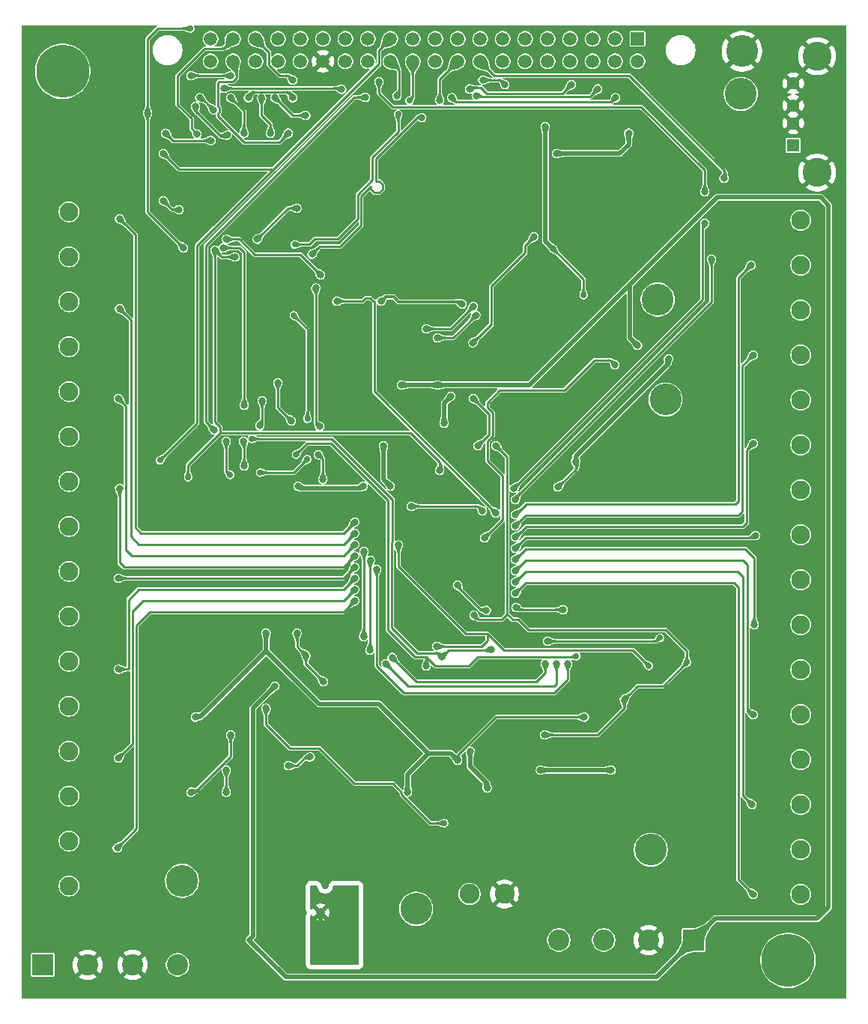
<source format=gbr>
%TF.GenerationSoftware,KiCad,Pcbnew,9.0.6*%
%TF.CreationDate,2025-12-07T21:39:02-06:00*%
%TF.ProjectId,DAQ,4441512e-6b69-4636-9164-5f7063625858,rev?*%
%TF.SameCoordinates,Original*%
%TF.FileFunction,Copper,L2,Bot*%
%TF.FilePolarity,Positive*%
%FSLAX46Y46*%
G04 Gerber Fmt 4.6, Leading zero omitted, Abs format (unit mm)*
G04 Created by KiCad (PCBNEW 9.0.6) date 2025-12-07 21:39:02*
%MOMM*%
%LPD*%
G01*
G04 APERTURE LIST*
%TA.AperFunction,ComponentPad*%
%ADD10C,2.108200*%
%TD*%
%TA.AperFunction,ComponentPad*%
%ADD11C,3.600000*%
%TD*%
%TA.AperFunction,ComponentPad*%
%ADD12R,1.508000X1.508000*%
%TD*%
%TA.AperFunction,ComponentPad*%
%ADD13C,1.508000*%
%TD*%
%TA.AperFunction,ComponentPad*%
%ADD14C,3.400000*%
%TD*%
%TA.AperFunction,ConnectorPad*%
%ADD15C,6.000000*%
%TD*%
%TA.AperFunction,ComponentPad*%
%ADD16R,1.428000X1.428000*%
%TD*%
%TA.AperFunction,ComponentPad*%
%ADD17C,1.428000*%
%TD*%
%TA.AperFunction,ComponentPad*%
%ADD18C,3.276000*%
%TD*%
%TA.AperFunction,ComponentPad*%
%ADD19R,2.400000X2.400000*%
%TD*%
%TA.AperFunction,ComponentPad*%
%ADD20C,2.400000*%
%TD*%
%TA.AperFunction,ComponentPad*%
%ADD21C,1.000000*%
%TD*%
%TA.AperFunction,ComponentPad*%
%ADD22C,2.260600*%
%TD*%
%TA.AperFunction,ViaPad*%
%ADD23C,0.700000*%
%TD*%
%TA.AperFunction,ViaPad*%
%ADD24C,0.800000*%
%TD*%
%TA.AperFunction,Conductor*%
%ADD25C,0.250000*%
%TD*%
%TA.AperFunction,Conductor*%
%ADD26C,0.300000*%
%TD*%
%TA.AperFunction,Conductor*%
%ADD27C,0.500000*%
%TD*%
G04 APERTURE END LIST*
D10*
%TO.P,J2,1,Pin_1*%
%TO.N,Net-(J2-Pin_1)*%
X112940253Y-105839253D03*
%TO.P,J2,2,Pin_2*%
%TO.N,Net-(J2-Pin_2)*%
X112940253Y-110919253D03*
%TO.P,J2,3,Pin_3*%
%TO.N,Net-(J2-Pin_3)*%
X112940253Y-115999253D03*
%TO.P,J2,4,Pin_4*%
%TO.N,Net-(J2-Pin_4)*%
X112940253Y-121079253D03*
%TO.P,J2,5,Pin_5*%
%TO.N,Net-(J2-Pin_5)*%
X112940253Y-126159253D03*
%TO.P,J2,6,Pin_6*%
%TO.N,Net-(J2-Pin_6)*%
X112940253Y-131239253D03*
%TO.P,J2,7,Pin_7*%
%TO.N,Net-(J2-Pin_7)*%
X112940253Y-136319253D03*
%TO.P,J2,8,Pin_8*%
%TO.N,Net-(J2-Pin_8)*%
X112940253Y-141399253D03*
%TO.P,J2,9,Pin_9*%
%TO.N,Net-(J2-Pin_9)*%
X112940253Y-146479253D03*
%TO.P,J2,10,Pin_10*%
%TO.N,Net-(J2-Pin_10)*%
X112940253Y-151559253D03*
%TO.P,J2,11,Pin_11*%
%TO.N,Net-(J2-Pin_11)*%
X112940253Y-156639253D03*
%TO.P,J2,12,Pin_12*%
%TO.N,Net-(J2-Pin_12)*%
X112940253Y-161719253D03*
%TO.P,J2,13,Pin_13*%
%TO.N,Net-(J2-Pin_13)*%
X112940253Y-166799253D03*
%TO.P,J2,14,Pin_14*%
%TO.N,Net-(J2-Pin_14)*%
X112940253Y-171879253D03*
%TO.P,J2,15,Pin_15*%
%TO.N,Net-(J2-Pin_15)*%
X112940253Y-176959253D03*
%TO.P,J2,16,Pin_16*%
%TO.N,Net-(J2-Pin_16)*%
X112940253Y-182039253D03*
%TD*%
D11*
%TO.P,TP6,1,1*%
%TO.N,-5V*%
X97663000Y-126111000D03*
%TD*%
D12*
%TO.P,A1,1,3V3[1]*%
%TO.N,unconnected-(A1-3V3[1]-Pad1)*%
X94488000Y-85344000D03*
D13*
%TO.P,A1,2,5V[1]*%
%TO.N,unconnected-(A1-5V[1]-Pad2)*%
X94488000Y-87884000D03*
%TO.P,A1,3,GPIO2/SDA*%
%TO.N,/LORA_DIO5*%
X91948000Y-85344000D03*
%TO.P,A1,4,5V[2]*%
%TO.N,unconnected-(A1-5V[2]-Pad4)*%
X91948000Y-87884000D03*
%TO.P,A1,5,GPIO3/SCL*%
%TO.N,/LORA_CS_NSS_LINE*%
X89408000Y-85344000D03*
%TO.P,A1,6,GND[8]*%
%TO.N,unconnected-(A1-GND[8]-Pad6)*%
X89408000Y-87884000D03*
%TO.P,A1,7,GPIO4/GPCKL0*%
%TO.N,/LORA_RESET*%
X86868000Y-85344000D03*
%TO.P,A1,8,TXD0/GPIO14*%
%TO.N,/LORA_DIO3*%
X86868000Y-87884000D03*
%TO.P,A1,9,GND[1]*%
%TO.N,unconnected-(A1-GND[1]-Pad9)*%
X84328000Y-85344000D03*
%TO.P,A1,10,RXD0/GPIO15*%
%TO.N,/LORA_DIO4*%
X84328000Y-87884000D03*
%TO.P,A1,11,GPIO17/GEN0*%
%TO.N,/LoRa_CS_LINE*%
X81788000Y-85344000D03*
%TO.P,A1,12,GPIO18*%
%TO.N,/IGNITION_SWITCH*%
X81788000Y-87884000D03*
%TO.P,A1,13,GPIO27/GEN2*%
%TO.N,/LORA_DIO0*%
X79248000Y-85344000D03*
%TO.P,A1,14,GND[4]*%
%TO.N,unconnected-(A1-GND[4]-Pad14)*%
X79248000Y-87884000D03*
%TO.P,A1,15,GPIO22/GEN3*%
%TO.N,/U3_ENABLE*%
X76708000Y-85344000D03*
%TO.P,A1,16,GEN4/GPIO23*%
%TO.N,/U6_ENABLE*%
X76708000Y-87884000D03*
%TO.P,A1,17,3V3[2]*%
%TO.N,unconnected-(A1-3V3[2]-Pad17)*%
X74168000Y-85344000D03*
%TO.P,A1,18,GEN5/GPIO24*%
%TO.N,/MUX_A0*%
X74168000Y-87884000D03*
%TO.P,A1,19,GPIO10/MOSI*%
%TO.N,/MOSI_LINE*%
X71628000Y-85344000D03*
%TO.P,A1,20,GND[5]*%
%TO.N,unconnected-(A1-GND[5]-Pad20)*%
X71628000Y-87884000D03*
%TO.P,A1,21,GPIO9/MISO*%
%TO.N,/MISO_LINE*%
X69088000Y-85344000D03*
%TO.P,A1,22,GEN/6GPIO25*%
%TO.N,/MUX_A1*%
X69088000Y-87884000D03*
%TO.P,A1,23,GPIO11/SCLK*%
%TO.N,/SCLK_LINE*%
X66548000Y-85344000D03*
%TO.P,A1,24,~{CE0}/GPIO8*%
%TO.N,/TEMPERATURE_SENSOR_U8_CS_LINE*%
X66548000Y-87884000D03*
%TO.P,A1,25,GND[2]*%
%TO.N,unconnected-(A1-GND[2]-Pad25)*%
X64008000Y-85344000D03*
%TO.P,A1,26,~{CE1}/~{GPIO7}*%
%TO.N,/TEMPERATURE_SENSOR_U7_CS_LINE*%
X64008000Y-87884000D03*
%TO.P,A1,27,ID_SD*%
%TO.N,unconnected-(A1-ID_SD-Pad27)*%
X61468000Y-85344000D03*
%TO.P,A1,28,ID_SC*%
%TO.N,unconnected-(A1-ID_SC-Pad28)*%
X61468000Y-87884000D03*
%TO.P,A1,29,GPIO5*%
%TO.N,/ADC_U4_CS_LINE*%
X58928000Y-85344000D03*
%TO.P,A1,30,GND[6]*%
%TO.N,GND*%
X58928000Y-87884000D03*
%TO.P,A1,31,GPIO6*%
%TO.N,/LORA_DIO1*%
X56388000Y-85344000D03*
%TO.P,A1,32,GPIO12*%
%TO.N,/U15_CS_LINE*%
X56388000Y-87884000D03*
%TO.P,A1,33,GPIO13*%
%TO.N,/LORA_DIO2*%
X53848000Y-85344000D03*
%TO.P,A1,34,GND[7]*%
%TO.N,unconnected-(A1-GND[7]-Pad34)*%
X53848000Y-87884000D03*
%TO.P,A1,35,GPIO19*%
%TO.N,/MISO_LINE2*%
X51308000Y-85344000D03*
%TO.P,A1,36,GPIO16*%
%TO.N,/U15_INTERRUPT*%
X51308000Y-87884000D03*
%TO.P,A1,37,GPIO26*%
%TO.N,/MUX_A2*%
X48768000Y-85344000D03*
%TO.P,A1,38,GPIO20*%
%TO.N,/MOSI_LINE2*%
X48768000Y-87884000D03*
%TO.P,A1,39,GND[3]*%
%TO.N,unconnected-(A1-GND[3]-Pad39)*%
X46228000Y-85344000D03*
%TO.P,A1,40,GPIO21*%
%TO.N,/SCLK_LINE2*%
X46228000Y-87884000D03*
%TD*%
D14*
%TO.P,REF\u002A\u002A,1*%
%TO.N,N/C*%
X29500000Y-89000000D03*
D15*
X29500000Y-89000000D03*
%TD*%
D10*
%TO.P,J1,1,Pin_1*%
%TO.N,Net-(J1-Pin_1)*%
X30226000Y-181080000D03*
%TO.P,J1,2,Pin_2*%
%TO.N,Net-(J1-Pin_2)*%
X30226000Y-176000000D03*
%TO.P,J1,3,Pin_3*%
%TO.N,Net-(J1-Pin_3)*%
X30226000Y-170920000D03*
%TO.P,J1,4,Pin_4*%
%TO.N,Net-(J1-Pin_4)*%
X30226000Y-165840000D03*
%TO.P,J1,5,Pin_5*%
%TO.N,Net-(J1-Pin_5)*%
X30226000Y-160760000D03*
%TO.P,J1,6,Pin_6*%
%TO.N,Net-(J1-Pin_6)*%
X30226000Y-155680000D03*
%TO.P,J1,7,Pin_7*%
%TO.N,Net-(J1-Pin_7)*%
X30226000Y-150600000D03*
%TO.P,J1,8,Pin_8*%
%TO.N,Net-(J1-Pin_8)*%
X30226000Y-145520000D03*
%TO.P,J1,9,Pin_9*%
%TO.N,Net-(J1-Pin_9)*%
X30226000Y-140440000D03*
%TO.P,J1,10,Pin_10*%
%TO.N,Net-(J1-Pin_10)*%
X30226000Y-135360000D03*
%TO.P,J1,11,Pin_11*%
%TO.N,Net-(J1-Pin_11)*%
X30226000Y-130280000D03*
%TO.P,J1,12,Pin_12*%
%TO.N,Net-(J1-Pin_12)*%
X30226000Y-125200000D03*
%TO.P,J1,13,Pin_13*%
%TO.N,Net-(J1-Pin_13)*%
X30226000Y-120120000D03*
%TO.P,J1,14,Pin_14*%
%TO.N,Net-(J1-Pin_14)*%
X30226000Y-115040000D03*
%TO.P,J1,15,Pin_15*%
%TO.N,Net-(J1-Pin_15)*%
X30226000Y-109960000D03*
%TO.P,J1,16,Pin_16*%
%TO.N,Net-(J1-Pin_16)*%
X30226000Y-104880000D03*
%TD*%
D16*
%TO.P,J3,1,VCC*%
%TO.N,+5V*%
X112098000Y-97387000D03*
D17*
%TO.P,J3,2,D-*%
%TO.N,GND*%
X112098000Y-94887000D03*
%TO.P,J3,3,D+*%
X112098000Y-92887000D03*
%TO.P,J3,4,GND*%
X112098000Y-90387000D03*
D18*
%TO.P,J3,S1,SHIELD*%
X114808000Y-100457000D03*
%TO.P,J3,S2,SHIELD__1*%
X114808000Y-87317000D03*
%TD*%
D11*
%TO.P,TP1,1,1*%
%TO.N,+5V*%
X106172000Y-91567000D03*
%TD*%
%TO.P,TP5,1,1*%
%TO.N,Net-(U1-SW)*%
X69464000Y-183669501D03*
%TD*%
%TO.P,TP8,1,1*%
%TO.N,+24V*%
X43000000Y-180500000D03*
%TD*%
D19*
%TO.P,J5,1,Pin_1*%
%TO.N,+12V*%
X100838000Y-187198000D03*
D20*
%TO.P,J5,2,Pin_2*%
%TO.N,GND*%
X95758000Y-187198000D03*
%TO.P,J5,3,Pin_3*%
%TO.N,/D+*%
X90678000Y-187198000D03*
%TO.P,J5,4,Pin_4*%
%TO.N,/D-*%
X85598000Y-187198000D03*
%TD*%
D14*
%TO.P,REF\u002A\u002A,1*%
%TO.N,N/C*%
X111500000Y-189500000D03*
D15*
X111500000Y-189500000D03*
%TD*%
D11*
%TO.P,TP3,1,1*%
%TO.N,+3.3V*%
X96774000Y-114808000D03*
%TD*%
%TO.P,TP4,1,1*%
%TO.N,+12V*%
X96000000Y-177000000D03*
%TD*%
%TO.P,TP2,1,1*%
%TO.N,GND*%
X106299000Y-86741000D03*
%TD*%
D19*
%TO.P,J7,1,Pin_1*%
%TO.N,+24V*%
X27260000Y-190000000D03*
D20*
%TO.P,J7,2,Pin_2*%
%TO.N,GND*%
X32340000Y-190000000D03*
%TO.P,J7,3,Pin_3*%
X37420000Y-190000000D03*
%TO.P,J7,4,Pin_4*%
%TO.N,Net-(J7-Pin_4)*%
X42500000Y-190000000D03*
%TD*%
D21*
%TO.P,U1,V*%
%TO.N,Net-(U1-SW)*%
X58669000Y-184068002D03*
%TD*%
D22*
%TO.P,J10,1,1*%
%TO.N,GND*%
X79460001Y-182000000D03*
%TO.P,J10,2,2*%
%TO.N,/PRE-BOOST_LINE*%
X75500000Y-182000000D03*
%TD*%
D23*
%TO.N,GND*%
X77470000Y-147066000D03*
D24*
X60960000Y-133350000D03*
D23*
X48514000Y-112268000D03*
X100076000Y-119888000D03*
D24*
X64135000Y-163195000D03*
D23*
X49000000Y-97000000D03*
D24*
X65151000Y-158877000D03*
D23*
X48260000Y-126746000D03*
D24*
X64008000Y-115316000D03*
X80637929Y-152534071D03*
X95504000Y-150876000D03*
X44323000Y-138938000D03*
X90424000Y-110871000D03*
X65532000Y-165034001D03*
X61251000Y-130810000D03*
X87376000Y-105156000D03*
X60172000Y-165328000D03*
X62500000Y-95000000D03*
X60706000Y-138430000D03*
X81500000Y-167500000D03*
X60193000Y-177192501D03*
X46228000Y-94234000D03*
X55372000Y-126275000D03*
X58500000Y-105000000D03*
X40259000Y-97155000D03*
X64008000Y-117348000D03*
X45500000Y-163000000D03*
X41656000Y-92456000D03*
D23*
X94690353Y-154099253D03*
D24*
X56388000Y-127762000D03*
X75877847Y-156776847D03*
D23*
X48672500Y-133350000D03*
X56134000Y-112776000D03*
D24*
X77724000Y-134366000D03*
X77978000Y-156972000D03*
D23*
X67056000Y-131064000D03*
D24*
X71374000Y-89916000D03*
X62357000Y-161544000D03*
X58928000Y-116332000D03*
X46000000Y-168000000D03*
X65282653Y-137663347D03*
X68009000Y-151892000D03*
X65000000Y-171500000D03*
X82296000Y-112014000D03*
D23*
X77500000Y-161163000D03*
D24*
X88900000Y-94996000D03*
X65786000Y-153162000D03*
X64516000Y-133096000D03*
X65000000Y-176500000D03*
X88646000Y-157988000D03*
X34544000Y-99060000D03*
D23*
X49276000Y-128524000D03*
X53340000Y-162814000D03*
X87630000Y-108204000D03*
X41901500Y-134239000D03*
D24*
X93472000Y-121666000D03*
X34500000Y-92000000D03*
X55372000Y-138430000D03*
X73660000Y-164592000D03*
D23*
X99314000Y-109728000D03*
D24*
X37211000Y-95758000D03*
X56751000Y-177573501D03*
X78000000Y-165000000D03*
X67945000Y-122758200D03*
X90424000Y-105156000D03*
D23*
X53340000Y-128270000D03*
D24*
X87884000Y-149352000D03*
X81534000Y-117856000D03*
X59177000Y-181048000D03*
D23*
X71909191Y-146022809D03*
X51308000Y-128016000D03*
X48260000Y-115824000D03*
D24*
X90424000Y-108204000D03*
X66543000Y-183334000D03*
X67310000Y-160655000D03*
D23*
X71589595Y-147612405D03*
D24*
X43692653Y-96016653D03*
D23*
X48260000Y-124460000D03*
D24*
X52500000Y-156500000D03*
D23*
X46228000Y-136906000D03*
D24*
X79310546Y-153353454D03*
X85500000Y-161000000D03*
D23*
X74904500Y-127673400D03*
D24*
X49022000Y-131572000D03*
X85204654Y-148704654D03*
X71905922Y-142263922D03*
X30099000Y-97917000D03*
D23*
X53594000Y-112776000D03*
D24*
X83058000Y-119126000D03*
D23*
X62230000Y-167386000D03*
D24*
X53500000Y-180500000D03*
%TO.N,-5V*%
X77216000Y-141732000D03*
X91948000Y-122174000D03*
X52500000Y-161000000D03*
D23*
X72644000Y-173990000D03*
D24*
%TO.N,Net-(J1-Pin_2)*%
X35687000Y-176784000D03*
X62522100Y-148844000D03*
%TO.N,Net-(J1-Pin_4)*%
X62522100Y-147574000D03*
X35814000Y-166624000D03*
%TO.N,Net-(J1-Pin_6)*%
X62522100Y-146304000D03*
X35814000Y-156591000D03*
%TO.N,Net-(J1-Pin_8)*%
X62522100Y-145034000D03*
X35814000Y-146304000D03*
%TO.N,Net-(J1-Pin_10)*%
X35941000Y-136144000D03*
X62522100Y-143764000D03*
%TO.N,Net-(J1-Pin_12)*%
X35814000Y-125984000D03*
X62522100Y-142494000D03*
%TO.N,Net-(J1-Pin_14)*%
X35941000Y-115824000D03*
X62522100Y-141224000D03*
%TO.N,Net-(J1-Pin_16)*%
X62522100Y-139954000D03*
X35941000Y-105664000D03*
%TO.N,Net-(J2-Pin_2)*%
X80682253Y-139113253D03*
X107315000Y-110919253D03*
%TO.N,Net-(J2-Pin_4)*%
X107569000Y-121079253D03*
X80682253Y-140383253D03*
%TO.N,Net-(J2-Pin_6)*%
X107569000Y-131064000D03*
X80682253Y-141653253D03*
%TO.N,Net-(J2-Pin_8)*%
X80682253Y-142923253D03*
X107823000Y-141478000D03*
%TO.N,Net-(J2-Pin_10)*%
X80682253Y-144193253D03*
X107696000Y-151559253D03*
%TO.N,Net-(J2-Pin_12)*%
X107569000Y-161719253D03*
X80682253Y-145463253D03*
%TO.N,Net-(J2-Pin_14)*%
X80682253Y-146733253D03*
X107442000Y-171879253D03*
%TO.N,Net-(J2-Pin_16)*%
X80682253Y-148003253D03*
X107569000Y-182039253D03*
%TO.N,+5V*%
X84074000Y-95250000D03*
X52500000Y-152500000D03*
X68500000Y-170500000D03*
X44500000Y-162000000D03*
D23*
X88392000Y-114300000D03*
D24*
X74168000Y-166878000D03*
X72644000Y-128778000D03*
D23*
X84963000Y-109093000D03*
D24*
X74676000Y-115316000D03*
X65500000Y-115000000D03*
X73406000Y-125730000D03*
X56134000Y-135890000D03*
X65786000Y-131318000D03*
X66548000Y-135890000D03*
X63500000Y-135890000D03*
X88500000Y-162000000D03*
D23*
%TO.N,/MOSI_LINE*%
X50863000Y-130556000D03*
D24*
X41148000Y-96012000D03*
X72390000Y-155194000D03*
X52070000Y-126238000D03*
X46290802Y-96836802D03*
X51816000Y-129032000D03*
X77978000Y-154390753D03*
D23*
%TO.N,/MISO_LINE*%
X87567000Y-155115253D03*
D24*
X43180000Y-108966000D03*
X70612000Y-156210000D03*
X39116000Y-93726000D03*
X55372000Y-128524000D03*
X53848000Y-124206000D03*
D23*
X43942000Y-84162000D03*
X55880000Y-132334000D03*
D24*
%TO.N,/THERMO_AMP_LINE*%
X77411041Y-149935001D03*
X74168000Y-147066000D03*
%TO.N,/INA819ID-IN_LINE*%
X68908000Y-138176000D03*
X76962000Y-138684000D03*
%TO.N,/MUX_A2*%
X47629688Y-108962655D03*
X44704000Y-96111802D03*
X86614000Y-155956000D03*
X50038000Y-126746000D03*
X49955533Y-130835390D03*
X65024000Y-145288000D03*
X50038000Y-133604000D03*
D23*
%TO.N,/MUX_A1*%
X55753000Y-108585000D03*
D24*
X66040000Y-155956000D03*
D23*
X55626000Y-116586000D03*
X57150000Y-132842000D03*
D24*
X64262000Y-154432000D03*
D23*
X68707000Y-92329000D03*
X57178449Y-128288966D03*
D24*
X85344000Y-155956000D03*
D23*
X51816000Y-134366000D03*
X67437000Y-93853000D03*
D24*
X64299500Y-144272000D03*
%TO.N,/MUX_A0*%
X66746755Y-155249245D03*
X63537500Y-152908000D03*
X58129000Y-113501000D03*
X63575000Y-143256000D03*
X58547000Y-129156000D03*
X84074000Y-155956000D03*
X57693000Y-109693000D03*
X58928000Y-135128000D03*
X58420000Y-132334000D03*
X72136000Y-92303698D03*
X70104000Y-94234000D03*
%TO.N,/U3_ENABLE*%
X61053555Y-91060295D03*
X47752000Y-90932000D03*
%TO.N,/ADC_U4_CS_LINE*%
X60500000Y-115000000D03*
X58674000Y-112014000D03*
X48000000Y-108000000D03*
X78486000Y-138938000D03*
%TO.N,/SCLK_LINE*%
X71807586Y-154019500D03*
D23*
X95758000Y-156210000D03*
D24*
X40894000Y-98298000D03*
D23*
X40513000Y-132969000D03*
D24*
X67468500Y-142536714D03*
%TO.N,/U6_ENABLE*%
X104267000Y-101092000D03*
X80681753Y-137414000D03*
X102870000Y-110236000D03*
X80772000Y-149606000D03*
X86106000Y-149860000D03*
D23*
%TO.N,/TEMPERATURE_SENSOR_U7_CS_LINE*%
X97028000Y-153035000D03*
D24*
X102108000Y-106172000D03*
X84328000Y-153416000D03*
X65278000Y-90170000D03*
X102108000Y-102616000D03*
X80518000Y-136144000D03*
%TO.N,+3.3V*%
X76000000Y-150500000D03*
X85344000Y-98298000D03*
X56000000Y-104500000D03*
X72136000Y-134112000D03*
X78486000Y-131318000D03*
X75946000Y-125984000D03*
X75881229Y-119693686D03*
X84000000Y-164000000D03*
X51500000Y-108000000D03*
X82804000Y-107696000D03*
X49000000Y-110000000D03*
D23*
X43688000Y-134874000D03*
D24*
X40894000Y-103632000D03*
X76454000Y-131318000D03*
X93000000Y-160000000D03*
D23*
X100076000Y-155829000D03*
D24*
X46736000Y-109220000D03*
X42672000Y-104648000D03*
X93500000Y-96000000D03*
%TO.N,/TEMPERATURE_SENSOR_U8_CS_LINE*%
X67310000Y-91785295D03*
X46620097Y-129551097D03*
D23*
X48418500Y-134620000D03*
D24*
X63754000Y-91948000D03*
X48006000Y-130810000D03*
%TO.N,Net-(U10-REF)*%
X76229541Y-116556459D03*
X71882000Y-119126000D03*
%TO.N,Net-(U10-SS)*%
X75946000Y-115570000D03*
X70612000Y-118110000D03*
%TO.N,+12V*%
X57000000Y-155000000D03*
X98000000Y-121500000D03*
X83500000Y-168000000D03*
X94500000Y-120000000D03*
X85500000Y-136000000D03*
X53500000Y-158500000D03*
X91500000Y-168000000D03*
X67818000Y-124460000D03*
X59000000Y-158000000D03*
X71882000Y-124460000D03*
X56000000Y-152500000D03*
X87500000Y-133096000D03*
%TO.N,/LORA_RESET*%
X75500000Y-91000000D03*
X87000000Y-90500000D03*
%TO.N,/IGNITION_SWITCH*%
X79500000Y-90500000D03*
X77000000Y-90000000D03*
%TO.N,/MOSI_LINE2*%
X55000000Y-96000000D03*
%TO.N,/U15_CS_LINE*%
X45000000Y-92000000D03*
X50500000Y-92000000D03*
X55500000Y-92000000D03*
X46551158Y-93361949D03*
%TO.N,/U15_INTERRUPT*%
X48500000Y-89500000D03*
X44000000Y-89500000D03*
%TO.N,/LORA_DIO1*%
X52000000Y-92000000D03*
X53000000Y-96000000D03*
%TO.N,/SCLK_LINE2*%
X48126121Y-96231484D03*
X44500000Y-93000000D03*
%TO.N,/LORA_DIO5*%
X92000000Y-92000000D03*
X73500000Y-92000000D03*
%TO.N,/LORA_CS_NSS_LINE*%
X76250000Y-91750000D03*
X90000000Y-91000000D03*
%TO.N,/LORA_DIO2*%
X48500000Y-92000000D03*
X50000000Y-96000000D03*
%TO.N,/MISO_LINE2*%
X57000000Y-94000000D03*
X53500000Y-92000000D03*
X55500000Y-90000000D03*
%TO.N,+24V*%
X57500000Y-166500000D03*
X55000000Y-167500000D03*
%TO.N,/12V_CALIBRATION*%
X75565000Y-165862000D03*
X77500000Y-170000000D03*
%TO.N,Net-(U13-SW)*%
X44000000Y-170500000D03*
X48500000Y-164000000D03*
%TO.N,Net-(U13-SS)*%
X48000000Y-170500000D03*
X48000000Y-168000000D03*
%TD*%
D25*
%TO.N,GND*%
X74904500Y-127673400D02*
X74904500Y-131546500D01*
D26*
X62230000Y-130810000D02*
X61251000Y-130810000D01*
D25*
X95504000Y-150876000D02*
X89408000Y-150876000D01*
X53340000Y-162814000D02*
X54156000Y-161998000D01*
X54156000Y-161998000D02*
X54156000Y-158156000D01*
X70612000Y-86614255D02*
X70549000Y-86677255D01*
X27472000Y-93472000D02*
X32004000Y-93472000D01*
X65000000Y-171500000D02*
X65000000Y-176500000D01*
X40423000Y-93689000D02*
X41656000Y-92456000D01*
X49022000Y-133000500D02*
X48672500Y-133350000D01*
D26*
X87884000Y-149352000D02*
X89408000Y-150876000D01*
D25*
X65786000Y-153162000D02*
X65786000Y-138166694D01*
X62500000Y-101000000D02*
X62500000Y-95000000D01*
X42764905Y-135763000D02*
X48539595Y-135763000D01*
X46228000Y-136906000D02*
X59182000Y-136906000D01*
X78000000Y-165000000D02*
X80500000Y-167500000D01*
X87236654Y-148704654D02*
X87884000Y-149352000D01*
X34544000Y-98425000D02*
X34544000Y-99060000D01*
X64008000Y-163195000D02*
X62357000Y-161544000D01*
X67056969Y-84074000D02*
X67818000Y-84835031D01*
X83058000Y-119126000D02*
X82804000Y-119126000D01*
X46500000Y-164000000D02*
X46500000Y-167500000D01*
X58928000Y-87884000D02*
X60198000Y-86614000D01*
X59944000Y-165100000D02*
X57658000Y-162814000D01*
X85204654Y-148704654D02*
X87236654Y-148704654D01*
X90673347Y-124464653D02*
X90673347Y-124963347D01*
X93472000Y-121666000D02*
X90673347Y-124464653D01*
X76073000Y-156972000D02*
X75877847Y-156776847D01*
X33020000Y-93472000D02*
X32004000Y-93472000D01*
X40259000Y-97155000D02*
X40386000Y-97155000D01*
X82296000Y-112014000D02*
X82573200Y-112291200D01*
X40825847Y-96715153D02*
X40423000Y-96312305D01*
D27*
X79818546Y-153353454D02*
X80637929Y-152534071D01*
D26*
X64516000Y-133096000D02*
X62230000Y-130810000D01*
X59944000Y-117348000D02*
X64008000Y-117348000D01*
D25*
X42322500Y-133096000D02*
X41901500Y-133517000D01*
X62230000Y-167386000D02*
X60172000Y-165328000D01*
X41901500Y-134899595D02*
X42764905Y-135763000D01*
X41656000Y-92456000D02*
X43692653Y-94492653D01*
X57658000Y-162814000D02*
X53340000Y-162814000D01*
X95023100Y-154432000D02*
X94690353Y-154099253D01*
X65278000Y-84582000D02*
X65786000Y-84074000D01*
X65786000Y-138166694D02*
X65282653Y-137663347D01*
X45500000Y-163000000D02*
X46500000Y-164000000D01*
X48539595Y-135763000D02*
X49403000Y-134899595D01*
X47218198Y-97561802D02*
X41672497Y-97561802D01*
X75438000Y-87122000D02*
X75438000Y-88646000D01*
X48514000Y-112268000D02*
X48514000Y-115570000D01*
X37211000Y-95758000D02*
X34544000Y-98425000D01*
X71909191Y-146022809D02*
X71909191Y-142267191D01*
X49403000Y-134080500D02*
X48672500Y-133350000D01*
X56388000Y-125984000D02*
X55880000Y-125476000D01*
X46500000Y-167500000D02*
X46000000Y-168000000D01*
X60706000Y-138430000D02*
X55372000Y-138430000D01*
X30099000Y-97917000D02*
X33401000Y-97917000D01*
X41901500Y-133517000D02*
X41901500Y-134239000D01*
X44323000Y-138811000D02*
X44323000Y-138938000D01*
X74904500Y-131546500D02*
X77724000Y-134366000D01*
X34544000Y-91948000D02*
X34544000Y-91956000D01*
D26*
X64008000Y-117348000D02*
X64008000Y-115316000D01*
D25*
X41672497Y-97561802D02*
X40825847Y-96715153D01*
X43692653Y-94492653D02*
X43692653Y-96016653D01*
X71909191Y-142267191D02*
X71905922Y-142263922D01*
X50800000Y-128524000D02*
X49276000Y-128524000D01*
X33401000Y-97917000D02*
X34544000Y-99060000D01*
X77500000Y-161163000D02*
X75565000Y-161163000D01*
X49000000Y-97000000D02*
X48500000Y-97500000D01*
X41901500Y-134239000D02*
X41901500Y-134899595D01*
X50800000Y-128524000D02*
X51308000Y-128016000D01*
X34544000Y-91956000D02*
X34500000Y-92000000D01*
X65786000Y-84074000D02*
X67056969Y-84074000D01*
X68301755Y-86614255D02*
X70612000Y-86614255D01*
X77978000Y-156972000D02*
X76073000Y-156972000D01*
X60172000Y-165328000D02*
X59944000Y-165100000D01*
X40423000Y-96312305D02*
X40423000Y-93689000D01*
X48260000Y-124460000D02*
X48260000Y-126746000D01*
X77470000Y-147066000D02*
X76426809Y-146022809D01*
X47280000Y-97500000D02*
X47218198Y-97561802D01*
X65278000Y-85977604D02*
X65278000Y-84582000D01*
X46228000Y-136906000D02*
X44323000Y-138811000D01*
X34544000Y-91948000D02*
X33020000Y-93472000D01*
X65151000Y-158877000D02*
X66929000Y-160655000D01*
X76426809Y-146022809D02*
X71909191Y-146022809D01*
X56426499Y-177573501D02*
X56751000Y-177573501D01*
D27*
X79310546Y-153353454D02*
X79818546Y-153353454D01*
D25*
X82573200Y-112291200D02*
X82573200Y-116816800D01*
X80500000Y-167500000D02*
X81500000Y-167500000D01*
X59182000Y-136906000D02*
X60706000Y-138430000D01*
D27*
X85500000Y-161000000D02*
X88512000Y-157988000D01*
D25*
X48500000Y-97500000D02*
X47280000Y-97500000D01*
X90424000Y-108204000D02*
X90424000Y-110871000D01*
X70549000Y-86677255D02*
X70549000Y-88583000D01*
X56388000Y-127762000D02*
X56388000Y-125984000D01*
X53500000Y-180500000D02*
X56426499Y-177573501D01*
X49403000Y-134899595D02*
X49403000Y-134080500D01*
X82573200Y-116816800D02*
X81534000Y-117856000D01*
X70549000Y-88583000D02*
X71374000Y-89408000D01*
X48514000Y-115570000D02*
X48260000Y-115824000D01*
X58500000Y-105000000D02*
X62500000Y-101000000D01*
D27*
X88512000Y-157988000D02*
X88646000Y-157988000D01*
D25*
X34290000Y-95758000D02*
X37211000Y-95758000D01*
X26000000Y-92000000D02*
X27472000Y-93472000D01*
X67818000Y-84835031D02*
X67818000Y-86130500D01*
X71374000Y-89408000D02*
X71374000Y-89916000D01*
X82804000Y-119126000D02*
X81534000Y-117856000D01*
X60198000Y-86614000D02*
X64641604Y-86614000D01*
X49022000Y-131572000D02*
X49022000Y-133000500D01*
X59944000Y-165100000D02*
X59690000Y-164846000D01*
X73660000Y-163068000D02*
X73660000Y-164592000D01*
X66929000Y-160655000D02*
X67310000Y-160655000D01*
X40386000Y-97155000D02*
X40825847Y-96715153D01*
D26*
X58928000Y-116332000D02*
X59944000Y-117348000D01*
D25*
X32004000Y-93472000D02*
X34290000Y-95758000D01*
X70612000Y-86614255D02*
X74930255Y-86614255D01*
X67818000Y-86130500D02*
X68301755Y-86614255D01*
X75565000Y-161163000D02*
X73660000Y-163068000D01*
X74930255Y-86614255D02*
X75438000Y-87122000D01*
X56134000Y-112776000D02*
X53594000Y-112776000D01*
X54156000Y-158156000D02*
X52500000Y-156500000D01*
X64641604Y-86614000D02*
X65278000Y-85977604D01*
X64135000Y-163195000D02*
X64008000Y-163195000D01*
%TO.N,-5V*%
X77500000Y-126462000D02*
X77500000Y-127003428D01*
X77500000Y-127003428D02*
X78102000Y-127605428D01*
X79211000Y-139737000D02*
X77216000Y-141732000D01*
X67844000Y-170771725D02*
X67844000Y-170500000D01*
X86293000Y-125035000D02*
X78927000Y-125035000D01*
X72644000Y-173990000D02*
X71062275Y-173990000D01*
X78102000Y-127605428D02*
X78102000Y-130204573D01*
X52500000Y-162831014D02*
X52500000Y-161000000D01*
X77500000Y-133000000D02*
X79211000Y-134711000D01*
X79211000Y-134711000D02*
X79211000Y-139737000D01*
X67844000Y-170500000D02*
X66844000Y-169500000D01*
X58500000Y-165500000D02*
X55168986Y-165500000D01*
X91948000Y-122174000D02*
X91440000Y-121666000D01*
X91440000Y-121666000D02*
X89662000Y-121666000D01*
X78927000Y-125035000D02*
X77500000Y-126462000D01*
X77500000Y-130806572D02*
X77500000Y-133000000D01*
X78102000Y-130204573D02*
X77500000Y-130806572D01*
X55168986Y-165500000D02*
X52500000Y-162831014D01*
X66844000Y-169500000D02*
X62500000Y-169500000D01*
X71062275Y-173990000D02*
X67844000Y-170771725D01*
X62500000Y-169500000D02*
X58500000Y-165500000D01*
X89662000Y-121666000D02*
X86293000Y-125035000D01*
%TO.N,Net-(J1-Pin_2)*%
X37857000Y-156963792D02*
X37857000Y-156218208D01*
X39370000Y-150114000D02*
X61252100Y-150114000D01*
X37846000Y-174625000D02*
X37846000Y-156974792D01*
X61252100Y-150114000D02*
X62522100Y-148844000D01*
X37846000Y-156974792D02*
X37857000Y-156963792D01*
X37857000Y-156218208D02*
X37846000Y-156207208D01*
X37846000Y-156207208D02*
X37846000Y-151638000D01*
X37846000Y-151638000D02*
X39370000Y-150114000D01*
X35687000Y-176784000D02*
X37846000Y-174625000D01*
%TO.N,Net-(J1-Pin_4)*%
X37407000Y-156777396D02*
X37407000Y-156404604D01*
X37396000Y-150056000D02*
X38608000Y-148844000D01*
X61252100Y-148844000D02*
X62522100Y-147574000D01*
X37396000Y-156393604D02*
X37396000Y-150056000D01*
X37407000Y-156404604D02*
X37396000Y-156393604D01*
X38608000Y-148844000D02*
X61252100Y-148844000D01*
X37396000Y-156788396D02*
X37407000Y-156777396D01*
X35814000Y-166624000D02*
X37396000Y-165042000D01*
X37396000Y-165042000D02*
X37396000Y-156788396D01*
%TO.N,Net-(J1-Pin_6)*%
X38100000Y-147574000D02*
X61252100Y-147574000D01*
X36946000Y-156580000D02*
X36946000Y-148728000D01*
X36957000Y-156591000D02*
X36946000Y-156580000D01*
X36946000Y-148728000D02*
X38100000Y-147574000D01*
X61252100Y-147574000D02*
X62522100Y-146304000D01*
X35814000Y-156591000D02*
X36957000Y-156591000D01*
%TO.N,Net-(J1-Pin_8)*%
X35814000Y-146304000D02*
X61252100Y-146304000D01*
X61252100Y-146304000D02*
X62522100Y-145034000D01*
%TO.N,Net-(J1-Pin_10)*%
X35941000Y-144526000D02*
X36449000Y-145034000D01*
X35941000Y-136144000D02*
X35941000Y-144526000D01*
X36449000Y-145034000D02*
X61252100Y-145034000D01*
X61252100Y-145034000D02*
X62522100Y-143764000D01*
%TO.N,Net-(J1-Pin_12)*%
X35814000Y-125984000D02*
X36666000Y-126836000D01*
X37338000Y-143764000D02*
X61252100Y-143764000D01*
X36666000Y-143092000D02*
X37338000Y-143764000D01*
X61252100Y-143764000D02*
X62522100Y-142494000D01*
X36666000Y-126836000D02*
X36666000Y-143092000D01*
%TO.N,Net-(J1-Pin_14)*%
X61252100Y-142494000D02*
X62522100Y-141224000D01*
X37211000Y-141605000D02*
X38100000Y-142494000D01*
X38100000Y-142494000D02*
X61252100Y-142494000D01*
X35941000Y-115824000D02*
X37211000Y-117094000D01*
X37211000Y-117094000D02*
X37211000Y-141605000D01*
%TO.N,Net-(J1-Pin_16)*%
X37719000Y-107442000D02*
X37719000Y-140589000D01*
X61252100Y-141224000D02*
X62522100Y-139954000D01*
X38354000Y-141224000D02*
X61252100Y-141224000D01*
X35941000Y-105664000D02*
X37719000Y-107442000D01*
X37719000Y-140589000D02*
X38354000Y-141224000D01*
%TO.N,Net-(J2-Pin_2)*%
X81914153Y-137932153D02*
X80733053Y-139113253D01*
X98472406Y-137922000D02*
X98462253Y-137932153D01*
X107315000Y-110919253D02*
X105907000Y-112327253D01*
X80733053Y-139113253D02*
X80682253Y-139113253D01*
X105907000Y-112327253D02*
X105907000Y-137552000D01*
X105537000Y-137922000D02*
X98472406Y-137922000D01*
X98462253Y-137932153D02*
X81914153Y-137932153D01*
X105907000Y-137552000D02*
X105537000Y-137922000D01*
%TO.N,Net-(J2-Pin_4)*%
X80682253Y-140383253D02*
X81863353Y-139202153D01*
X105918000Y-139192000D02*
X106357000Y-138753000D01*
X100504406Y-139192000D02*
X105918000Y-139192000D01*
X100494253Y-139202153D02*
X100504406Y-139192000D01*
X106357000Y-122291253D02*
X107569000Y-121079253D01*
X81863353Y-139202153D02*
X100494253Y-139202153D01*
X106357000Y-138753000D02*
X106357000Y-122291253D01*
%TO.N,Net-(J2-Pin_6)*%
X106807000Y-140081000D02*
X106426000Y-140462000D01*
X106426000Y-140462000D02*
X81924306Y-140462000D01*
X81924306Y-140462000D02*
X80733053Y-141653253D01*
X107569000Y-131064000D02*
X106807000Y-131826000D01*
X106807000Y-131826000D02*
X106807000Y-140081000D01*
X80733053Y-141653253D02*
X80682253Y-141653253D01*
%TO.N,Net-(J2-Pin_8)*%
X107558847Y-141742153D02*
X81863353Y-141742153D01*
X81863353Y-141742153D02*
X80682253Y-142923253D01*
X107823000Y-141478000D02*
X107558847Y-141742153D01*
%TO.N,Net-(J2-Pin_10)*%
X107696000Y-144018000D02*
X106680000Y-143002000D01*
X106680000Y-143002000D02*
X81873506Y-143002000D01*
X81873506Y-143002000D02*
X80682253Y-144193253D01*
X107696000Y-151559253D02*
X107696000Y-144018000D01*
%TO.N,Net-(J2-Pin_12)*%
X81873506Y-144272000D02*
X80682253Y-145463253D01*
X106934000Y-144780000D02*
X106426000Y-144272000D01*
X106426000Y-144272000D02*
X81873506Y-144272000D01*
X106934000Y-161084253D02*
X106934000Y-144780000D01*
X107569000Y-161719253D02*
X106934000Y-161084253D01*
%TO.N,Net-(J2-Pin_14)*%
X107442000Y-171879253D02*
X106426000Y-170863253D01*
X106426000Y-170863253D02*
X106426000Y-146177000D01*
X105791000Y-145542000D02*
X81873506Y-145542000D01*
X81873506Y-145542000D02*
X80682253Y-146733253D01*
X106426000Y-146177000D02*
X105791000Y-145542000D01*
%TO.N,Net-(J2-Pin_16)*%
X105918000Y-147320000D02*
X105918000Y-180388253D01*
X80682253Y-148003253D02*
X81863353Y-146822153D01*
X105420153Y-146822153D02*
X105918000Y-147320000D01*
X81863353Y-146822153D02*
X105420153Y-146822153D01*
X105918000Y-180388253D02*
X107569000Y-182039253D01*
D27*
%TO.N,+5V*%
X68500000Y-168482000D02*
X70866000Y-166116000D01*
D25*
X88392000Y-114300000D02*
X88392000Y-112522000D01*
D27*
X84963000Y-109093000D02*
X84074000Y-108204000D01*
X70866000Y-166116000D02*
X73406000Y-166116000D01*
X52500000Y-154500000D02*
X58528000Y-160528000D01*
D26*
X66000000Y-114500000D02*
X66926792Y-114500000D01*
D27*
X56388000Y-136144000D02*
X56134000Y-135890000D01*
D26*
X67488792Y-115062000D02*
X74422000Y-115062000D01*
D27*
X72644000Y-128778000D02*
X72644000Y-126492000D01*
D26*
X66926792Y-114500000D02*
X67488792Y-115062000D01*
D27*
X63500000Y-135890000D02*
X63246000Y-136144000D01*
D26*
X74422000Y-115062000D02*
X74676000Y-115316000D01*
D27*
X73406000Y-166116000D02*
X74168000Y-166878000D01*
D25*
X88392000Y-112522000D02*
X84963000Y-109093000D01*
D27*
X65786000Y-131318000D02*
X65786000Y-135128000D01*
X84074000Y-108204000D02*
X84074000Y-95250000D01*
D26*
X65500000Y-115000000D02*
X66000000Y-114500000D01*
D27*
X63246000Y-136144000D02*
X56388000Y-136144000D01*
D25*
X74168000Y-166331275D02*
X74168000Y-166878000D01*
D27*
X72644000Y-126492000D02*
X73406000Y-125730000D01*
X45000000Y-162000000D02*
X44500000Y-162000000D01*
D25*
X78499275Y-162000000D02*
X74168000Y-166331275D01*
X88500000Y-162000000D02*
X78499275Y-162000000D01*
D27*
X52500000Y-154500000D02*
X45000000Y-162000000D01*
X65278000Y-160528000D02*
X70866000Y-166116000D01*
X52500000Y-152500000D02*
X52500000Y-154500000D01*
X66548000Y-135890000D02*
X65786000Y-135128000D01*
X58528000Y-160528000D02*
X65278000Y-160528000D01*
X68500000Y-170500000D02*
X68500000Y-168482000D01*
D25*
%TO.N,/MOSI_LINE*%
X66802000Y-137414000D02*
X66802000Y-142185405D01*
X52070000Y-126238000D02*
X52070000Y-128778000D01*
X71940000Y-154744000D02*
X69596000Y-154744000D01*
X73114500Y-154469500D02*
X72390000Y-155194000D01*
X66744000Y-151892000D02*
X66744000Y-142243405D01*
X41972802Y-96836802D02*
X46290802Y-96836802D01*
X66802000Y-137414000D02*
X59944000Y-130556000D01*
X59944000Y-130556000D02*
X50863000Y-130556000D01*
X77899253Y-154469500D02*
X73114500Y-154469500D01*
X69596000Y-154744000D02*
X66744000Y-151892000D01*
X72390000Y-155194000D02*
X71940000Y-154744000D01*
X77978000Y-154390753D02*
X77899253Y-154469500D01*
X52070000Y-128778000D02*
X51816000Y-129032000D01*
X66802000Y-142185405D02*
X66744000Y-142243405D01*
X41148000Y-96012000D02*
X41972802Y-96836802D01*
%TO.N,/MISO_LINE*%
X53848000Y-127000000D02*
X55372000Y-128524000D01*
X57150000Y-131064000D02*
X55880000Y-132334000D01*
X70612000Y-155194000D02*
X71628000Y-156210000D01*
X69342000Y-155194000D02*
X66294000Y-152146000D01*
X66294000Y-137542396D02*
X59815604Y-131064000D01*
X75419389Y-156210000D02*
X76398389Y-155231000D01*
X71628000Y-156210000D02*
X75419389Y-156210000D01*
X53848000Y-124206000D02*
X53848000Y-127000000D01*
X66294000Y-152146000D02*
X66294000Y-137542396D01*
X70612000Y-155194000D02*
X69342000Y-155194000D01*
X70612000Y-156210000D02*
X70612000Y-155194000D01*
X39116000Y-93726000D02*
X39116000Y-104902000D01*
X39116000Y-104902000D02*
X43180000Y-108966000D01*
X43942000Y-84162000D02*
X40298000Y-84162000D01*
X87451253Y-155231000D02*
X87567000Y-155115253D01*
X39116000Y-85344000D02*
X39116000Y-93726000D01*
X76398389Y-155231000D02*
X87451253Y-155231000D01*
X59815604Y-131064000D02*
X57150000Y-131064000D01*
X40298000Y-84162000D02*
X39116000Y-85344000D01*
%TO.N,/THERMO_AMP_LINE*%
X74168000Y-147282500D02*
X74168000Y-147066000D01*
X76820501Y-149935001D02*
X74168000Y-147282500D01*
X77411041Y-149935001D02*
X76820501Y-149935001D01*
%TO.N,/INA819ID-IN_LINE*%
X76962000Y-138684000D02*
X76454000Y-138176000D01*
X76454000Y-138176000D02*
X68908000Y-138176000D01*
%TO.N,/MUX_A2*%
X42500000Y-89500000D02*
X45577000Y-86423000D01*
X44348653Y-95744928D02*
X44070653Y-95466928D01*
X44348653Y-95756455D02*
X44348653Y-95744928D01*
X49526655Y-108962655D02*
X50038000Y-109474000D01*
X45577000Y-86423000D02*
X47689000Y-86423000D01*
X47689000Y-86423000D02*
X48768000Y-85344000D01*
X85090000Y-159258000D02*
X86614000Y-157734000D01*
X42500000Y-92765428D02*
X42500000Y-89500000D01*
X44704000Y-96111802D02*
X44348653Y-95756455D01*
X86614000Y-157734000D02*
X86614000Y-155956000D01*
X44070653Y-95466928D02*
X44070653Y-94336080D01*
X50038000Y-133604000D02*
X50038000Y-130917857D01*
X65024000Y-156210000D02*
X68072000Y-159258000D01*
X65024000Y-145288000D02*
X65024000Y-156210000D01*
X44070653Y-94336080D02*
X42500000Y-92765428D01*
X68072000Y-159258000D02*
X85090000Y-159258000D01*
X50038000Y-130917857D02*
X49955533Y-130835390D01*
X50038000Y-109474000D02*
X50038000Y-126746000D01*
X47629688Y-108962655D02*
X49526655Y-108962655D01*
%TO.N,/MUX_A1*%
X60568714Y-108000000D02*
X58000000Y-108000000D01*
X57415000Y-108585000D02*
X55753000Y-108585000D01*
X69088000Y-87884000D02*
X69088000Y-91948000D01*
X58000000Y-108000000D02*
X57415000Y-108585000D01*
X85344000Y-155956000D02*
X85344000Y-158242000D01*
X64523802Y-98771626D02*
X64523802Y-101291629D01*
X85090000Y-158496000D02*
X68580000Y-158496000D01*
X68580000Y-158496000D02*
X66040000Y-155956000D01*
X64523802Y-101291629D02*
X62868000Y-102947431D01*
X55626000Y-116586000D02*
X57178449Y-118138449D01*
X64262000Y-144309500D02*
X64299500Y-144272000D01*
X57150000Y-132842000D02*
X55626000Y-134366000D01*
X64262000Y-154432000D02*
X64262000Y-144309500D01*
X62868000Y-102947431D02*
X62868000Y-105700714D01*
X67437000Y-95858428D02*
X64523802Y-98771626D01*
X69088000Y-91948000D02*
X68707000Y-92329000D01*
X55626000Y-134366000D02*
X51816000Y-134366000D01*
X57178449Y-118138449D02*
X57178449Y-128288966D01*
X67437000Y-93853000D02*
X67437000Y-95858428D01*
X85344000Y-158242000D02*
X85090000Y-158496000D01*
X62868000Y-105700714D02*
X60568714Y-108000000D01*
%TO.N,/MUX_A0*%
X64742025Y-102735750D02*
X65285475Y-102735750D01*
X65285475Y-102735750D02*
X65669750Y-102351475D01*
X64357750Y-102351475D02*
X64742025Y-102735750D01*
X63537500Y-152908000D02*
X63537500Y-143293500D01*
X65669750Y-102351475D02*
X65669750Y-101808025D01*
X63246000Y-103104003D02*
X64357750Y-101992253D01*
X58420000Y-132334000D02*
X58928000Y-132842000D01*
X84074000Y-156972000D02*
X84074000Y-155956000D01*
X69596000Y-94234000D02*
X70104000Y-94234000D01*
X66746755Y-155249245D02*
X69485510Y-157988000D01*
X64357750Y-101992253D02*
X64357750Y-102351475D01*
X69125000Y-94705000D02*
X69134305Y-94705000D01*
X69134305Y-94705000D02*
X69559000Y-94280305D01*
X65669750Y-101808025D02*
X65285475Y-101423750D01*
X64901802Y-98928198D02*
X69125000Y-94705000D01*
X83058000Y-157988000D02*
X84074000Y-156972000D01*
X69559000Y-94271000D02*
X69596000Y-94234000D01*
X72136000Y-92303698D02*
X72136000Y-89916000D01*
X72136000Y-89916000D02*
X74168000Y-87884000D01*
X63246000Y-106426000D02*
X63246000Y-103104003D01*
X64901802Y-101423750D02*
X64901802Y-98928198D01*
X58547000Y-129156000D02*
X58166000Y-128775000D01*
X69485510Y-157988000D02*
X83058000Y-157988000D01*
X58166000Y-113538000D02*
X58129000Y-113501000D01*
X65285475Y-101423750D02*
X64901802Y-101423750D01*
X58166000Y-128775000D02*
X58166000Y-113538000D01*
X58928000Y-132842000D02*
X58928000Y-135128000D01*
X60826021Y-108845979D02*
X63246000Y-106426000D01*
X63537500Y-143293500D02*
X63575000Y-143256000D01*
X57693000Y-109693000D02*
X58540021Y-108845979D01*
X58540021Y-108845979D02*
X60826021Y-108845979D01*
X69559000Y-94280305D02*
X69559000Y-94271000D01*
%TO.N,/U3_ENABLE*%
X47752000Y-90932000D02*
X60925260Y-90932000D01*
X60925260Y-90932000D02*
X61053555Y-91060295D01*
%TO.N,/ADC_U4_CS_LINE*%
X63396275Y-115000000D02*
X63736275Y-114660000D01*
X64733000Y-115015695D02*
X64733000Y-125185000D01*
X64279725Y-114660000D02*
X64619725Y-115000000D01*
X64619725Y-115000000D02*
X64717305Y-115000000D01*
X60500000Y-115000000D02*
X63396275Y-115000000D01*
X64717305Y-115000000D02*
X64733000Y-115015695D01*
X49500000Y-108000000D02*
X51228000Y-109728000D01*
X64733000Y-125185000D02*
X78486000Y-138938000D01*
X63736275Y-114660000D02*
X64279725Y-114660000D01*
X56388000Y-109728000D02*
X58674000Y-112014000D01*
X48000000Y-108000000D02*
X49500000Y-108000000D01*
X51228000Y-109728000D02*
X56388000Y-109728000D01*
%TO.N,/SCLK_LINE*%
X65278000Y-86614000D02*
X66548000Y-85344000D01*
X40894000Y-98298000D02*
X42672969Y-100076969D01*
X53340969Y-100076969D02*
X65278000Y-88139937D01*
X76866500Y-154019500D02*
X77527893Y-153358107D01*
X44704000Y-128778000D02*
X44704000Y-108713937D01*
X44704000Y-108713937D02*
X53340969Y-100076969D01*
X79372039Y-154440253D02*
X93988253Y-154440253D01*
X65278000Y-88139937D02*
X65278000Y-86614000D01*
X67468500Y-142536714D02*
X67468500Y-144968500D01*
X67468500Y-144968500D02*
X75096107Y-152596107D01*
X40513000Y-132969000D02*
X44704000Y-128778000D01*
X75096107Y-152596107D02*
X77527893Y-152596107D01*
X71807586Y-154019500D02*
X76866500Y-154019500D01*
X42672969Y-100076969D02*
X53340969Y-100076969D01*
X77527893Y-152596107D02*
X79372039Y-154440253D01*
X93988253Y-154440253D02*
X95758000Y-156210000D01*
X77527893Y-153358107D02*
X77527893Y-152596107D01*
%TO.N,/U6_ENABLE*%
X102870000Y-110236000D02*
X102870000Y-115062000D01*
X80772000Y-149606000D02*
X81026000Y-149860000D01*
X81026000Y-149860000D02*
X86106000Y-149860000D01*
X93564000Y-89500000D02*
X78324000Y-89500000D01*
X102870000Y-115062000D02*
X80681753Y-137250247D01*
X104267000Y-101092000D02*
X104267000Y-100203000D01*
X104267000Y-100203000D02*
X93564000Y-89500000D01*
X78324000Y-89500000D02*
X76708000Y-87884000D01*
X80681753Y-137250247D02*
X80681753Y-137414000D01*
%TO.N,/TEMPERATURE_SENSOR_U7_CS_LINE*%
X101854000Y-106426000D02*
X102108000Y-106172000D01*
X102108000Y-102616000D02*
X102108000Y-100204396D01*
X80518000Y-136144000D02*
X101854000Y-114808000D01*
X102108000Y-100204396D02*
X94931802Y-93028198D01*
X96647000Y-153416000D02*
X84328000Y-153416000D01*
X66798372Y-93028198D02*
X65278000Y-91507826D01*
X97028000Y-153035000D02*
X96647000Y-153416000D01*
X101854000Y-114808000D02*
X101854000Y-106426000D01*
X65278000Y-91507826D02*
X65278000Y-90170000D01*
X94931802Y-93028198D02*
X66798372Y-93028198D01*
%TO.N,+3.3V*%
X55000000Y-104500000D02*
X56000000Y-104500000D01*
X47345097Y-129250792D02*
X47345097Y-129851402D01*
X41910000Y-104648000D02*
X40894000Y-103632000D01*
X72136000Y-134112000D02*
X72136000Y-133224396D01*
X47516000Y-110000000D02*
X49000000Y-110000000D01*
X76500000Y-151000000D02*
X79124000Y-151000000D01*
X75881229Y-119693686D02*
X77978000Y-117596915D01*
X46736000Y-109220000D02*
X46736000Y-128641695D01*
X77724000Y-130048000D02*
X76454000Y-131318000D01*
X93000000Y-160000000D02*
X94500000Y-158500000D01*
X97671253Y-152154253D02*
X100076000Y-154559000D01*
D27*
X93500000Y-97254000D02*
X92456000Y-98298000D01*
D25*
X42672000Y-104648000D02*
X41910000Y-104648000D01*
X93000000Y-161000000D02*
X90000000Y-164000000D01*
X51500000Y-108000000D02*
X55000000Y-104500000D01*
X47345097Y-129851402D02*
X47315500Y-129881000D01*
X90000000Y-164000000D02*
X84000000Y-164000000D01*
X77978000Y-117596915D02*
X77978000Y-113284000D01*
X72136000Y-133224396D02*
X68792604Y-129881000D01*
X79124000Y-151000000D02*
X79756000Y-150368000D01*
D27*
X93500000Y-96000000D02*
X93500000Y-97254000D01*
D25*
X43688000Y-134874000D02*
X43688000Y-133508500D01*
X46736000Y-128641695D02*
X47345097Y-129250792D01*
X80388000Y-151000000D02*
X81000000Y-151000000D01*
X77724000Y-127762000D02*
X77724000Y-130048000D01*
X77978000Y-113284000D02*
X81788000Y-109474000D01*
X93000000Y-160000000D02*
X93000000Y-161000000D01*
X82154253Y-152154253D02*
X97671253Y-152154253D01*
X78486000Y-131318000D02*
X79756000Y-132588000D01*
D27*
X92456000Y-98298000D02*
X85344000Y-98298000D01*
D25*
X94500000Y-158500000D02*
X97405000Y-158500000D01*
X81788000Y-108712000D02*
X82804000Y-107696000D01*
X81000000Y-151000000D02*
X82154253Y-152154253D01*
X68792604Y-129881000D02*
X47315500Y-129881000D01*
X43688000Y-133508500D02*
X47315500Y-129881000D01*
X79756000Y-132588000D02*
X79756000Y-150368000D01*
X76000000Y-150500000D02*
X76500000Y-151000000D01*
X79756000Y-150368000D02*
X80388000Y-151000000D01*
X81788000Y-109474000D02*
X81788000Y-108712000D01*
X75946000Y-125984000D02*
X77724000Y-127762000D01*
X46736000Y-109220000D02*
X47516000Y-110000000D01*
X97405000Y-158500000D02*
X100076000Y-155829000D01*
X100076000Y-154559000D02*
X100076000Y-155829000D01*
%TO.N,/TEMPERATURE_SENSOR_U8_CS_LINE*%
X67564000Y-88900000D02*
X66548000Y-87884000D01*
X47997500Y-134199000D02*
X47997500Y-130818500D01*
X62474695Y-91948000D02*
X63754000Y-91948000D01*
X47997500Y-130818500D02*
X48006000Y-130810000D01*
X67310000Y-91785295D02*
X67564000Y-91531295D01*
X48418500Y-134620000D02*
X47997500Y-134199000D01*
X45667951Y-128598951D02*
X45667951Y-108754744D01*
X46620097Y-129551097D02*
X45667951Y-128598951D01*
X67564000Y-91531295D02*
X67564000Y-88900000D01*
X45667951Y-108754744D02*
X62474695Y-91948000D01*
%TO.N,Net-(U10-REF)*%
X73660000Y-119126000D02*
X76229541Y-116556459D01*
X71882000Y-119126000D02*
X73660000Y-119126000D01*
%TO.N,Net-(U10-SS)*%
X73406000Y-118110000D02*
X75946000Y-115570000D01*
X70612000Y-118110000D02*
X73406000Y-118110000D01*
X76000000Y-115516000D02*
X75946000Y-115570000D01*
D27*
%TO.N,+12V*%
X51000000Y-186744000D02*
X51000000Y-161000000D01*
X98000000Y-122000000D02*
X87500000Y-132500000D01*
X72390000Y-124460000D02*
X82296000Y-124460000D01*
D25*
X87500000Y-134000000D02*
X85500000Y-136000000D01*
D27*
X116078000Y-104140000D02*
X116078000Y-183515000D01*
D25*
X57000000Y-156000000D02*
X57000000Y-155000000D01*
D27*
X71882000Y-124460000D02*
X72390000Y-124460000D01*
X114808000Y-184785000D02*
X103251000Y-184785000D01*
X103505000Y-103251000D02*
X115189000Y-103251000D01*
D25*
X87500000Y-133096000D02*
X87500000Y-134000000D01*
D27*
X91500000Y-168000000D02*
X83500000Y-168000000D01*
X98000000Y-121500000D02*
X98000000Y-122000000D01*
X116078000Y-183515000D02*
X114808000Y-184785000D01*
D25*
X59000000Y-158000000D02*
X57000000Y-156000000D01*
D27*
X103251000Y-184785000D02*
X100838000Y-187198000D01*
X87500000Y-132500000D02*
X87500000Y-133096000D01*
X115189000Y-103251000D02*
X116078000Y-104140000D01*
X93628000Y-119128000D02*
X94500000Y-120000000D01*
D25*
X56000000Y-152500000D02*
X56000000Y-154000000D01*
D27*
X50546000Y-187198000D02*
X51000000Y-186744000D01*
X50546000Y-187198000D02*
X54737000Y-191389000D01*
X54737000Y-191389000D02*
X96647000Y-191389000D01*
X82296000Y-124460000D02*
X93628000Y-113128000D01*
X93628000Y-113128000D02*
X103505000Y-103251000D01*
X93628000Y-113128000D02*
X93628000Y-119128000D01*
X51000000Y-161000000D02*
X53500000Y-158500000D01*
X96647000Y-191389000D02*
X100838000Y-187198000D01*
D25*
X56000000Y-154000000D02*
X57000000Y-155000000D01*
D27*
X71882000Y-124460000D02*
X67818000Y-124460000D01*
D25*
%TO.N,/LORA_RESET*%
X87000000Y-90500000D02*
X86000000Y-91500000D01*
X75656000Y-90844000D02*
X75500000Y-91000000D01*
X77427725Y-91500000D02*
X76771725Y-90844000D01*
X86000000Y-91500000D02*
X77427725Y-91500000D01*
X76771725Y-90844000D02*
X75656000Y-90844000D01*
%TO.N,/IGNITION_SWITCH*%
X77000000Y-90000000D02*
X79000000Y-90000000D01*
X79000000Y-90000000D02*
X79500000Y-90500000D01*
%TO.N,/MOSI_LINE2*%
X54000000Y-97000000D02*
X50000000Y-97000000D01*
X55000000Y-96000000D02*
X54000000Y-97000000D01*
X49156000Y-89771725D02*
X49156000Y-88272000D01*
X47096000Y-94096000D02*
X47096000Y-93744832D01*
X47207158Y-93633674D02*
X47207158Y-93090224D01*
X49156000Y-88272000D02*
X48768000Y-87884000D01*
X48771725Y-90156000D02*
X49156000Y-89771725D01*
X50000000Y-97000000D02*
X47096000Y-94096000D01*
X47207158Y-93090224D02*
X47096000Y-92979066D01*
X47096000Y-93744832D02*
X47207158Y-93633674D01*
X47222000Y-90156000D02*
X48771725Y-90156000D01*
X47096000Y-90282000D02*
X47222000Y-90156000D01*
X47096000Y-92979066D02*
X47096000Y-90282000D01*
%TO.N,/U15_CS_LINE*%
X51156000Y-91344000D02*
X50500000Y-92000000D01*
X45189209Y-92000000D02*
X46551158Y-93361949D01*
X55500000Y-92000000D02*
X54844000Y-91344000D01*
X45000000Y-92000000D02*
X45189209Y-92000000D01*
X54844000Y-91344000D02*
X51156000Y-91344000D01*
%TO.N,/U15_INTERRUPT*%
X44000000Y-89500000D02*
X48500000Y-89500000D01*
%TO.N,/LORA_DIO1*%
X53000000Y-96000000D02*
X53000000Y-95000000D01*
X52000000Y-94000000D02*
X52000000Y-92000000D01*
X53000000Y-95000000D02*
X52000000Y-94000000D01*
%TO.N,/SCLK_LINE2*%
X44500000Y-93500000D02*
X47231484Y-96231484D01*
X47231484Y-96231484D02*
X48126121Y-96231484D01*
X44500000Y-93000000D02*
X44500000Y-93500000D01*
%TO.N,/LORA_DIO5*%
X73500000Y-92000000D02*
X74000000Y-92500000D01*
X74000000Y-92500000D02*
X91500000Y-92500000D01*
X91500000Y-92500000D02*
X92000000Y-92000000D01*
%TO.N,/LORA_CS_NSS_LINE*%
X76378000Y-91878000D02*
X89122000Y-91878000D01*
X76250000Y-91750000D02*
X76378000Y-91878000D01*
X89122000Y-91878000D02*
X90000000Y-91000000D01*
%TO.N,/LORA_DIO2*%
X50000000Y-93500000D02*
X50000000Y-96000000D01*
X48500000Y-92000000D02*
X50000000Y-93500000D01*
D27*
%TO.N,Net-(U1-SW)*%
X58669000Y-184068002D02*
X58669000Y-186169000D01*
X58669000Y-185669000D02*
X58669000Y-184068002D01*
X58669000Y-186169000D02*
X60000000Y-187500000D01*
D25*
%TO.N,/MISO_LINE2*%
X52841000Y-86877000D02*
X51308000Y-85344000D01*
X54039886Y-89500000D02*
X52841000Y-88301114D01*
X55500000Y-90000000D02*
X55000000Y-89500000D01*
X55500000Y-94000000D02*
X53500000Y-92000000D01*
X52841000Y-88301114D02*
X52841000Y-86877000D01*
X55000000Y-89500000D02*
X54039886Y-89500000D01*
X57000000Y-94000000D02*
X55500000Y-94000000D01*
%TO.N,+24V*%
X57000000Y-166500000D02*
X56000000Y-167500000D01*
X57500000Y-166500000D02*
X57000000Y-166500000D01*
X56000000Y-167500000D02*
X55000000Y-167500000D01*
D27*
%TO.N,/12V_CALIBRATION*%
X77500000Y-169500000D02*
X77500000Y-170000000D01*
X75565000Y-167565000D02*
X77500000Y-169500000D01*
X75565000Y-165862000D02*
X75565000Y-167565000D01*
D25*
%TO.N,Net-(U13-SW)*%
X48500000Y-166427725D02*
X48500000Y-164000000D01*
X44427725Y-170500000D02*
X48500000Y-166427725D01*
X44000000Y-170500000D02*
X44427725Y-170500000D01*
%TO.N,Net-(U13-SS)*%
X48000000Y-168000000D02*
X48000000Y-170500000D01*
%TD*%
%TA.AperFunction,Conductor*%
%TO.N,GND*%
G36*
X67103194Y-143074013D02*
G01*
X67114511Y-143089489D01*
X67141791Y-143142223D01*
X67146677Y-143151668D01*
X67149427Y-143157762D01*
X67178279Y-143232064D01*
X67181171Y-143241784D01*
X67201121Y-143336337D01*
X67202360Y-143345581D01*
X67210581Y-143485767D01*
X67210583Y-143485777D01*
X67214204Y-143500555D01*
X67216000Y-143515429D01*
X67216000Y-144918275D01*
X67216000Y-145018725D01*
X67254441Y-145111530D01*
X74882048Y-152739137D01*
X74953077Y-152810166D01*
X75045882Y-152848607D01*
X77212893Y-152848607D01*
X77257087Y-152866913D01*
X77275393Y-152911107D01*
X77275393Y-153227630D01*
X77257087Y-153271824D01*
X76780217Y-153748694D01*
X76736023Y-153767000D01*
X72783544Y-153767000D01*
X72778989Y-153766834D01*
X72773895Y-153766461D01*
X72753923Y-153761657D01*
X72653651Y-153757674D01*
X72652589Y-153757597D01*
X72652432Y-153757518D01*
X72648705Y-153757191D01*
X72576215Y-153747313D01*
X72566201Y-153745099D01*
X72448453Y-153708712D01*
X72438767Y-153704805D01*
X72400164Y-153685341D01*
X72341494Y-153655759D01*
X72341063Y-153655543D01*
X72340684Y-153655352D01*
X72340634Y-153655327D01*
X72339925Y-153654979D01*
X72339861Y-153654948D01*
X72211591Y-153592294D01*
X72181245Y-153577471D01*
X72179448Y-153576658D01*
X72174080Y-153574231D01*
X72174065Y-153574225D01*
X72174059Y-153574222D01*
X72172815Y-153573703D01*
X72165589Y-153570934D01*
X72061909Y-153534657D01*
X72055959Y-153532731D01*
X72054858Y-153532403D01*
X72048642Y-153530718D01*
X71929007Y-153501397D01*
X71928991Y-153501393D01*
X71927894Y-153501137D01*
X71926144Y-153500728D01*
X71925716Y-153500633D01*
X71922507Y-153500262D01*
X71922553Y-153499863D01*
X71913042Y-153498541D01*
X71877432Y-153489000D01*
X71877428Y-153489000D01*
X71737744Y-153489000D01*
X71737743Y-153489000D01*
X71737737Y-153489001D01*
X71602824Y-153525150D01*
X71602821Y-153525151D01*
X71481849Y-153594995D01*
X71481845Y-153594998D01*
X71383084Y-153693759D01*
X71383081Y-153693763D01*
X71313237Y-153814735D01*
X71313236Y-153814738D01*
X71277087Y-153949651D01*
X71277086Y-153949659D01*
X71277086Y-154089340D01*
X71277087Y-154089348D01*
X71313236Y-154224261D01*
X71313237Y-154224264D01*
X71324033Y-154242963D01*
X71382910Y-154344941D01*
X71383081Y-154345236D01*
X71383084Y-154345240D01*
X71422650Y-154384806D01*
X71440956Y-154429000D01*
X71422650Y-154473194D01*
X71378456Y-154491500D01*
X69726477Y-154491500D01*
X69682283Y-154473194D01*
X67014806Y-151805717D01*
X66996500Y-151761523D01*
X66996500Y-143118207D01*
X67014806Y-143074013D01*
X67059000Y-143055707D01*
X67103194Y-143074013D01*
G37*
%TD.AperFunction*%
%TA.AperFunction,Conductor*%
G36*
X44957275Y-92531113D02*
G01*
X45140114Y-92556930D01*
X45143399Y-92557352D01*
X45143969Y-92557418D01*
X45145896Y-92557617D01*
X45147070Y-92557739D01*
X45147090Y-92557740D01*
X45147140Y-92557746D01*
X45177278Y-92560501D01*
X45178442Y-92560621D01*
X45282556Y-92572440D01*
X45291929Y-92574239D01*
X45360728Y-92593000D01*
X45361392Y-92593181D01*
X45375860Y-92599158D01*
X45382123Y-92602722D01*
X45439190Y-92635196D01*
X45448566Y-92640531D01*
X45458852Y-92647851D01*
X45476606Y-92663414D01*
X45567695Y-92743259D01*
X45580249Y-92750781D01*
X45592320Y-92760200D01*
X45682507Y-92850387D01*
X45685610Y-92853724D01*
X45688949Y-92857590D01*
X45699676Y-92875109D01*
X45767767Y-92948830D01*
X45768440Y-92949610D01*
X45768495Y-92949777D01*
X45770899Y-92952644D01*
X45815186Y-93010904D01*
X45820703Y-93019552D01*
X45878237Y-93128551D01*
X45882323Y-93138162D01*
X45903773Y-93203243D01*
X45903785Y-93203285D01*
X45915253Y-93238072D01*
X45916447Y-93241694D01*
X45916637Y-93242257D01*
X45916992Y-93243311D01*
X45974379Y-93410292D01*
X45977185Y-93417728D01*
X45977701Y-93418980D01*
X45980829Y-93425986D01*
X46028481Y-93524935D01*
X46028484Y-93524940D01*
X46031370Y-93530584D01*
X46031906Y-93531573D01*
X46035106Y-93537152D01*
X46098923Y-93642409D01*
X46098944Y-93642442D01*
X46100472Y-93644901D01*
X46100651Y-93645182D01*
X46100732Y-93645310D01*
X46102734Y-93647836D01*
X46102409Y-93648092D01*
X46108213Y-93655748D01*
X46126649Y-93687680D01*
X46126656Y-93687689D01*
X46225417Y-93786450D01*
X46225421Y-93786453D01*
X46225423Y-93786455D01*
X46344557Y-93855237D01*
X46346393Y-93856297D01*
X46346396Y-93856298D01*
X46395754Y-93869523D01*
X46481316Y-93892449D01*
X46481317Y-93892449D01*
X46620999Y-93892449D01*
X46621000Y-93892449D01*
X46755923Y-93856297D01*
X46755927Y-93856294D01*
X46757081Y-93855817D01*
X46757715Y-93855816D01*
X46759880Y-93855237D01*
X46760035Y-93855816D01*
X46804916Y-93855816D01*
X46838742Y-93889640D01*
X46843500Y-93913559D01*
X46843500Y-94045775D01*
X46843500Y-94146225D01*
X46871598Y-94214059D01*
X46881941Y-94239030D01*
X48237201Y-95594290D01*
X48255507Y-95638484D01*
X48237201Y-95682678D01*
X48193007Y-95700984D01*
X48056275Y-95700984D01*
X47996588Y-95716976D01*
X47993989Y-95717672D01*
X47993413Y-95717747D01*
X47992199Y-95718152D01*
X47990370Y-95718643D01*
X47990369Y-95718642D01*
X47990362Y-95718645D01*
X47921358Y-95737135D01*
X47921356Y-95737136D01*
X47907193Y-95745312D01*
X47895803Y-95750445D01*
X47874320Y-95757642D01*
X47874304Y-95757648D01*
X47859805Y-95763477D01*
X47859803Y-95763478D01*
X47857663Y-95764489D01*
X47857334Y-95764645D01*
X47857328Y-95764647D01*
X47857312Y-95764656D01*
X47843703Y-95772090D01*
X47843670Y-95772109D01*
X47719958Y-95849436D01*
X47711664Y-95855068D01*
X47710245Y-95856112D01*
X47702428Y-95862334D01*
X47672997Y-95887627D01*
X47584258Y-95963885D01*
X47543525Y-95978984D01*
X47361961Y-95978984D01*
X47317767Y-95960678D01*
X45016713Y-93659624D01*
X45012074Y-93654437D01*
X45009193Y-93650830D01*
X45000303Y-93635538D01*
X44965199Y-93595754D01*
X44964230Y-93594541D01*
X44964104Y-93594105D01*
X44960380Y-93589160D01*
X44943608Y-93562883D01*
X44938299Y-93552564D01*
X44937811Y-93551351D01*
X44933054Y-93539515D01*
X44928845Y-93510117D01*
X44929031Y-93508225D01*
X44933337Y-93464246D01*
X44936326Y-93450339D01*
X44944553Y-93425983D01*
X44965337Y-93364452D01*
X44965735Y-93363311D01*
X44994674Y-93283204D01*
X44996577Y-93277539D01*
X44996893Y-93276523D01*
X44998564Y-93270681D01*
X45022158Y-93180418D01*
X45024422Y-93170086D01*
X45024748Y-93168251D01*
X45026178Y-93157806D01*
X45036032Y-93055729D01*
X45036645Y-93042765D01*
X45036641Y-93040481D01*
X45035989Y-93027581D01*
X45030807Y-92975560D01*
X45030500Y-92969367D01*
X45030500Y-92930159D01*
X45030498Y-92930151D01*
X44994349Y-92795238D01*
X44994348Y-92795235D01*
X44980924Y-92771984D01*
X44924506Y-92674265D01*
X44924504Y-92674263D01*
X44924501Y-92674259D01*
X44887436Y-92637194D01*
X44869130Y-92593000D01*
X44887436Y-92548806D01*
X44931630Y-92530500D01*
X44948538Y-92530500D01*
X44957275Y-92531113D01*
G37*
%TD.AperFunction*%
%TA.AperFunction,Conductor*%
G36*
X40211938Y-83830806D02*
G01*
X40230244Y-83875000D01*
X40211938Y-83919194D01*
X40191662Y-83932742D01*
X40154973Y-83947938D01*
X40154968Y-83947942D01*
X38901941Y-85200969D01*
X38884078Y-85244095D01*
X38865844Y-85288118D01*
X38863500Y-85293776D01*
X38863500Y-92750043D01*
X38863334Y-92754598D01*
X38862961Y-92759695D01*
X38858158Y-92779664D01*
X38854175Y-92879919D01*
X38854098Y-92880984D01*
X38854019Y-92881140D01*
X38853692Y-92884867D01*
X38843813Y-92957368D01*
X38841599Y-92967383D01*
X38805213Y-93085126D01*
X38801307Y-93094811D01*
X38752194Y-93192218D01*
X38751458Y-93193702D01*
X38673969Y-93352340D01*
X38670705Y-93359560D01*
X38670197Y-93360781D01*
X38667432Y-93368002D01*
X38631151Y-93471691D01*
X38629217Y-93477672D01*
X38628901Y-93478736D01*
X38627214Y-93484962D01*
X38597896Y-93604580D01*
X38597241Y-93607383D01*
X38597144Y-93607817D01*
X38596771Y-93611030D01*
X38596371Y-93610983D01*
X38595053Y-93620502D01*
X38585501Y-93656151D01*
X38585500Y-93656159D01*
X38585500Y-93795845D01*
X38595577Y-93833455D01*
X38597114Y-93843614D01*
X38597220Y-93843600D01*
X38597637Y-93846640D01*
X38597638Y-93846643D01*
X38612370Y-93908259D01*
X38622619Y-93951123D01*
X38623960Y-93956269D01*
X38624230Y-93957226D01*
X38625053Y-93959916D01*
X38625898Y-93962678D01*
X38647824Y-94029235D01*
X38656943Y-94056915D01*
X38659820Y-94064796D01*
X38659823Y-94064803D01*
X38660363Y-94066148D01*
X38663663Y-94073682D01*
X38748694Y-94252500D01*
X38750805Y-94256939D01*
X38751748Y-94258884D01*
X38751768Y-94258923D01*
X38751801Y-94258990D01*
X38751838Y-94259063D01*
X38752917Y-94261195D01*
X38752949Y-94261258D01*
X38794177Y-94340954D01*
X38796927Y-94347048D01*
X38825779Y-94421350D01*
X38828671Y-94431070D01*
X38848621Y-94525623D01*
X38849860Y-94534867D01*
X38853947Y-94604554D01*
X38857110Y-94658504D01*
X38858081Y-94675053D01*
X38858083Y-94675063D01*
X38861704Y-94689841D01*
X38863500Y-94704715D01*
X38863500Y-104851775D01*
X38863500Y-104952225D01*
X38896094Y-105030913D01*
X38901941Y-105045030D01*
X42311349Y-108454438D01*
X42314452Y-108457775D01*
X42317791Y-108461641D01*
X42328518Y-108479160D01*
X42396609Y-108552881D01*
X42397282Y-108553661D01*
X42397337Y-108553828D01*
X42399741Y-108556695D01*
X42444028Y-108614955D01*
X42449545Y-108623603D01*
X42507079Y-108732602D01*
X42511165Y-108742213D01*
X42532615Y-108807294D01*
X42532627Y-108807336D01*
X42545274Y-108845699D01*
X42545834Y-108847362D01*
X42603221Y-109014343D01*
X42606027Y-109021779D01*
X42606543Y-109023031D01*
X42609671Y-109030037D01*
X42657323Y-109128986D01*
X42657326Y-109128991D01*
X42660212Y-109134635D01*
X42660748Y-109135624D01*
X42663948Y-109141203D01*
X42727765Y-109246460D01*
X42727786Y-109246493D01*
X42729314Y-109248952D01*
X42729493Y-109249233D01*
X42729574Y-109249361D01*
X42731576Y-109251887D01*
X42731251Y-109252143D01*
X42737055Y-109259799D01*
X42755491Y-109291731D01*
X42755498Y-109291740D01*
X42854259Y-109390501D01*
X42854263Y-109390504D01*
X42854265Y-109390506D01*
X42955185Y-109448772D01*
X42975235Y-109460348D01*
X42975238Y-109460349D01*
X43039233Y-109477496D01*
X43110158Y-109496500D01*
X43110159Y-109496500D01*
X43249841Y-109496500D01*
X43249842Y-109496500D01*
X43384765Y-109460348D01*
X43505735Y-109390506D01*
X43604506Y-109291735D01*
X43674348Y-109170765D01*
X43710500Y-109035842D01*
X43710500Y-108896158D01*
X43694723Y-108837278D01*
X43674349Y-108761238D01*
X43674348Y-108761235D01*
X43674000Y-108760632D01*
X43604506Y-108640265D01*
X43604504Y-108640263D01*
X43604501Y-108640259D01*
X43505740Y-108541498D01*
X43505736Y-108541495D01*
X43505735Y-108541494D01*
X43472004Y-108522019D01*
X43463733Y-108515919D01*
X43463669Y-108516005D01*
X43461229Y-108514154D01*
X43369708Y-108457954D01*
X43364920Y-108455150D01*
X43364130Y-108454709D01*
X43364101Y-108454693D01*
X43364091Y-108454688D01*
X43359183Y-108452081D01*
X43292010Y-108418200D01*
X43270634Y-108407418D01*
X43263118Y-108403919D01*
X43261768Y-108403341D01*
X43254001Y-108400301D01*
X43062809Y-108332340D01*
X43060637Y-108331589D01*
X43060135Y-108331421D01*
X43058261Y-108330809D01*
X42972720Y-108303597D01*
X42966467Y-108301233D01*
X42893528Y-108269096D01*
X42884610Y-108264267D01*
X42803643Y-108211514D01*
X42796232Y-108205856D01*
X42691293Y-108112541D01*
X42691285Y-108112535D01*
X42678270Y-108104642D01*
X42666485Y-108095396D01*
X39386806Y-104815717D01*
X39368500Y-104771523D01*
X39368500Y-103562159D01*
X40363500Y-103562159D01*
X40363500Y-103701840D01*
X40363501Y-103701848D01*
X40399650Y-103836761D01*
X40399651Y-103836764D01*
X40469495Y-103957736D01*
X40469498Y-103957740D01*
X40568259Y-104056501D01*
X40568265Y-104056506D01*
X40601989Y-104075977D01*
X40610265Y-104082079D01*
X40610330Y-104081994D01*
X40612769Y-104083844D01*
X40701479Y-104138318D01*
X40704298Y-104140049D01*
X40709067Y-104142842D01*
X40709084Y-104142852D01*
X40709102Y-104142862D01*
X40709893Y-104143303D01*
X40709920Y-104143318D01*
X40714816Y-104145918D01*
X40803358Y-104190577D01*
X40810877Y-104194078D01*
X40812227Y-104194656D01*
X40820000Y-104197698D01*
X41011176Y-104265653D01*
X41011205Y-104265663D01*
X41013262Y-104266375D01*
X41013306Y-104266390D01*
X41013350Y-104266405D01*
X41013722Y-104266530D01*
X41015759Y-104267196D01*
X41101285Y-104294402D01*
X41107506Y-104296754D01*
X41180483Y-104328907D01*
X41189379Y-104333725D01*
X41270353Y-104386482D01*
X41277766Y-104392142D01*
X41382706Y-104485458D01*
X41395727Y-104493354D01*
X41407510Y-104502599D01*
X41586281Y-104681370D01*
X41592484Y-104688599D01*
X41606546Y-104707771D01*
X41677264Y-104772558D01*
X41677276Y-104772568D01*
X41677865Y-104773108D01*
X41677857Y-104773115D01*
X41680376Y-104775465D01*
X41695941Y-104791030D01*
X41766970Y-104862059D01*
X41859775Y-104900500D01*
X41874023Y-104900500D01*
X41901621Y-104906923D01*
X41907945Y-104910036D01*
X41915547Y-104913350D01*
X41919154Y-104914923D01*
X41919158Y-104914924D01*
X41919166Y-104914928D01*
X41921184Y-104915699D01*
X41921203Y-104915705D01*
X41921205Y-104915706D01*
X41932807Y-104919533D01*
X41932817Y-104919535D01*
X41932839Y-104919543D01*
X42045630Y-104951036D01*
X42046226Y-104951208D01*
X42193428Y-104994734D01*
X42201476Y-104997730D01*
X42274739Y-105030916D01*
X42280959Y-105034167D01*
X42372367Y-105088697D01*
X42372839Y-105088871D01*
X42382362Y-105093347D01*
X42404801Y-105106302D01*
X42467235Y-105142348D01*
X42467237Y-105142348D01*
X42467238Y-105142349D01*
X42520757Y-105156689D01*
X42602158Y-105178500D01*
X42602159Y-105178500D01*
X42741841Y-105178500D01*
X42741842Y-105178500D01*
X42876765Y-105142348D01*
X42997735Y-105072506D01*
X43096506Y-104973735D01*
X43166348Y-104852765D01*
X43202500Y-104717842D01*
X43202500Y-104578158D01*
X43179776Y-104493351D01*
X43166349Y-104443238D01*
X43166348Y-104443235D01*
X43096506Y-104322265D01*
X43096504Y-104322263D01*
X43096501Y-104322259D01*
X42997740Y-104223498D01*
X42997736Y-104223495D01*
X42997735Y-104223494D01*
X42921961Y-104179746D01*
X42876764Y-104153651D01*
X42876761Y-104153650D01*
X42741848Y-104117501D01*
X42741843Y-104117500D01*
X42741842Y-104117500D01*
X42602158Y-104117500D01*
X42602154Y-104117500D01*
X42547008Y-104132274D01*
X42547009Y-104132275D01*
X42542637Y-104133446D01*
X42540633Y-104133683D01*
X42535246Y-104135427D01*
X42533684Y-104135846D01*
X42533682Y-104135845D01*
X42533682Y-104135846D01*
X42467237Y-104153651D01*
X42467235Y-104153652D01*
X42457914Y-104159033D01*
X42445932Y-104164361D01*
X42413672Y-104174812D01*
X42400815Y-104179730D01*
X42400776Y-104179746D01*
X42398622Y-104180701D01*
X42398608Y-104180707D01*
X42386315Y-104186939D01*
X42250744Y-104264788D01*
X42245684Y-104267846D01*
X42244865Y-104268365D01*
X42239981Y-104271621D01*
X42185933Y-104309395D01*
X42184767Y-104310191D01*
X42108133Y-104361212D01*
X42095839Y-104367557D01*
X42066248Y-104378884D01*
X42018430Y-104377587D01*
X42012632Y-104374628D01*
X42003897Y-104369580D01*
X41994264Y-104362720D01*
X41960778Y-104333728D01*
X41958778Y-104331996D01*
X41946635Y-104324796D01*
X41934320Y-104315231D01*
X41762647Y-104143558D01*
X41759544Y-104140220D01*
X41756204Y-104136354D01*
X41745481Y-104118839D01*
X41677402Y-104045129D01*
X41676717Y-104044336D01*
X41676661Y-104044168D01*
X41674258Y-104041303D01*
X41673984Y-104040943D01*
X41649118Y-104008231D01*
X41629966Y-103983036D01*
X41624450Y-103974389D01*
X41566923Y-103865406D01*
X41562838Y-103855801D01*
X41528698Y-103752218D01*
X41528163Y-103750629D01*
X41470775Y-103583650D01*
X41467995Y-103576281D01*
X41467471Y-103575008D01*
X41464323Y-103567953D01*
X41416676Y-103469013D01*
X41413817Y-103463418D01*
X41413281Y-103462428D01*
X41410064Y-103456818D01*
X41378786Y-103405230D01*
X41346233Y-103351538D01*
X41346086Y-103351303D01*
X41344685Y-103349047D01*
X41344424Y-103348637D01*
X41342423Y-103346112D01*
X41342747Y-103345854D01*
X41336942Y-103338198D01*
X41318506Y-103306265D01*
X41219740Y-103207498D01*
X41219736Y-103207495D01*
X41219735Y-103207494D01*
X41159250Y-103172573D01*
X41098764Y-103137651D01*
X41098761Y-103137650D01*
X40963848Y-103101501D01*
X40963843Y-103101500D01*
X40963842Y-103101500D01*
X40824158Y-103101500D01*
X40824157Y-103101500D01*
X40824151Y-103101501D01*
X40689238Y-103137650D01*
X40689235Y-103137651D01*
X40568263Y-103207495D01*
X40568259Y-103207498D01*
X40469498Y-103306259D01*
X40469495Y-103306263D01*
X40399651Y-103427235D01*
X40399650Y-103427238D01*
X40363501Y-103562151D01*
X40363500Y-103562159D01*
X39368500Y-103562159D01*
X39368500Y-95942159D01*
X40617500Y-95942159D01*
X40617500Y-96081840D01*
X40617501Y-96081848D01*
X40653650Y-96216761D01*
X40653651Y-96216764D01*
X40658342Y-96224889D01*
X40716566Y-96325736D01*
X40723495Y-96337736D01*
X40723498Y-96337740D01*
X40822259Y-96436501D01*
X40822265Y-96436506D01*
X40855989Y-96455977D01*
X40864265Y-96462079D01*
X40864330Y-96461994D01*
X40866769Y-96463844D01*
X40957047Y-96519281D01*
X40958298Y-96520049D01*
X40963067Y-96522842D01*
X40963084Y-96522852D01*
X40963102Y-96522862D01*
X40963893Y-96523303D01*
X40963920Y-96523318D01*
X40967466Y-96525201D01*
X40968808Y-96525914D01*
X41057364Y-96570580D01*
X41059934Y-96571776D01*
X41064877Y-96574078D01*
X41066227Y-96574656D01*
X41066230Y-96574657D01*
X41073997Y-96577697D01*
X41083506Y-96581077D01*
X41265176Y-96645653D01*
X41265205Y-96645663D01*
X41267262Y-96646375D01*
X41267306Y-96646390D01*
X41267350Y-96646405D01*
X41267722Y-96646530D01*
X41269759Y-96647196D01*
X41355285Y-96674402D01*
X41361506Y-96676754D01*
X41434483Y-96708907D01*
X41443379Y-96713725D01*
X41524353Y-96766482D01*
X41531766Y-96772142D01*
X41636706Y-96865458D01*
X41649727Y-96873354D01*
X41661510Y-96882599D01*
X41829772Y-97050861D01*
X41922577Y-97089302D01*
X42023027Y-97089302D01*
X45314847Y-97089302D01*
X45319401Y-97089468D01*
X45324498Y-97089840D01*
X45344467Y-97094644D01*
X45444746Y-97098625D01*
X45445782Y-97098701D01*
X45445939Y-97098779D01*
X45449666Y-97099107D01*
X45476829Y-97102808D01*
X45522175Y-97108987D01*
X45532186Y-97111200D01*
X45649929Y-97147586D01*
X45659609Y-97151491D01*
X45756892Y-97200542D01*
X45757647Y-97200920D01*
X45757716Y-97200954D01*
X45757836Y-97201014D01*
X45758401Y-97201291D01*
X45758525Y-97201352D01*
X45758566Y-97201372D01*
X45758565Y-97201372D01*
X45917108Y-97278814D01*
X45917138Y-97278827D01*
X45917143Y-97278830D01*
X45924301Y-97282067D01*
X45924892Y-97282313D01*
X45925571Y-97282597D01*
X45929920Y-97284263D01*
X45932807Y-97285369D01*
X46036463Y-97321639D01*
X46042442Y-97323573D01*
X46042466Y-97323580D01*
X46042478Y-97323584D01*
X46043500Y-97323888D01*
X46043509Y-97323890D01*
X46043521Y-97323894D01*
X46049762Y-97325586D01*
X46049781Y-97325590D01*
X46049786Y-97325592D01*
X46169369Y-97354901D01*
X46169378Y-97354903D01*
X46172002Y-97355518D01*
X46172476Y-97355624D01*
X46172481Y-97355624D01*
X46175694Y-97356001D01*
X46175647Y-97356400D01*
X46185173Y-97357713D01*
X46220960Y-97367302D01*
X46220961Y-97367302D01*
X46360643Y-97367302D01*
X46360644Y-97367302D01*
X46495567Y-97331150D01*
X46616537Y-97261308D01*
X46715308Y-97162537D01*
X46785150Y-97041567D01*
X46821302Y-96906644D01*
X46821302Y-96766960D01*
X46805388Y-96707568D01*
X46785151Y-96632040D01*
X46785150Y-96632037D01*
X46756553Y-96582506D01*
X46715308Y-96511067D01*
X46715306Y-96511065D01*
X46715303Y-96511061D01*
X46616542Y-96412300D01*
X46616538Y-96412297D01*
X46616537Y-96412296D01*
X46522376Y-96357932D01*
X46495566Y-96342453D01*
X46495563Y-96342452D01*
X46360650Y-96306303D01*
X46360645Y-96306302D01*
X46360644Y-96306302D01*
X46220960Y-96306302D01*
X46220956Y-96306302D01*
X46183345Y-96316379D01*
X46173189Y-96317915D01*
X46173204Y-96318021D01*
X46170169Y-96318438D01*
X46170160Y-96318439D01*
X46170159Y-96318440D01*
X46065691Y-96343418D01*
X46062389Y-96344278D01*
X46060464Y-96344780D01*
X46059589Y-96345027D01*
X46054131Y-96346697D01*
X45959884Y-96377745D01*
X45951970Y-96380635D01*
X45950610Y-96381181D01*
X45943118Y-96384464D01*
X45759822Y-96471626D01*
X45757921Y-96472548D01*
X45757735Y-96472640D01*
X45755547Y-96473748D01*
X45675845Y-96514978D01*
X45669753Y-96517727D01*
X45595451Y-96546580D01*
X45585730Y-96549473D01*
X45491176Y-96569423D01*
X45481932Y-96570662D01*
X45341746Y-96578883D01*
X45341739Y-96578884D01*
X45326961Y-96582506D01*
X45312086Y-96584302D01*
X45132630Y-96584302D01*
X45088436Y-96565996D01*
X45070130Y-96521802D01*
X45088436Y-96477608D01*
X45128501Y-96437542D01*
X45128506Y-96437537D01*
X45198348Y-96316567D01*
X45234500Y-96181644D01*
X45234500Y-96041960D01*
X45211543Y-95956281D01*
X45198349Y-95907040D01*
X45198348Y-95907037D01*
X45185615Y-95884983D01*
X45128506Y-95786067D01*
X45128504Y-95786065D01*
X45128501Y-95786061D01*
X45029739Y-95687299D01*
X45029736Y-95687297D01*
X45029735Y-95687296D01*
X44969146Y-95652315D01*
X44908764Y-95617453D01*
X44908761Y-95617452D01*
X44773848Y-95581303D01*
X44773843Y-95581302D01*
X44773842Y-95581302D01*
X44634158Y-95581302D01*
X44634156Y-95581302D01*
X44596419Y-95591413D01*
X44548993Y-95585168D01*
X44536050Y-95575236D01*
X44341459Y-95380645D01*
X44323153Y-95336451D01*
X44323153Y-94285856D01*
X44323153Y-94285855D01*
X44284712Y-94193050D01*
X44213683Y-94122021D01*
X44213682Y-94122020D01*
X42770806Y-92679144D01*
X42752500Y-92634950D01*
X42752500Y-89630477D01*
X42770806Y-89586283D01*
X42926930Y-89430159D01*
X43469500Y-89430159D01*
X43469500Y-89569840D01*
X43469501Y-89569848D01*
X43505650Y-89704761D01*
X43505651Y-89704764D01*
X43524964Y-89738214D01*
X43575461Y-89825678D01*
X43575495Y-89825736D01*
X43575498Y-89825740D01*
X43674259Y-89924501D01*
X43674263Y-89924504D01*
X43674265Y-89924506D01*
X43787869Y-89990095D01*
X43795235Y-89994348D01*
X43795238Y-89994349D01*
X43877800Y-90016471D01*
X43930158Y-90030500D01*
X43930159Y-90030500D01*
X44069839Y-90030500D01*
X44069842Y-90030500D01*
X44107451Y-90020421D01*
X44117612Y-90018886D01*
X44117598Y-90018779D01*
X44120634Y-90018361D01*
X44120643Y-90018361D01*
X44225109Y-89993383D01*
X44230375Y-89992009D01*
X44231315Y-89991743D01*
X44236698Y-89990095D01*
X44330887Y-89959064D01*
X44338698Y-89956216D01*
X44340056Y-89955672D01*
X44347685Y-89952334D01*
X44530896Y-89865214D01*
X44532710Y-89864334D01*
X44532983Y-89864198D01*
X44533042Y-89864170D01*
X44533145Y-89864118D01*
X44535226Y-89863066D01*
X44614967Y-89821814D01*
X44621046Y-89819071D01*
X44695347Y-89790218D01*
X44705061Y-89787328D01*
X44799622Y-89767376D01*
X44808861Y-89766138D01*
X44949055Y-89757918D01*
X44963838Y-89754295D01*
X44978712Y-89752500D01*
X47524045Y-89752500D01*
X47528599Y-89752666D01*
X47533696Y-89753038D01*
X47553665Y-89757842D01*
X47653944Y-89761823D01*
X47654980Y-89761899D01*
X47655137Y-89761977D01*
X47658864Y-89762305D01*
X47686027Y-89766006D01*
X47731373Y-89772185D01*
X47741384Y-89774398D01*
X47763672Y-89781286D01*
X47800491Y-89811824D01*
X47804933Y-89859453D01*
X47774395Y-89896272D01*
X47745219Y-89903500D01*
X47272225Y-89903500D01*
X47171775Y-89903500D01*
X47144603Y-89914755D01*
X47078969Y-89941941D01*
X46881941Y-90138969D01*
X46881941Y-90138970D01*
X46848887Y-90218771D01*
X46843500Y-90231776D01*
X46843500Y-92805204D01*
X46825194Y-92849398D01*
X46781000Y-92867704D01*
X46748299Y-92858466D01*
X46740884Y-92853914D01*
X46740105Y-92853458D01*
X46736100Y-92851112D01*
X46736078Y-92851099D01*
X46735288Y-92850658D01*
X46735259Y-92850642D01*
X46735249Y-92850637D01*
X46730341Y-92848030D01*
X46652696Y-92808867D01*
X46641792Y-92803367D01*
X46634276Y-92799868D01*
X46632926Y-92799290D01*
X46625159Y-92796250D01*
X46433967Y-92728289D01*
X46431795Y-92727538D01*
X46431293Y-92727370D01*
X46429419Y-92726758D01*
X46343878Y-92699546D01*
X46337625Y-92697182D01*
X46264686Y-92665045D01*
X46255768Y-92660216D01*
X46174801Y-92607463D01*
X46167390Y-92601805D01*
X46062451Y-92508490D01*
X46062443Y-92508484D01*
X46049428Y-92500591D01*
X46037643Y-92491345D01*
X45945845Y-92399547D01*
X45937229Y-92388780D01*
X45928156Y-92374445D01*
X45804015Y-92244017D01*
X45800918Y-92240508D01*
X45721596Y-92143493D01*
X45717415Y-92137738D01*
X45709332Y-92125161D01*
X45607713Y-91967049D01*
X45607368Y-91966506D01*
X45600004Y-91954765D01*
X45451218Y-91717545D01*
X45450132Y-91715843D01*
X45449964Y-91715584D01*
X45449959Y-91715579D01*
X45447991Y-91713127D01*
X45448293Y-91712884D01*
X45442102Y-91704741D01*
X45424508Y-91674268D01*
X45424501Y-91674259D01*
X45325740Y-91575498D01*
X45325736Y-91575495D01*
X45325735Y-91575494D01*
X45247800Y-91530498D01*
X45204764Y-91505651D01*
X45204761Y-91505650D01*
X45069848Y-91469501D01*
X45069843Y-91469500D01*
X45069842Y-91469500D01*
X44930158Y-91469500D01*
X44930157Y-91469500D01*
X44930151Y-91469501D01*
X44795238Y-91505650D01*
X44795235Y-91505651D01*
X44674263Y-91575495D01*
X44674259Y-91575498D01*
X44575498Y-91674259D01*
X44575495Y-91674263D01*
X44505651Y-91795235D01*
X44505650Y-91795238D01*
X44469501Y-91930151D01*
X44469500Y-91930159D01*
X44469500Y-92069840D01*
X44469501Y-92069848D01*
X44505650Y-92204761D01*
X44505651Y-92204764D01*
X44528314Y-92244017D01*
X44567893Y-92312570D01*
X44575495Y-92325736D01*
X44575498Y-92325740D01*
X44612564Y-92362806D01*
X44630870Y-92407000D01*
X44612564Y-92451194D01*
X44568370Y-92469500D01*
X44430158Y-92469500D01*
X44430157Y-92469500D01*
X44430151Y-92469501D01*
X44295238Y-92505650D01*
X44295235Y-92505651D01*
X44174263Y-92575495D01*
X44174259Y-92575498D01*
X44075498Y-92674259D01*
X44075495Y-92674263D01*
X44005651Y-92795235D01*
X44005650Y-92795238D01*
X43969501Y-92930151D01*
X43969500Y-92930159D01*
X43969500Y-93069840D01*
X43969501Y-93069848D01*
X44005650Y-93204761D01*
X44005651Y-93204764D01*
X44034708Y-93255091D01*
X44075494Y-93325735D01*
X44077367Y-93327608D01*
X44084936Y-93336776D01*
X44205021Y-93514260D01*
X44205046Y-93514296D01*
X44206799Y-93516824D01*
X44207108Y-93517259D01*
X44207128Y-93517286D01*
X44209063Y-93519935D01*
X44227379Y-93544374D01*
X44262223Y-93590866D01*
X44269952Y-93604431D01*
X44285939Y-93643028D01*
X44285941Y-93643031D01*
X44399661Y-93756750D01*
X44401918Y-93759128D01*
X44444971Y-93806953D01*
X44447098Y-93809258D01*
X44447125Y-93809287D01*
X44447505Y-93809689D01*
X44447524Y-93809709D01*
X44449618Y-93811873D01*
X44629018Y-93993132D01*
X44629021Y-93993135D01*
X44645393Y-94004136D01*
X44654729Y-94011818D01*
X47000843Y-96357932D01*
X47007392Y-96365638D01*
X47020735Y-96384195D01*
X47020745Y-96384206D01*
X47117685Y-96474709D01*
X47120518Y-96477234D01*
X47122251Y-96478778D01*
X47123075Y-96479479D01*
X47127846Y-96483350D01*
X47127857Y-96483358D01*
X47127865Y-96483365D01*
X47217728Y-96552898D01*
X47220049Y-96554694D01*
X47226264Y-96559222D01*
X47227381Y-96559987D01*
X47231747Y-96562792D01*
X47233932Y-96564196D01*
X47264358Y-96582506D01*
X47305813Y-96607453D01*
X47313167Y-96611566D01*
X47314483Y-96612248D01*
X47322030Y-96615861D01*
X47390521Y-96646035D01*
X47401564Y-96650322D01*
X47403543Y-96650990D01*
X47414908Y-96654269D01*
X47561540Y-96689568D01*
X47569046Y-96691147D01*
X47569619Y-96691250D01*
X47570359Y-96691384D01*
X47570369Y-96691385D01*
X47570383Y-96691388D01*
X47578026Y-96692536D01*
X47702690Y-96707568D01*
X47702695Y-96707567D01*
X47702860Y-96707587D01*
X47702905Y-96707593D01*
X47703055Y-96707610D01*
X47703059Y-96707612D01*
X47703401Y-96707652D01*
X47706608Y-96708039D01*
X47706729Y-96708045D01*
X47845856Y-96724455D01*
X47848817Y-96724877D01*
X48015111Y-96752627D01*
X48015119Y-96752626D01*
X48017668Y-96752809D01*
X48029391Y-96754779D01*
X48056279Y-96761984D01*
X48056280Y-96761984D01*
X48195962Y-96761984D01*
X48195963Y-96761984D01*
X48330886Y-96725832D01*
X48451856Y-96655990D01*
X48550627Y-96557219D01*
X48620469Y-96436249D01*
X48656621Y-96301326D01*
X48656621Y-96164598D01*
X48674927Y-96120404D01*
X48719121Y-96102098D01*
X48763315Y-96120404D01*
X49856970Y-97214059D01*
X49949775Y-97252500D01*
X49949776Y-97252500D01*
X54050224Y-97252500D01*
X54050225Y-97252500D01*
X54143030Y-97214059D01*
X54488454Y-96868633D01*
X54491777Y-96865545D01*
X54495642Y-96862205D01*
X54513160Y-96851481D01*
X54586901Y-96783370D01*
X54587655Y-96782720D01*
X54587820Y-96782665D01*
X54590666Y-96780278D01*
X54648965Y-96735961D01*
X54657604Y-96730451D01*
X54766599Y-96672918D01*
X54776191Y-96668840D01*
X54879780Y-96634698D01*
X54881368Y-96634163D01*
X55048348Y-96576775D01*
X55053966Y-96574656D01*
X55055708Y-96573999D01*
X55055718Y-96573995D01*
X55056991Y-96573471D01*
X55064046Y-96570323D01*
X55162986Y-96522676D01*
X55168581Y-96519817D01*
X55169571Y-96519281D01*
X55175181Y-96516064D01*
X55280493Y-96452213D01*
X55282952Y-96450685D01*
X55283362Y-96450424D01*
X55283365Y-96450420D01*
X55283368Y-96450419D01*
X55285895Y-96448418D01*
X55286151Y-96448741D01*
X55293805Y-96442940D01*
X55303162Y-96437538D01*
X55325735Y-96424506D01*
X55424506Y-96325735D01*
X55494348Y-96204765D01*
X55530500Y-96069842D01*
X55530500Y-95930158D01*
X55497564Y-95807238D01*
X55494349Y-95795238D01*
X55494348Y-95795235D01*
X55476013Y-95763478D01*
X55424506Y-95674265D01*
X55424504Y-95674263D01*
X55424501Y-95674259D01*
X55325740Y-95575498D01*
X55325736Y-95575495D01*
X55325735Y-95575494D01*
X55235291Y-95523276D01*
X55204764Y-95505651D01*
X55204761Y-95505650D01*
X55069848Y-95469501D01*
X55069843Y-95469500D01*
X55069842Y-95469500D01*
X54930158Y-95469500D01*
X54930157Y-95469500D01*
X54930151Y-95469501D01*
X54795238Y-95505650D01*
X54795235Y-95505651D01*
X54674263Y-95575495D01*
X54674259Y-95575498D01*
X54575492Y-95674265D01*
X54556023Y-95707985D01*
X54549923Y-95716263D01*
X54550007Y-95716327D01*
X54548152Y-95718771D01*
X54491951Y-95810295D01*
X54489173Y-95815036D01*
X54488875Y-95815569D01*
X54488710Y-95815866D01*
X54487398Y-95818335D01*
X54486080Y-95820816D01*
X54441419Y-95909364D01*
X54437934Y-95916843D01*
X54437369Y-95918163D01*
X54434299Y-95926002D01*
X54366361Y-96117131D01*
X54365570Y-96119417D01*
X54365532Y-96119531D01*
X54365501Y-96119624D01*
X54365358Y-96120060D01*
X54364811Y-96121728D01*
X54337594Y-96207282D01*
X54335230Y-96213534D01*
X54303094Y-96286472D01*
X54298265Y-96295390D01*
X54245517Y-96376350D01*
X54239857Y-96383763D01*
X54146541Y-96488705D01*
X54138641Y-96501731D01*
X54129396Y-96513513D01*
X53913717Y-96729194D01*
X53869523Y-96747500D01*
X50130477Y-96747500D01*
X50086283Y-96729194D01*
X49994283Y-96637194D01*
X49975977Y-96593000D01*
X49994283Y-96548806D01*
X50038477Y-96530500D01*
X50069841Y-96530500D01*
X50069842Y-96530500D01*
X50204765Y-96494348D01*
X50325735Y-96424506D01*
X50424506Y-96325735D01*
X50494348Y-96204765D01*
X50530500Y-96069842D01*
X50530500Y-95930158D01*
X50529386Y-95926002D01*
X50520422Y-95892546D01*
X50518883Y-95882375D01*
X50518777Y-95882390D01*
X50518359Y-95879345D01*
X50503180Y-95815866D01*
X50493383Y-95774890D01*
X50492009Y-95769624D01*
X50491743Y-95768684D01*
X50490095Y-95763301D01*
X50481474Y-95737135D01*
X50459071Y-95669132D01*
X50456212Y-95661291D01*
X50456210Y-95661286D01*
X50455672Y-95659943D01*
X50452334Y-95652315D01*
X50365214Y-95469103D01*
X50364334Y-95467288D01*
X50364274Y-95467167D01*
X50364171Y-95466957D01*
X50363062Y-95464765D01*
X50321821Y-95385041D01*
X50319072Y-95378948D01*
X50290217Y-95304641D01*
X50287326Y-95294927D01*
X50267378Y-95200387D01*
X50266139Y-95191147D01*
X50265494Y-95180151D01*
X50257918Y-95050943D01*
X50254295Y-95036154D01*
X50252500Y-95021282D01*
X50252500Y-93449776D01*
X50239743Y-93418977D01*
X50214059Y-93356970D01*
X50143030Y-93285941D01*
X49368647Y-92511558D01*
X49365544Y-92508220D01*
X49362204Y-92504354D01*
X49351481Y-92486839D01*
X49283402Y-92413129D01*
X49282717Y-92412336D01*
X49282661Y-92412168D01*
X49280258Y-92409303D01*
X49278507Y-92407000D01*
X49253077Y-92373546D01*
X49235966Y-92351036D01*
X49230450Y-92342389D01*
X49174650Y-92236678D01*
X49172922Y-92233405D01*
X49168838Y-92223801D01*
X49134698Y-92120218D01*
X49134163Y-92118629D01*
X49076775Y-91951650D01*
X49073995Y-91944281D01*
X49073471Y-91943008D01*
X49070323Y-91935953D01*
X49022676Y-91837013D01*
X49019817Y-91831418D01*
X49019281Y-91830428D01*
X49016064Y-91824818D01*
X48965592Y-91741573D01*
X48952217Y-91719512D01*
X48951915Y-91719027D01*
X48950685Y-91717047D01*
X48950424Y-91716637D01*
X48948423Y-91714112D01*
X48948747Y-91713854D01*
X48942942Y-91706198D01*
X48941799Y-91704219D01*
X48924506Y-91674265D01*
X48875191Y-91624950D01*
X48825740Y-91575498D01*
X48825736Y-91575495D01*
X48825735Y-91575494D01*
X48747800Y-91530498D01*
X48704764Y-91505651D01*
X48704761Y-91505650D01*
X48569848Y-91469501D01*
X48569843Y-91469500D01*
X48569842Y-91469500D01*
X48430158Y-91469500D01*
X48430157Y-91469500D01*
X48430151Y-91469501D01*
X48295238Y-91505650D01*
X48295235Y-91505651D01*
X48174263Y-91575495D01*
X48174259Y-91575498D01*
X48075498Y-91674259D01*
X48075495Y-91674263D01*
X48005651Y-91795235D01*
X48005650Y-91795238D01*
X47969501Y-91930151D01*
X47969500Y-91930159D01*
X47969500Y-92069840D01*
X47969501Y-92069848D01*
X48005650Y-92204761D01*
X48005651Y-92204764D01*
X48028314Y-92244017D01*
X48067893Y-92312570D01*
X48075495Y-92325736D01*
X48075498Y-92325740D01*
X48174259Y-92424501D01*
X48174265Y-92424506D01*
X48207989Y-92443977D01*
X48216265Y-92450079D01*
X48216330Y-92449994D01*
X48218769Y-92451844D01*
X48307479Y-92506318D01*
X48310298Y-92508049D01*
X48315067Y-92510842D01*
X48315084Y-92510852D01*
X48315102Y-92510862D01*
X48315893Y-92511303D01*
X48315920Y-92511318D01*
X48319466Y-92513201D01*
X48320808Y-92513914D01*
X48340384Y-92523788D01*
X48409358Y-92558577D01*
X48416877Y-92562078D01*
X48418227Y-92562656D01*
X48426000Y-92565698D01*
X48617176Y-92633653D01*
X48617205Y-92633663D01*
X48619262Y-92634375D01*
X48619306Y-92634390D01*
X48619350Y-92634405D01*
X48619722Y-92634530D01*
X48621759Y-92635196D01*
X48707285Y-92662402D01*
X48713506Y-92664754D01*
X48786483Y-92696907D01*
X48795379Y-92701725D01*
X48873578Y-92752674D01*
X48876353Y-92754482D01*
X48883766Y-92760142D01*
X48988706Y-92853458D01*
X49001727Y-92861354D01*
X49013510Y-92870599D01*
X49729194Y-93586283D01*
X49747500Y-93630477D01*
X49747500Y-95024043D01*
X49747334Y-95028598D01*
X49746961Y-95033695D01*
X49742158Y-95053664D01*
X49738175Y-95153919D01*
X49738098Y-95154984D01*
X49738019Y-95155140D01*
X49737692Y-95158867D01*
X49727813Y-95231368D01*
X49725599Y-95241383D01*
X49689213Y-95359126D01*
X49685307Y-95368811D01*
X49636194Y-95466218D01*
X49635458Y-95467702D01*
X49557969Y-95626340D01*
X49554705Y-95633560D01*
X49554197Y-95634781D01*
X49551432Y-95642002D01*
X49515151Y-95745691D01*
X49513217Y-95751672D01*
X49512901Y-95752736D01*
X49511214Y-95758962D01*
X49481896Y-95878580D01*
X49481241Y-95881383D01*
X49481144Y-95881817D01*
X49480771Y-95885030D01*
X49480728Y-95885025D01*
X49480576Y-95887017D01*
X49480043Y-95890807D01*
X49469500Y-95930158D01*
X49469500Y-95965891D01*
X49468893Y-95970214D01*
X49458802Y-95987347D01*
X49451194Y-96005717D01*
X49446949Y-96007474D01*
X49444619Y-96011433D01*
X49425369Y-96016413D01*
X49407000Y-96024023D01*
X49402756Y-96022265D01*
X49398309Y-96023416D01*
X49381175Y-96013325D01*
X49362806Y-96005717D01*
X47366806Y-94009717D01*
X47348500Y-93965523D01*
X47348500Y-93875309D01*
X47366806Y-93831115D01*
X47392187Y-93805734D01*
X47421217Y-93776704D01*
X47459658Y-93683899D01*
X47459658Y-93583449D01*
X47459658Y-93039999D01*
X47421217Y-92947194D01*
X47366806Y-92892783D01*
X47348500Y-92848589D01*
X47348500Y-91419861D01*
X47366806Y-91375667D01*
X47411000Y-91357361D01*
X47442250Y-91365735D01*
X47547229Y-91426345D01*
X47547232Y-91426346D01*
X47547235Y-91426348D01*
X47547236Y-91426348D01*
X47547238Y-91426349D01*
X47609158Y-91442940D01*
X47682158Y-91462500D01*
X47682159Y-91462500D01*
X47821839Y-91462500D01*
X47821842Y-91462500D01*
X47859451Y-91452421D01*
X47869612Y-91450886D01*
X47869598Y-91450779D01*
X47872634Y-91450361D01*
X47872643Y-91450361D01*
X47977109Y-91425383D01*
X47982375Y-91424009D01*
X47983315Y-91423743D01*
X47988698Y-91422095D01*
X48082887Y-91391064D01*
X48090698Y-91388216D01*
X48092056Y-91387672D01*
X48099685Y-91384334D01*
X48282896Y-91297214D01*
X48284710Y-91296334D01*
X48285062Y-91296160D01*
X48286585Y-91295390D01*
X48287240Y-91295059D01*
X48345232Y-91265059D01*
X48366967Y-91253814D01*
X48373046Y-91251071D01*
X48447347Y-91222218D01*
X48457061Y-91219328D01*
X48551622Y-91199376D01*
X48560861Y-91198138D01*
X48701055Y-91189918D01*
X48715838Y-91186295D01*
X48730712Y-91184500D01*
X50497942Y-91184500D01*
X50500758Y-91185666D01*
X50503670Y-91184763D01*
X50522491Y-91194668D01*
X50542136Y-91202806D01*
X50543302Y-91205621D01*
X50546001Y-91207042D01*
X50552305Y-91227356D01*
X50560442Y-91247000D01*
X50559275Y-91249816D01*
X50560179Y-91252728D01*
X50550273Y-91271549D01*
X50542136Y-91291194D01*
X50537903Y-91295055D01*
X50485557Y-91338579D01*
X50477912Y-91344935D01*
X50477830Y-91345003D01*
X50477751Y-91345068D01*
X50466274Y-91354641D01*
X50360135Y-91443170D01*
X50356933Y-91445669D01*
X50208739Y-91553761D01*
X50207425Y-91554921D01*
X50197330Y-91562177D01*
X50174265Y-91575493D01*
X50174259Y-91575498D01*
X50075498Y-91674259D01*
X50075495Y-91674263D01*
X50005651Y-91795235D01*
X50005650Y-91795238D01*
X49969501Y-91930151D01*
X49969500Y-91930159D01*
X49969500Y-92069840D01*
X49969501Y-92069848D01*
X50005650Y-92204761D01*
X50005651Y-92204764D01*
X50028314Y-92244017D01*
X50067893Y-92312570D01*
X50075495Y-92325736D01*
X50075498Y-92325740D01*
X50174259Y-92424501D01*
X50174263Y-92424504D01*
X50174265Y-92424506D01*
X50282229Y-92486839D01*
X50295235Y-92494348D01*
X50295238Y-92494349D01*
X50370314Y-92514465D01*
X50430158Y-92530500D01*
X50430159Y-92530500D01*
X50569841Y-92530500D01*
X50569842Y-92530500D01*
X50704765Y-92494348D01*
X50825735Y-92424506D01*
X50924506Y-92325735D01*
X50957018Y-92269422D01*
X50957198Y-92269189D01*
X50957473Y-92268634D01*
X50960905Y-92262690D01*
X50994349Y-92204764D01*
X50998846Y-92187977D01*
X51003223Y-92176383D01*
X51012462Y-92157756D01*
X51018667Y-92143091D01*
X51019602Y-92140449D01*
X51023992Y-92125191D01*
X51025106Y-92120218D01*
X51039623Y-92055370D01*
X51055497Y-91984468D01*
X51057444Y-91973704D01*
X51057710Y-91971784D01*
X51058768Y-91960801D01*
X51066819Y-91812850D01*
X51085031Y-91772056D01*
X51242283Y-91614806D01*
X51286477Y-91596500D01*
X51512139Y-91596500D01*
X51556333Y-91614806D01*
X51574639Y-91659000D01*
X51566265Y-91690250D01*
X51505654Y-91795229D01*
X51505650Y-91795238D01*
X51469501Y-91930151D01*
X51469500Y-91930159D01*
X51469500Y-92069845D01*
X51479577Y-92107455D01*
X51481114Y-92117614D01*
X51481220Y-92117600D01*
X51481637Y-92120635D01*
X51481637Y-92120638D01*
X51481638Y-92120643D01*
X51497286Y-92186088D01*
X51506619Y-92225123D01*
X51507960Y-92230269D01*
X51508230Y-92231226D01*
X51508433Y-92231889D01*
X51509898Y-92236678D01*
X51539237Y-92325736D01*
X51540943Y-92330915D01*
X51543820Y-92338796D01*
X51543823Y-92338803D01*
X51544363Y-92340148D01*
X51547663Y-92347682D01*
X51631405Y-92523789D01*
X51634805Y-92530939D01*
X51635748Y-92532884D01*
X51635768Y-92532923D01*
X51635801Y-92532990D01*
X51635838Y-92533063D01*
X51636917Y-92535195D01*
X51636949Y-92535258D01*
X51678177Y-92614954D01*
X51680927Y-92621048D01*
X51709779Y-92695350D01*
X51712671Y-92705070D01*
X51732621Y-92799623D01*
X51733860Y-92808867D01*
X51742081Y-92949053D01*
X51742083Y-92949063D01*
X51745704Y-92963841D01*
X51747500Y-92978715D01*
X51747500Y-93949775D01*
X51747500Y-94050225D01*
X51777239Y-94122021D01*
X51785941Y-94143030D01*
X52721073Y-95078162D01*
X52721582Y-95079392D01*
X52722792Y-95079951D01*
X52730665Y-95101319D01*
X52739379Y-95122356D01*
X52739330Y-95124836D01*
X52738215Y-95152909D01*
X52737692Y-95158867D01*
X52727813Y-95231368D01*
X52725599Y-95241383D01*
X52689213Y-95359126D01*
X52685307Y-95368811D01*
X52636194Y-95466218D01*
X52635458Y-95467702D01*
X52557969Y-95626340D01*
X52554705Y-95633560D01*
X52554197Y-95634781D01*
X52551432Y-95642002D01*
X52515151Y-95745691D01*
X52513217Y-95751672D01*
X52512901Y-95752736D01*
X52511214Y-95758962D01*
X52481896Y-95878580D01*
X52481241Y-95881383D01*
X52481144Y-95881817D01*
X52480771Y-95885030D01*
X52480371Y-95884983D01*
X52479053Y-95894502D01*
X52469501Y-95930151D01*
X52469500Y-95930159D01*
X52469500Y-96069840D01*
X52469501Y-96069848D01*
X52505650Y-96204761D01*
X52505651Y-96204764D01*
X52529116Y-96245406D01*
X52571282Y-96318440D01*
X52575495Y-96325736D01*
X52575498Y-96325740D01*
X52674259Y-96424501D01*
X52674263Y-96424504D01*
X52674265Y-96424506D01*
X52768267Y-96478778D01*
X52795235Y-96494348D01*
X52795238Y-96494349D01*
X52857632Y-96511067D01*
X52930158Y-96530500D01*
X52930159Y-96530500D01*
X53069841Y-96530500D01*
X53069842Y-96530500D01*
X53204765Y-96494348D01*
X53325735Y-96424506D01*
X53424506Y-96325735D01*
X53494348Y-96204765D01*
X53530500Y-96069842D01*
X53530500Y-95930158D01*
X53529386Y-95926002D01*
X53520422Y-95892546D01*
X53518883Y-95882375D01*
X53518777Y-95882390D01*
X53518359Y-95879345D01*
X53503180Y-95815866D01*
X53493383Y-95774890D01*
X53492009Y-95769624D01*
X53491743Y-95768684D01*
X53490095Y-95763301D01*
X53481474Y-95737135D01*
X53459071Y-95669132D01*
X53456212Y-95661291D01*
X53456210Y-95661286D01*
X53455672Y-95659943D01*
X53452334Y-95652315D01*
X53365214Y-95469103D01*
X53364334Y-95467288D01*
X53364274Y-95467167D01*
X53364171Y-95466957D01*
X53363062Y-95464765D01*
X53321821Y-95385041D01*
X53319072Y-95378948D01*
X53290217Y-95304641D01*
X53287326Y-95294927D01*
X53267378Y-95200387D01*
X53266139Y-95191147D01*
X53265494Y-95180151D01*
X53257918Y-95050943D01*
X53254295Y-95036154D01*
X53252500Y-95021282D01*
X53252500Y-94949776D01*
X53252500Y-94949775D01*
X53214059Y-94856970D01*
X53143030Y-94785941D01*
X52270806Y-93913717D01*
X52252500Y-93869523D01*
X52252500Y-92975951D01*
X52252666Y-92971397D01*
X52253038Y-92966304D01*
X52257842Y-92946335D01*
X52261823Y-92846050D01*
X52261899Y-92845017D01*
X52261977Y-92844859D01*
X52262305Y-92841133D01*
X52267338Y-92804198D01*
X52272185Y-92768621D01*
X52274399Y-92758610D01*
X52310786Y-92640862D01*
X52314688Y-92631190D01*
X52363806Y-92533775D01*
X52364550Y-92532275D01*
X52442028Y-92373657D01*
X52445265Y-92366499D01*
X52445795Y-92365228D01*
X52448567Y-92357993D01*
X52484837Y-92254337D01*
X52486771Y-92248358D01*
X52487092Y-92247279D01*
X52488784Y-92241038D01*
X52518101Y-92121423D01*
X52518716Y-92118799D01*
X52518822Y-92118325D01*
X52518822Y-92118318D01*
X52519199Y-92115107D01*
X52519598Y-92115153D01*
X52520910Y-92105629D01*
X52530500Y-92069842D01*
X52530500Y-91930158D01*
X52510400Y-91855143D01*
X52494349Y-91795238D01*
X52494345Y-91795229D01*
X52433735Y-91690250D01*
X52427491Y-91642824D01*
X52456611Y-91604874D01*
X52487861Y-91596500D01*
X53012139Y-91596500D01*
X53056333Y-91614806D01*
X53074639Y-91659000D01*
X53066265Y-91690250D01*
X53005654Y-91795229D01*
X53005650Y-91795238D01*
X52969501Y-91930151D01*
X52969500Y-91930159D01*
X52969500Y-92069840D01*
X52969501Y-92069848D01*
X53005650Y-92204761D01*
X53005651Y-92204764D01*
X53028314Y-92244017D01*
X53067893Y-92312570D01*
X53075495Y-92325736D01*
X53075498Y-92325740D01*
X53174259Y-92424501D01*
X53174265Y-92424506D01*
X53207989Y-92443977D01*
X53216265Y-92450079D01*
X53216330Y-92449994D01*
X53218769Y-92451844D01*
X53307479Y-92506318D01*
X53310298Y-92508049D01*
X53315067Y-92510842D01*
X53315084Y-92510852D01*
X53315102Y-92510862D01*
X53315893Y-92511303D01*
X53315920Y-92511318D01*
X53319466Y-92513201D01*
X53320808Y-92513914D01*
X53340384Y-92523788D01*
X53409358Y-92558577D01*
X53416877Y-92562078D01*
X53418227Y-92562656D01*
X53426000Y-92565698D01*
X53617176Y-92633653D01*
X53617205Y-92633663D01*
X53619262Y-92634375D01*
X53619306Y-92634390D01*
X53619350Y-92634405D01*
X53619722Y-92634530D01*
X53621759Y-92635196D01*
X53707285Y-92662402D01*
X53713506Y-92664754D01*
X53786483Y-92696907D01*
X53795379Y-92701725D01*
X53873578Y-92752674D01*
X53876353Y-92754482D01*
X53883766Y-92760142D01*
X53988706Y-92853458D01*
X54001727Y-92861354D01*
X54013510Y-92870599D01*
X55285941Y-94143030D01*
X55356970Y-94214059D01*
X55449775Y-94252500D01*
X56024045Y-94252500D01*
X56028599Y-94252666D01*
X56033696Y-94253038D01*
X56053665Y-94257842D01*
X56153944Y-94261823D01*
X56154980Y-94261899D01*
X56155137Y-94261977D01*
X56158864Y-94262305D01*
X56186027Y-94266006D01*
X56231373Y-94272185D01*
X56241384Y-94274398D01*
X56359127Y-94310784D01*
X56368807Y-94314689D01*
X56466090Y-94363740D01*
X56466845Y-94364118D01*
X56466914Y-94364152D01*
X56467034Y-94364212D01*
X56467599Y-94364489D01*
X56467723Y-94364550D01*
X56467764Y-94364570D01*
X56467763Y-94364570D01*
X56626306Y-94442012D01*
X56626336Y-94442025D01*
X56626341Y-94442028D01*
X56633499Y-94445265D01*
X56634090Y-94445511D01*
X56634769Y-94445795D01*
X56639118Y-94447461D01*
X56642005Y-94448567D01*
X56745661Y-94484837D01*
X56751640Y-94486771D01*
X56751664Y-94486778D01*
X56751676Y-94486782D01*
X56752698Y-94487086D01*
X56752707Y-94487088D01*
X56752719Y-94487092D01*
X56758960Y-94488784D01*
X56758979Y-94488788D01*
X56758984Y-94488790D01*
X56878567Y-94518099D01*
X56878576Y-94518101D01*
X56881200Y-94518716D01*
X56881674Y-94518822D01*
X56881679Y-94518822D01*
X56884892Y-94519199D01*
X56884845Y-94519598D01*
X56894371Y-94520911D01*
X56930158Y-94530500D01*
X56930159Y-94530500D01*
X57069841Y-94530500D01*
X57069842Y-94530500D01*
X57204765Y-94494348D01*
X57325735Y-94424506D01*
X57424506Y-94325735D01*
X57494348Y-94204765D01*
X57530500Y-94069842D01*
X57530500Y-93930158D01*
X57508122Y-93846641D01*
X57494349Y-93795238D01*
X57494348Y-93795235D01*
X57483649Y-93776704D01*
X57424506Y-93674265D01*
X57424504Y-93674263D01*
X57424501Y-93674259D01*
X57325740Y-93575498D01*
X57325736Y-93575495D01*
X57325735Y-93575494D01*
X57259325Y-93537152D01*
X57204764Y-93505651D01*
X57204761Y-93505650D01*
X57069848Y-93469501D01*
X57069843Y-93469500D01*
X57069842Y-93469500D01*
X56930158Y-93469500D01*
X56930154Y-93469500D01*
X56892543Y-93479577D01*
X56882387Y-93481113D01*
X56882402Y-93481219D01*
X56879367Y-93481636D01*
X56879358Y-93481637D01*
X56879357Y-93481638D01*
X56774889Y-93506616D01*
X56771587Y-93507476D01*
X56769662Y-93507978D01*
X56768787Y-93508225D01*
X56763329Y-93509895D01*
X56669082Y-93540943D01*
X56661168Y-93543833D01*
X56659808Y-93544379D01*
X56652316Y-93547662D01*
X56469020Y-93634824D01*
X56467119Y-93635746D01*
X56466933Y-93635838D01*
X56464745Y-93636946D01*
X56385043Y-93678176D01*
X56378951Y-93680925D01*
X56304649Y-93709778D01*
X56294928Y-93712671D01*
X56200374Y-93732621D01*
X56191130Y-93733860D01*
X56050944Y-93742081D01*
X56050937Y-93742082D01*
X56036159Y-93745704D01*
X56021284Y-93747500D01*
X55630477Y-93747500D01*
X55586283Y-93729194D01*
X54368647Y-92511558D01*
X54365544Y-92508220D01*
X54362204Y-92504354D01*
X54351481Y-92486839D01*
X54283402Y-92413129D01*
X54282717Y-92412336D01*
X54282661Y-92412168D01*
X54280258Y-92409303D01*
X54278507Y-92407000D01*
X54253077Y-92373546D01*
X54235966Y-92351036D01*
X54230450Y-92342389D01*
X54174650Y-92236678D01*
X54172922Y-92233405D01*
X54168838Y-92223801D01*
X54134698Y-92120218D01*
X54134163Y-92118629D01*
X54076775Y-91951650D01*
X54073995Y-91944281D01*
X54073471Y-91943008D01*
X54070323Y-91935953D01*
X54022676Y-91837013D01*
X54019817Y-91831418D01*
X54019281Y-91830428D01*
X54016064Y-91824818D01*
X53965592Y-91741573D01*
X53952217Y-91719512D01*
X53951915Y-91719027D01*
X53950685Y-91717047D01*
X53950424Y-91716637D01*
X53948423Y-91714112D01*
X53948747Y-91713854D01*
X53942941Y-91706196D01*
X53933734Y-91690247D01*
X53927493Y-91642821D01*
X53956615Y-91604872D01*
X53987862Y-91596500D01*
X54713523Y-91596500D01*
X54757717Y-91614806D01*
X54914471Y-91771560D01*
X54932743Y-91813704D01*
X54935353Y-91893261D01*
X54935636Y-91898577D01*
X54935705Y-91899527D01*
X54936189Y-91904724D01*
X54948454Y-92013030D01*
X54949949Y-92022891D01*
X54950283Y-92024645D01*
X54952521Y-92034381D01*
X54981986Y-92143507D01*
X54982231Y-92144415D01*
X54984963Y-92152765D01*
X54986564Y-92157655D01*
X54987441Y-92159926D01*
X54987457Y-92159964D01*
X54993102Y-92172564D01*
X54998299Y-92182712D01*
X55000959Y-92187904D01*
X55001325Y-92188619D01*
X55005652Y-92204765D01*
X55040610Y-92265314D01*
X55040829Y-92265742D01*
X55041330Y-92266719D01*
X55041333Y-92266725D01*
X55043510Y-92270976D01*
X55047173Y-92277647D01*
X55047840Y-92278783D01*
X55047975Y-92278963D01*
X55052087Y-92285194D01*
X55075491Y-92325731D01*
X55075498Y-92325740D01*
X55174259Y-92424501D01*
X55174263Y-92424504D01*
X55174265Y-92424506D01*
X55282229Y-92486839D01*
X55295235Y-92494348D01*
X55295238Y-92494349D01*
X55370314Y-92514465D01*
X55430158Y-92530500D01*
X55430159Y-92530500D01*
X55569841Y-92530500D01*
X55569842Y-92530500D01*
X55704765Y-92494348D01*
X55825735Y-92424506D01*
X55924506Y-92325735D01*
X55994348Y-92204765D01*
X56030500Y-92069842D01*
X56030500Y-91930158D01*
X56010400Y-91855143D01*
X55994349Y-91795238D01*
X55994348Y-91795235D01*
X55990369Y-91788343D01*
X55924506Y-91674265D01*
X55924504Y-91674263D01*
X55924501Y-91674259D01*
X55825740Y-91575498D01*
X55825734Y-91575493D01*
X55811536Y-91567296D01*
X55803969Y-91562927D01*
X55795348Y-91556605D01*
X55795339Y-91556619D01*
X55794111Y-91555698D01*
X55792994Y-91554879D01*
X55792881Y-91554775D01*
X55591704Y-91403893D01*
X55588748Y-91401533D01*
X55523139Y-91345818D01*
X55522308Y-91345120D01*
X55522166Y-91345002D01*
X55522115Y-91344960D01*
X55521222Y-91344221D01*
X55521186Y-91344191D01*
X55461538Y-91295362D01*
X55438937Y-91253203D01*
X55452766Y-91207410D01*
X55494925Y-91184809D01*
X55501128Y-91184500D01*
X60098390Y-91184500D01*
X60113024Y-91186237D01*
X60127992Y-91189843D01*
X60230163Y-91193931D01*
X60237004Y-91194585D01*
X60309767Y-91205621D01*
X60310354Y-91205710D01*
X60318888Y-91207623D01*
X60360116Y-91219958D01*
X60368588Y-91223181D01*
X60398355Y-91237055D01*
X60408042Y-91242677D01*
X60459032Y-91278741D01*
X60504633Y-91310994D01*
X60506794Y-91312522D01*
X60510189Y-91315102D01*
X60535493Y-91335738D01*
X60537451Y-91337305D01*
X60537799Y-91337578D01*
X60539843Y-91339149D01*
X60708078Y-91465917D01*
X60714644Y-91471625D01*
X60727820Y-91484801D01*
X60832228Y-91545081D01*
X60848790Y-91554643D01*
X60848793Y-91554644D01*
X60919058Y-91573471D01*
X60983713Y-91590795D01*
X60983714Y-91590795D01*
X61123396Y-91590795D01*
X61123397Y-91590795D01*
X61258320Y-91554643D01*
X61379290Y-91484801D01*
X61478061Y-91386030D01*
X61547903Y-91265060D01*
X61584055Y-91130137D01*
X61584055Y-90990453D01*
X61568802Y-90933527D01*
X61547904Y-90855533D01*
X61547903Y-90855530D01*
X61530701Y-90825735D01*
X61478061Y-90734560D01*
X61478059Y-90734558D01*
X61478056Y-90734554D01*
X61379295Y-90635793D01*
X61379291Y-90635790D01*
X61379290Y-90635789D01*
X61296403Y-90587934D01*
X61258319Y-90565946D01*
X61258316Y-90565945D01*
X61123403Y-90529796D01*
X61123398Y-90529795D01*
X61123397Y-90529795D01*
X60983713Y-90529795D01*
X60983712Y-90529795D01*
X60983706Y-90529796D01*
X60946934Y-90539649D01*
X60936584Y-90541190D01*
X60936601Y-90541318D01*
X60933563Y-90541720D01*
X60636765Y-90611195D01*
X60635940Y-90611382D01*
X60426203Y-90657492D01*
X60418758Y-90658664D01*
X60301455Y-90669930D01*
X60297002Y-90670197D01*
X60130249Y-90674259D01*
X60130245Y-90674259D01*
X60112797Y-90678065D01*
X60099480Y-90679500D01*
X48727958Y-90679500D01*
X48723403Y-90679334D01*
X48718309Y-90678961D01*
X48698337Y-90674157D01*
X48598065Y-90670174D01*
X48597003Y-90670097D01*
X48596846Y-90670018D01*
X48593119Y-90669691D01*
X48520629Y-90659813D01*
X48510615Y-90657599D01*
X48392867Y-90621212D01*
X48383181Y-90617305D01*
X48343374Y-90597234D01*
X48285908Y-90568259D01*
X48285477Y-90568043D01*
X48285098Y-90567852D01*
X48285048Y-90567827D01*
X48284234Y-90567428D01*
X48284234Y-90567427D01*
X48201792Y-90527158D01*
X48170116Y-90491313D01*
X48173065Y-90443569D01*
X48208910Y-90411893D01*
X48229223Y-90408500D01*
X48821949Y-90408500D01*
X48821950Y-90408500D01*
X48914755Y-90370059D01*
X49370059Y-89914755D01*
X49408500Y-89821950D01*
X49408500Y-89721500D01*
X49408500Y-89545107D01*
X49409922Y-89531850D01*
X49410037Y-89531318D01*
X49413680Y-89514537D01*
X49418358Y-89245747D01*
X49418490Y-89242654D01*
X49432304Y-89039483D01*
X49432966Y-89033723D01*
X49433384Y-89031147D01*
X49477776Y-88757386D01*
X49478655Y-88752977D01*
X49479963Y-88747463D01*
X49522169Y-88569517D01*
X49522514Y-88568025D01*
X49634150Y-88071871D01*
X49634545Y-88070057D01*
X49634602Y-88069786D01*
X49634717Y-88050905D01*
X49635916Y-88039105D01*
X49649500Y-87970820D01*
X49649500Y-87797180D01*
X49649500Y-87797179D01*
X50426500Y-87797179D01*
X50426500Y-87970820D01*
X50459458Y-88136512D01*
X50460376Y-88141124D01*
X50498208Y-88232459D01*
X50526824Y-88301545D01*
X50526825Y-88301548D01*
X50623293Y-88445922D01*
X50746077Y-88568706D01*
X50890451Y-88665174D01*
X50890452Y-88665174D01*
X50890453Y-88665175D01*
X51050876Y-88731624D01*
X51221180Y-88765500D01*
X51394820Y-88765500D01*
X51565124Y-88731624D01*
X51725547Y-88665175D01*
X51869923Y-88568706D01*
X51992706Y-88445923D01*
X52089175Y-88301547D01*
X52155624Y-88141124D01*
X52189500Y-87970820D01*
X52189500Y-87797180D01*
X52155624Y-87626876D01*
X52089175Y-87466453D01*
X52087623Y-87464131D01*
X51992706Y-87322077D01*
X51869922Y-87199293D01*
X51725548Y-87102825D01*
X51725545Y-87102824D01*
X51692318Y-87089061D01*
X51565124Y-87036376D01*
X51565120Y-87036375D01*
X51394820Y-87002500D01*
X51221180Y-87002500D01*
X51050879Y-87036375D01*
X51050877Y-87036375D01*
X51050876Y-87036376D01*
X51012212Y-87052391D01*
X50890454Y-87102824D01*
X50890451Y-87102825D01*
X50746077Y-87199293D01*
X50623293Y-87322077D01*
X50526825Y-87466451D01*
X50526824Y-87466454D01*
X50460375Y-87626879D01*
X50426500Y-87797179D01*
X49649500Y-87797179D01*
X49615624Y-87626876D01*
X49549175Y-87466453D01*
X49547623Y-87464131D01*
X49452706Y-87322077D01*
X49329922Y-87199293D01*
X49185548Y-87102825D01*
X49185545Y-87102824D01*
X49152318Y-87089061D01*
X49025124Y-87036376D01*
X49025120Y-87036375D01*
X48854820Y-87002500D01*
X48681180Y-87002500D01*
X48510879Y-87036375D01*
X48510877Y-87036375D01*
X48510876Y-87036376D01*
X48472212Y-87052391D01*
X48350454Y-87102824D01*
X48350451Y-87102825D01*
X48206077Y-87199293D01*
X48083293Y-87322077D01*
X47986825Y-87466451D01*
X47986824Y-87466454D01*
X47920375Y-87626879D01*
X47886500Y-87797179D01*
X47886500Y-87970820D01*
X47919458Y-88136512D01*
X47920376Y-88141124D01*
X47958208Y-88232459D01*
X47986824Y-88301545D01*
X47986825Y-88301548D01*
X48028544Y-88363985D01*
X48029471Y-88365372D01*
X48030690Y-88367196D01*
X48044302Y-88394277D01*
X48075687Y-88434538D01*
X48083294Y-88445923D01*
X48083295Y-88445924D01*
X48083296Y-88445925D01*
X48086313Y-88448942D01*
X48091412Y-88454711D01*
X48185454Y-88575350D01*
X48191862Y-88582962D01*
X48193055Y-88584276D01*
X48199944Y-88591314D01*
X48199961Y-88591331D01*
X48363724Y-88746609D01*
X48363742Y-88746625D01*
X48369279Y-88751587D01*
X48370293Y-88752446D01*
X48370302Y-88752453D01*
X48370303Y-88752454D01*
X48376251Y-88757202D01*
X48508981Y-88857056D01*
X48509197Y-88857424D01*
X48509610Y-88857536D01*
X48521316Y-88877960D01*
X48533291Y-88898253D01*
X48533184Y-88898666D01*
X48533397Y-88899038D01*
X48527236Y-88921743D01*
X48521351Y-88944574D01*
X48520981Y-88944791D01*
X48520870Y-88945204D01*
X48517370Y-88946922D01*
X48480153Y-88968885D01*
X48479368Y-88968991D01*
X48475405Y-88969500D01*
X48430158Y-88969500D01*
X48388497Y-88980661D01*
X48384331Y-88981197D01*
X48383438Y-88980954D01*
X48382387Y-88981113D01*
X48382402Y-88981219D01*
X48379367Y-88981636D01*
X48379358Y-88981637D01*
X48379357Y-88981638D01*
X48274889Y-89006616D01*
X48271587Y-89007476D01*
X48269662Y-89007978D01*
X48268787Y-89008225D01*
X48263329Y-89009895D01*
X48169082Y-89040943D01*
X48161168Y-89043833D01*
X48159808Y-89044379D01*
X48152316Y-89047662D01*
X47969020Y-89134824D01*
X47967119Y-89135746D01*
X47966933Y-89135838D01*
X47964745Y-89136946D01*
X47885043Y-89178176D01*
X47878951Y-89180925D01*
X47804649Y-89209778D01*
X47794928Y-89212671D01*
X47700374Y-89232621D01*
X47691130Y-89233860D01*
X47550944Y-89242081D01*
X47550937Y-89242082D01*
X47536159Y-89245704D01*
X47521284Y-89247500D01*
X44975958Y-89247500D01*
X44971403Y-89247334D01*
X44966309Y-89246961D01*
X44946337Y-89242157D01*
X44846065Y-89238174D01*
X44845003Y-89238097D01*
X44844846Y-89238018D01*
X44841119Y-89237691D01*
X44768629Y-89227813D01*
X44758615Y-89225599D01*
X44640867Y-89189212D01*
X44631181Y-89185305D01*
X44558689Y-89148754D01*
X44533908Y-89136259D01*
X44533477Y-89136043D01*
X44533098Y-89135852D01*
X44533048Y-89135827D01*
X44532339Y-89135479D01*
X44532275Y-89135448D01*
X44408853Y-89075162D01*
X44373659Y-89057971D01*
X44371381Y-89056941D01*
X44366494Y-89054731D01*
X44366479Y-89054725D01*
X44366473Y-89054722D01*
X44365229Y-89054203D01*
X44358003Y-89051434D01*
X44254323Y-89015157D01*
X44248373Y-89013231D01*
X44247272Y-89012903D01*
X44241056Y-89011218D01*
X44121421Y-88981897D01*
X44121405Y-88981893D01*
X44120704Y-88981729D01*
X44118558Y-88981228D01*
X44118130Y-88981133D01*
X44114921Y-88980762D01*
X44114967Y-88980363D01*
X44105456Y-88979041D01*
X44069846Y-88969500D01*
X44069842Y-88969500D01*
X43930158Y-88969500D01*
X43930157Y-88969500D01*
X43930151Y-88969501D01*
X43795238Y-89005650D01*
X43795235Y-89005651D01*
X43674263Y-89075495D01*
X43674259Y-89075498D01*
X43575498Y-89174259D01*
X43575495Y-89174263D01*
X43505651Y-89295235D01*
X43505650Y-89295238D01*
X43469501Y-89430151D01*
X43469500Y-89430159D01*
X42926930Y-89430159D01*
X44559910Y-87797179D01*
X45346500Y-87797179D01*
X45346500Y-87970820D01*
X45379458Y-88136512D01*
X45380376Y-88141124D01*
X45418208Y-88232459D01*
X45446824Y-88301545D01*
X45446825Y-88301548D01*
X45543293Y-88445922D01*
X45666077Y-88568706D01*
X45810451Y-88665174D01*
X45810452Y-88665174D01*
X45810453Y-88665175D01*
X45970876Y-88731624D01*
X46141180Y-88765500D01*
X46314820Y-88765500D01*
X46485124Y-88731624D01*
X46645547Y-88665175D01*
X46789923Y-88568706D01*
X46912706Y-88445923D01*
X47009175Y-88301547D01*
X47075624Y-88141124D01*
X47109500Y-87970820D01*
X47109500Y-87797180D01*
X47075624Y-87626876D01*
X47009175Y-87466453D01*
X47007623Y-87464131D01*
X46912706Y-87322077D01*
X46789922Y-87199293D01*
X46645548Y-87102825D01*
X46645545Y-87102824D01*
X46612318Y-87089061D01*
X46485124Y-87036376D01*
X46485120Y-87036375D01*
X46314820Y-87002500D01*
X46141180Y-87002500D01*
X45970879Y-87036375D01*
X45970877Y-87036375D01*
X45970876Y-87036376D01*
X45932212Y-87052391D01*
X45810454Y-87102824D01*
X45810451Y-87102825D01*
X45666077Y-87199293D01*
X45543293Y-87322077D01*
X45446825Y-87466451D01*
X45446824Y-87466454D01*
X45380375Y-87626879D01*
X45346500Y-87797179D01*
X44559910Y-87797179D01*
X45663283Y-86693806D01*
X45707477Y-86675500D01*
X47459141Y-86675500D01*
X47469389Y-86676345D01*
X47491681Y-86680052D01*
X47631489Y-86675632D01*
X47632578Y-86675577D01*
X47635691Y-86675500D01*
X47739225Y-86675500D01*
X47767354Y-86663847D01*
X47780820Y-86659970D01*
X47783376Y-86659537D01*
X47814967Y-86653503D01*
X47892483Y-86638698D01*
X47898289Y-86637454D01*
X47898625Y-86637373D01*
X47899314Y-86637210D01*
X47905139Y-86635684D01*
X47999843Y-86608561D01*
X48008139Y-86605887D01*
X48009590Y-86605366D01*
X48017720Y-86602140D01*
X48192460Y-86526037D01*
X48198537Y-86523205D01*
X48199587Y-86522683D01*
X48205408Y-86519607D01*
X48322594Y-86453896D01*
X48322693Y-86453839D01*
X48322701Y-86453836D01*
X48322707Y-86453831D01*
X48322716Y-86453827D01*
X48439216Y-86388337D01*
X48442689Y-86386529D01*
X48569701Y-86325409D01*
X48575363Y-86323020D01*
X48730701Y-86266390D01*
X48736962Y-86264475D01*
X48936342Y-86214771D01*
X48951013Y-86208071D01*
X48964770Y-86203629D01*
X49025124Y-86191624D01*
X49025126Y-86191623D01*
X49025127Y-86191623D01*
X49185540Y-86125178D01*
X49185541Y-86125177D01*
X49185547Y-86125175D01*
X49329923Y-86028706D01*
X49452706Y-85905923D01*
X49549175Y-85761547D01*
X49615624Y-85601124D01*
X49649500Y-85430820D01*
X49649500Y-85257180D01*
X49649500Y-85257179D01*
X50426500Y-85257179D01*
X50426500Y-85430820D01*
X50454728Y-85572733D01*
X50460376Y-85601124D01*
X50504442Y-85707510D01*
X50526824Y-85761545D01*
X50526825Y-85761548D01*
X50623293Y-85905922D01*
X50746077Y-86028706D01*
X50804815Y-86067953D01*
X50812816Y-86074303D01*
X50829390Y-86089826D01*
X50886245Y-86125178D01*
X50942272Y-86160015D01*
X50946326Y-86162436D01*
X50947041Y-86162846D01*
X50951080Y-86165070D01*
X51064614Y-86225023D01*
X51071251Y-86228294D01*
X51072435Y-86228837D01*
X51079311Y-86231759D01*
X51293641Y-86315779D01*
X51302688Y-86318953D01*
X51304307Y-86319456D01*
X51313591Y-86321975D01*
X51531962Y-86372785D01*
X51536143Y-86373686D01*
X51536867Y-86373830D01*
X51540895Y-86374567D01*
X51625446Y-86388682D01*
X51627459Y-86389018D01*
X51628556Y-86389211D01*
X51798000Y-86420616D01*
X51805815Y-86422594D01*
X51966216Y-86474440D01*
X51974747Y-86477914D01*
X52050464Y-86515478D01*
X52056184Y-86518701D01*
X52142565Y-86573566D01*
X52147533Y-86577073D01*
X52243360Y-86651978D01*
X52247390Y-86655414D01*
X52257046Y-86664381D01*
X52351200Y-86751822D01*
X52351202Y-86751823D01*
X52351204Y-86751825D01*
X52365547Y-86760844D01*
X52376468Y-86769557D01*
X52570194Y-86963283D01*
X52588500Y-87007477D01*
X52588500Y-88250889D01*
X52588500Y-88351339D01*
X52626941Y-88444144D01*
X53825827Y-89643030D01*
X53896856Y-89714059D01*
X53989661Y-89752500D01*
X54728470Y-89752500D01*
X54735853Y-89752938D01*
X54740338Y-89753471D01*
X54756935Y-89757934D01*
X54804296Y-89761079D01*
X54805912Y-89761272D01*
X54806395Y-89761542D01*
X54813284Y-89762601D01*
X54830321Y-89766740D01*
X54868526Y-89794286D01*
X54875991Y-89806197D01*
X54878029Y-89809450D01*
X54885223Y-89825678D01*
X54905123Y-89896272D01*
X54912215Y-89921431D01*
X54915777Y-89934065D01*
X54915979Y-89934801D01*
X54939035Y-90020589D01*
X54957139Y-90087949D01*
X54959106Y-90094452D01*
X54959537Y-90095877D01*
X54959994Y-90097234D01*
X54959998Y-90097244D01*
X54962714Y-90104554D01*
X54962848Y-90104913D01*
X54996097Y-90186586D01*
X54999565Y-90194377D01*
X55000235Y-90195761D01*
X55001790Y-90198717D01*
X55004324Y-90203534D01*
X55046043Y-90276848D01*
X55046062Y-90276880D01*
X55048441Y-90280896D01*
X55048876Y-90281601D01*
X55050705Y-90283958D01*
X55055450Y-90291019D01*
X55075491Y-90325731D01*
X55075498Y-90325740D01*
X55174259Y-90424501D01*
X55174263Y-90424504D01*
X55174265Y-90424506D01*
X55281133Y-90486206D01*
X55295235Y-90494348D01*
X55295238Y-90494349D01*
X55354154Y-90510135D01*
X55430158Y-90530500D01*
X55430159Y-90530500D01*
X55569841Y-90530500D01*
X55569842Y-90530500D01*
X55704765Y-90494348D01*
X55825735Y-90424506D01*
X55924506Y-90325735D01*
X55994348Y-90204765D01*
X56030500Y-90069842D01*
X56030500Y-89930158D01*
X55994348Y-89795235D01*
X55924506Y-89674265D01*
X55924504Y-89674263D01*
X55924501Y-89674259D01*
X55825740Y-89575498D01*
X55825736Y-89575495D01*
X55825735Y-89575494D01*
X55704765Y-89505652D01*
X55704764Y-89505651D01*
X55704763Y-89505651D01*
X55614594Y-89481490D01*
X55605870Y-89478165D01*
X55605852Y-89478213D01*
X55602980Y-89477104D01*
X55504383Y-89449775D01*
X55413420Y-89424561D01*
X55404705Y-89421434D01*
X55265398Y-89359412D01*
X55264291Y-89358905D01*
X55182913Y-89320602D01*
X55165337Y-89308248D01*
X55143030Y-89285941D01*
X55050225Y-89247500D01*
X55050224Y-89247500D01*
X54852138Y-89247500D01*
X54774137Y-89243343D01*
X54770660Y-89243203D01*
X54770067Y-89243187D01*
X54746746Y-89247500D01*
X54170363Y-89247500D01*
X54126169Y-89229194D01*
X53769169Y-88872194D01*
X53750863Y-88828000D01*
X53769169Y-88783806D01*
X53813363Y-88765500D01*
X53934820Y-88765500D01*
X54105124Y-88731624D01*
X54265547Y-88665175D01*
X54409923Y-88568706D01*
X54532706Y-88445923D01*
X54629175Y-88301547D01*
X54695624Y-88141124D01*
X54729500Y-87970820D01*
X54729500Y-87797180D01*
X54729500Y-87797179D01*
X55506500Y-87797179D01*
X55506500Y-87970820D01*
X55539458Y-88136512D01*
X55540376Y-88141124D01*
X55578208Y-88232459D01*
X55606824Y-88301545D01*
X55606825Y-88301548D01*
X55703293Y-88445922D01*
X55826077Y-88568706D01*
X55970451Y-88665174D01*
X55970452Y-88665174D01*
X55970453Y-88665175D01*
X56130876Y-88731624D01*
X56301180Y-88765500D01*
X56474820Y-88765500D01*
X56645124Y-88731624D01*
X56805547Y-88665175D01*
X56949923Y-88568706D01*
X57072706Y-88445923D01*
X57169175Y-88301547D01*
X57235624Y-88141124D01*
X57269500Y-87970820D01*
X57269500Y-87797180D01*
X57267138Y-87785306D01*
X57674000Y-87785306D01*
X57674000Y-87982693D01*
X57704878Y-88177651D01*
X57765872Y-88365370D01*
X57765873Y-88365372D01*
X57855483Y-88541240D01*
X57881456Y-88576988D01*
X58445037Y-88013408D01*
X58462075Y-88076993D01*
X58527901Y-88191007D01*
X58620993Y-88284099D01*
X58735007Y-88349925D01*
X58798590Y-88366962D01*
X58235009Y-88930541D01*
X58270758Y-88956515D01*
X58446627Y-89046126D01*
X58446629Y-89046127D01*
X58634348Y-89107121D01*
X58829306Y-89137999D01*
X58829310Y-89138000D01*
X59026690Y-89138000D01*
X59026693Y-89137999D01*
X59221651Y-89107121D01*
X59409370Y-89046127D01*
X59409372Y-89046126D01*
X59585234Y-88956518D01*
X59585244Y-88956513D01*
X59620989Y-88930541D01*
X59057409Y-88366962D01*
X59120993Y-88349925D01*
X59235007Y-88284099D01*
X59328099Y-88191007D01*
X59393925Y-88076993D01*
X59410962Y-88013409D01*
X59974541Y-88576989D01*
X60000513Y-88541244D01*
X60000518Y-88541234D01*
X60090126Y-88365372D01*
X60090127Y-88365370D01*
X60151121Y-88177651D01*
X60181999Y-87982693D01*
X60182000Y-87982689D01*
X60182000Y-87797179D01*
X60586500Y-87797179D01*
X60586500Y-87970820D01*
X60619458Y-88136512D01*
X60620376Y-88141124D01*
X60658208Y-88232459D01*
X60686824Y-88301545D01*
X60686825Y-88301548D01*
X60783293Y-88445922D01*
X60906077Y-88568706D01*
X61050451Y-88665174D01*
X61050452Y-88665174D01*
X61050453Y-88665175D01*
X61210876Y-88731624D01*
X61381180Y-88765500D01*
X61554820Y-88765500D01*
X61725124Y-88731624D01*
X61885547Y-88665175D01*
X62029923Y-88568706D01*
X62152706Y-88445923D01*
X62249175Y-88301547D01*
X62315624Y-88141124D01*
X62349500Y-87970820D01*
X62349500Y-87797180D01*
X62315624Y-87626876D01*
X62249175Y-87466453D01*
X62247623Y-87464131D01*
X62152706Y-87322077D01*
X62029922Y-87199293D01*
X61885548Y-87102825D01*
X61885545Y-87102824D01*
X61852318Y-87089061D01*
X61725124Y-87036376D01*
X61725120Y-87036375D01*
X61554820Y-87002500D01*
X61381180Y-87002500D01*
X61210879Y-87036375D01*
X61210877Y-87036375D01*
X61210876Y-87036376D01*
X61172212Y-87052391D01*
X61050454Y-87102824D01*
X61050451Y-87102825D01*
X60906077Y-87199293D01*
X60783293Y-87322077D01*
X60686825Y-87466451D01*
X60686824Y-87466454D01*
X60620375Y-87626879D01*
X60586500Y-87797179D01*
X60182000Y-87797179D01*
X60182000Y-87785310D01*
X60181999Y-87785306D01*
X60151121Y-87590348D01*
X60090127Y-87402629D01*
X60090126Y-87402627D01*
X60000515Y-87226758D01*
X59974541Y-87191009D01*
X59410962Y-87754589D01*
X59393925Y-87691007D01*
X59328099Y-87576993D01*
X59235007Y-87483901D01*
X59120993Y-87418075D01*
X59057407Y-87401037D01*
X59620989Y-86837456D01*
X59585240Y-86811483D01*
X59409372Y-86721873D01*
X59409370Y-86721872D01*
X59221651Y-86660878D01*
X59026693Y-86630000D01*
X58829306Y-86630000D01*
X58634348Y-86660878D01*
X58446629Y-86721872D01*
X58446627Y-86721873D01*
X58270757Y-86811485D01*
X58235009Y-86837456D01*
X58798590Y-87401037D01*
X58735007Y-87418075D01*
X58620993Y-87483901D01*
X58527901Y-87576993D01*
X58462075Y-87691007D01*
X58445037Y-87754590D01*
X57881456Y-87191009D01*
X57855485Y-87226757D01*
X57765873Y-87402627D01*
X57765872Y-87402629D01*
X57704878Y-87590348D01*
X57674000Y-87785306D01*
X57267138Y-87785306D01*
X57235624Y-87626876D01*
X57169175Y-87466453D01*
X57167623Y-87464131D01*
X57072706Y-87322077D01*
X56949922Y-87199293D01*
X56805548Y-87102825D01*
X56805545Y-87102824D01*
X56772318Y-87089061D01*
X56645124Y-87036376D01*
X56645120Y-87036375D01*
X56474820Y-87002500D01*
X56301180Y-87002500D01*
X56130879Y-87036375D01*
X56130877Y-87036375D01*
X56130876Y-87036376D01*
X56092212Y-87052391D01*
X55970454Y-87102824D01*
X55970451Y-87102825D01*
X55826077Y-87199293D01*
X55703293Y-87322077D01*
X55606825Y-87466451D01*
X55606824Y-87466454D01*
X55540375Y-87626879D01*
X55506500Y-87797179D01*
X54729500Y-87797179D01*
X54695624Y-87626876D01*
X54629175Y-87466453D01*
X54627623Y-87464131D01*
X54532706Y-87322077D01*
X54409922Y-87199293D01*
X54265548Y-87102825D01*
X54265545Y-87102824D01*
X54232318Y-87089061D01*
X54105124Y-87036376D01*
X54105120Y-87036375D01*
X53934820Y-87002500D01*
X53761180Y-87002500D01*
X53590879Y-87036375D01*
X53590877Y-87036375D01*
X53590876Y-87036376D01*
X53552212Y-87052391D01*
X53430454Y-87102824D01*
X53430451Y-87102825D01*
X53286077Y-87199293D01*
X53286075Y-87199295D01*
X53200194Y-87285177D01*
X53156000Y-87303483D01*
X53111806Y-87285177D01*
X53093500Y-87240983D01*
X53093500Y-86826776D01*
X53093500Y-86826775D01*
X53055059Y-86733970D01*
X52984030Y-86662941D01*
X52732811Y-86411722D01*
X52723918Y-86400513D01*
X52716830Y-86389106D01*
X52715415Y-86386828D01*
X52628363Y-86293814D01*
X52625304Y-86290289D01*
X52554845Y-86202638D01*
X52551703Y-86198369D01*
X52544057Y-86187000D01*
X52499052Y-86120082D01*
X52496086Y-86115201D01*
X52458809Y-86047008D01*
X52455149Y-86039028D01*
X52399542Y-85891147D01*
X52396764Y-85881442D01*
X52394970Y-85872500D01*
X52352925Y-85662913D01*
X52352709Y-85661776D01*
X52324377Y-85502466D01*
X52323311Y-85497113D01*
X52323104Y-85496175D01*
X52321826Y-85490899D01*
X52275666Y-85316091D01*
X52273205Y-85307863D01*
X52272723Y-85306423D01*
X52269722Y-85298341D01*
X52252895Y-85257179D01*
X52966500Y-85257179D01*
X52966500Y-85430820D01*
X52994728Y-85572733D01*
X53000376Y-85601124D01*
X53044442Y-85707510D01*
X53066824Y-85761545D01*
X53066825Y-85761548D01*
X53163293Y-85905922D01*
X53286077Y-86028706D01*
X53430451Y-86125174D01*
X53430452Y-86125174D01*
X53430453Y-86125175D01*
X53590876Y-86191624D01*
X53761180Y-86225500D01*
X53934820Y-86225500D01*
X54105124Y-86191624D01*
X54265547Y-86125175D01*
X54409923Y-86028706D01*
X54532706Y-85905923D01*
X54629175Y-85761547D01*
X54695624Y-85601124D01*
X54729500Y-85430820D01*
X54729500Y-85257180D01*
X54729500Y-85257179D01*
X55506500Y-85257179D01*
X55506500Y-85430820D01*
X55534728Y-85572733D01*
X55540376Y-85601124D01*
X55584442Y-85707510D01*
X55606824Y-85761545D01*
X55606825Y-85761548D01*
X55703293Y-85905922D01*
X55826077Y-86028706D01*
X55970451Y-86125174D01*
X55970452Y-86125174D01*
X55970453Y-86125175D01*
X56130876Y-86191624D01*
X56301180Y-86225500D01*
X56474820Y-86225500D01*
X56645124Y-86191624D01*
X56805547Y-86125175D01*
X56949923Y-86028706D01*
X57072706Y-85905923D01*
X57169175Y-85761547D01*
X57235624Y-85601124D01*
X57269500Y-85430820D01*
X57269500Y-85257180D01*
X57269500Y-85257179D01*
X58046500Y-85257179D01*
X58046500Y-85430820D01*
X58074728Y-85572733D01*
X58080376Y-85601124D01*
X58124442Y-85707510D01*
X58146824Y-85761545D01*
X58146825Y-85761548D01*
X58243293Y-85905922D01*
X58366077Y-86028706D01*
X58510451Y-86125174D01*
X58510452Y-86125174D01*
X58510453Y-86125175D01*
X58670876Y-86191624D01*
X58841180Y-86225500D01*
X59014820Y-86225500D01*
X59185124Y-86191624D01*
X59345547Y-86125175D01*
X59489923Y-86028706D01*
X59612706Y-85905923D01*
X59709175Y-85761547D01*
X59775624Y-85601124D01*
X59809500Y-85430820D01*
X59809500Y-85257180D01*
X59809500Y-85257179D01*
X60586500Y-85257179D01*
X60586500Y-85430820D01*
X60614728Y-85572733D01*
X60620376Y-85601124D01*
X60664442Y-85707510D01*
X60686824Y-85761545D01*
X60686825Y-85761548D01*
X60783293Y-85905922D01*
X60906077Y-86028706D01*
X61050451Y-86125174D01*
X61050452Y-86125174D01*
X61050453Y-86125175D01*
X61210876Y-86191624D01*
X61381180Y-86225500D01*
X61554820Y-86225500D01*
X61725124Y-86191624D01*
X61885547Y-86125175D01*
X62029923Y-86028706D01*
X62152706Y-85905923D01*
X62249175Y-85761547D01*
X62315624Y-85601124D01*
X62349500Y-85430820D01*
X62349500Y-85257180D01*
X62349500Y-85257179D01*
X63126500Y-85257179D01*
X63126500Y-85430820D01*
X63154728Y-85572733D01*
X63160376Y-85601124D01*
X63204442Y-85707510D01*
X63226824Y-85761545D01*
X63226825Y-85761548D01*
X63323293Y-85905922D01*
X63446077Y-86028706D01*
X63590451Y-86125174D01*
X63590452Y-86125174D01*
X63590453Y-86125175D01*
X63750876Y-86191624D01*
X63921180Y-86225500D01*
X64094820Y-86225500D01*
X64265124Y-86191624D01*
X64425547Y-86125175D01*
X64569923Y-86028706D01*
X64692706Y-85905923D01*
X64789175Y-85761547D01*
X64855624Y-85601124D01*
X64889500Y-85430820D01*
X64889500Y-85257180D01*
X64855624Y-85086876D01*
X64789175Y-84926453D01*
X64787623Y-84924131D01*
X64692706Y-84782077D01*
X64569922Y-84659293D01*
X64425548Y-84562825D01*
X64425545Y-84562824D01*
X64386113Y-84546491D01*
X64265124Y-84496376D01*
X64265120Y-84496375D01*
X64094820Y-84462500D01*
X63921180Y-84462500D01*
X63750879Y-84496375D01*
X63750877Y-84496375D01*
X63750876Y-84496376D01*
X63703892Y-84515837D01*
X63590454Y-84562824D01*
X63590451Y-84562825D01*
X63446077Y-84659293D01*
X63323293Y-84782077D01*
X63226825Y-84926451D01*
X63226824Y-84926454D01*
X63201718Y-84987066D01*
X63162769Y-85081100D01*
X63160375Y-85086879D01*
X63126500Y-85257179D01*
X62349500Y-85257179D01*
X62315624Y-85086876D01*
X62249175Y-84926453D01*
X62247623Y-84924131D01*
X62152706Y-84782077D01*
X62029922Y-84659293D01*
X61885548Y-84562825D01*
X61885545Y-84562824D01*
X61846113Y-84546491D01*
X61725124Y-84496376D01*
X61725120Y-84496375D01*
X61554820Y-84462500D01*
X61381180Y-84462500D01*
X61210879Y-84496375D01*
X61210877Y-84496375D01*
X61210876Y-84496376D01*
X61163892Y-84515837D01*
X61050454Y-84562824D01*
X61050451Y-84562825D01*
X60906077Y-84659293D01*
X60783293Y-84782077D01*
X60686825Y-84926451D01*
X60686824Y-84926454D01*
X60661718Y-84987066D01*
X60622769Y-85081100D01*
X60620375Y-85086879D01*
X60586500Y-85257179D01*
X59809500Y-85257179D01*
X59775624Y-85086876D01*
X59709175Y-84926453D01*
X59707623Y-84924131D01*
X59612706Y-84782077D01*
X59489922Y-84659293D01*
X59345548Y-84562825D01*
X59345545Y-84562824D01*
X59306113Y-84546491D01*
X59185124Y-84496376D01*
X59185120Y-84496375D01*
X59014820Y-84462500D01*
X58841180Y-84462500D01*
X58670879Y-84496375D01*
X58670877Y-84496375D01*
X58670876Y-84496376D01*
X58623892Y-84515837D01*
X58510454Y-84562824D01*
X58510451Y-84562825D01*
X58366077Y-84659293D01*
X58243293Y-84782077D01*
X58146825Y-84926451D01*
X58146824Y-84926454D01*
X58121718Y-84987066D01*
X58082769Y-85081100D01*
X58080375Y-85086879D01*
X58046500Y-85257179D01*
X57269500Y-85257179D01*
X57235624Y-85086876D01*
X57169175Y-84926453D01*
X57167623Y-84924131D01*
X57072706Y-84782077D01*
X56949922Y-84659293D01*
X56805548Y-84562825D01*
X56805545Y-84562824D01*
X56766113Y-84546491D01*
X56645124Y-84496376D01*
X56645120Y-84496375D01*
X56474820Y-84462500D01*
X56301180Y-84462500D01*
X56130879Y-84496375D01*
X56130877Y-84496375D01*
X56130876Y-84496376D01*
X56083892Y-84515837D01*
X55970454Y-84562824D01*
X55970451Y-84562825D01*
X55826077Y-84659293D01*
X55703293Y-84782077D01*
X55606825Y-84926451D01*
X55606824Y-84926454D01*
X55581718Y-84987066D01*
X55542769Y-85081100D01*
X55540375Y-85086879D01*
X55506500Y-85257179D01*
X54729500Y-85257179D01*
X54695624Y-85086876D01*
X54629175Y-84926453D01*
X54627623Y-84924131D01*
X54532706Y-84782077D01*
X54409922Y-84659293D01*
X54265548Y-84562825D01*
X54265545Y-84562824D01*
X54226113Y-84546491D01*
X54105124Y-84496376D01*
X54105120Y-84496375D01*
X53934820Y-84462500D01*
X53761180Y-84462500D01*
X53590879Y-84496375D01*
X53590877Y-84496375D01*
X53590876Y-84496376D01*
X53543892Y-84515837D01*
X53430454Y-84562824D01*
X53430451Y-84562825D01*
X53286077Y-84659293D01*
X53163293Y-84782077D01*
X53066825Y-84926451D01*
X53066824Y-84926454D01*
X53041718Y-84987066D01*
X53002769Y-85081100D01*
X53000375Y-85086879D01*
X52966500Y-85257179D01*
X52252895Y-85257179D01*
X52189543Y-85102210D01*
X52185782Y-85093847D01*
X52185067Y-85092394D01*
X52185067Y-85092393D01*
X52180732Y-85084307D01*
X52178868Y-85081101D01*
X52146181Y-85024868D01*
X52091784Y-84931287D01*
X52091784Y-84931288D01*
X52089675Y-84927660D01*
X52089175Y-84926453D01*
X52087623Y-84924131D01*
X52055731Y-84869266D01*
X52053705Y-84865896D01*
X52053646Y-84865801D01*
X52053329Y-84865290D01*
X52053325Y-84865285D01*
X52040970Y-84852504D01*
X52033940Y-84843789D01*
X51992706Y-84782077D01*
X51869922Y-84659293D01*
X51725548Y-84562825D01*
X51725545Y-84562824D01*
X51686113Y-84546491D01*
X51565124Y-84496376D01*
X51565120Y-84496375D01*
X51394820Y-84462500D01*
X51221180Y-84462500D01*
X51050879Y-84496375D01*
X51050877Y-84496375D01*
X51050876Y-84496376D01*
X51003892Y-84515837D01*
X50890454Y-84562824D01*
X50890451Y-84562825D01*
X50746077Y-84659293D01*
X50623293Y-84782077D01*
X50526825Y-84926451D01*
X50526824Y-84926454D01*
X50501718Y-84987066D01*
X50462769Y-85081100D01*
X50460375Y-85086879D01*
X50426500Y-85257179D01*
X49649500Y-85257179D01*
X49615624Y-85086876D01*
X49549175Y-84926453D01*
X49547623Y-84924131D01*
X49452706Y-84782077D01*
X49329922Y-84659293D01*
X49185548Y-84562825D01*
X49185545Y-84562824D01*
X49146113Y-84546491D01*
X49025124Y-84496376D01*
X49025120Y-84496375D01*
X48854820Y-84462500D01*
X48681180Y-84462500D01*
X48510879Y-84496375D01*
X48510877Y-84496375D01*
X48510876Y-84496376D01*
X48463892Y-84515837D01*
X48350454Y-84562824D01*
X48350451Y-84562825D01*
X48206077Y-84659293D01*
X48083294Y-84782076D01*
X48040132Y-84846670D01*
X48040131Y-84846669D01*
X48038352Y-84849331D01*
X48018338Y-84873545D01*
X48002324Y-84903253D01*
X48000679Y-84905716D01*
X48000676Y-84905721D01*
X47986825Y-84926451D01*
X47986824Y-84926453D01*
X47978098Y-84947517D01*
X47975374Y-84953250D01*
X47932746Y-85032336D01*
X47927476Y-85043290D01*
X47927463Y-85043319D01*
X47926630Y-85045277D01*
X47922395Y-85056643D01*
X47922395Y-85056644D01*
X47862186Y-85244095D01*
X47859382Y-85254170D01*
X47858971Y-85255909D01*
X47856961Y-85266214D01*
X47823423Y-85483619D01*
X47822616Y-85489818D01*
X47822502Y-85490890D01*
X47821984Y-85497191D01*
X47809784Y-85707153D01*
X47809734Y-85707924D01*
X47794415Y-85925139D01*
X47793278Y-85933385D01*
X47789709Y-85950663D01*
X47772695Y-85982214D01*
X47615737Y-86139172D01*
X47576365Y-86157292D01*
X47475995Y-86165059D01*
X47475992Y-86165059D01*
X47462802Y-86168489D01*
X47447077Y-86170500D01*
X46783748Y-86170500D01*
X46739554Y-86152194D01*
X46721248Y-86108000D01*
X46739554Y-86063806D01*
X46749025Y-86056033D01*
X46762532Y-86047008D01*
X46789923Y-86028706D01*
X46912706Y-85905923D01*
X47009175Y-85761547D01*
X47075624Y-85601124D01*
X47109500Y-85430820D01*
X47109500Y-85257180D01*
X47075624Y-85086876D01*
X47009175Y-84926453D01*
X47007623Y-84924131D01*
X46912706Y-84782077D01*
X46789922Y-84659293D01*
X46645548Y-84562825D01*
X46645545Y-84562824D01*
X46606113Y-84546491D01*
X46485124Y-84496376D01*
X46485120Y-84496375D01*
X46314820Y-84462500D01*
X46141180Y-84462500D01*
X45970879Y-84496375D01*
X45970877Y-84496375D01*
X45970876Y-84496376D01*
X45923892Y-84515837D01*
X45810454Y-84562824D01*
X45810451Y-84562825D01*
X45666077Y-84659293D01*
X45543293Y-84782077D01*
X45446825Y-84926451D01*
X45446824Y-84926454D01*
X45421718Y-84987066D01*
X45382769Y-85081100D01*
X45380375Y-85086879D01*
X45346500Y-85257179D01*
X45346500Y-85430820D01*
X45374728Y-85572733D01*
X45380376Y-85601124D01*
X45424442Y-85707510D01*
X45446824Y-85761545D01*
X45446825Y-85761548D01*
X45543293Y-85905922D01*
X45666077Y-86028706D01*
X45706975Y-86056033D01*
X45733551Y-86095807D01*
X45724219Y-86142723D01*
X45684445Y-86169299D01*
X45672252Y-86170500D01*
X45627225Y-86170500D01*
X45526775Y-86170500D01*
X45480372Y-86189720D01*
X45433969Y-86208941D01*
X42285941Y-89356969D01*
X42266720Y-89403372D01*
X42247500Y-89449775D01*
X42247500Y-92715203D01*
X42247500Y-92815653D01*
X42285941Y-92908458D01*
X43051748Y-93674265D01*
X43799847Y-94422363D01*
X43818153Y-94466557D01*
X43818153Y-95416703D01*
X43818153Y-95517153D01*
X43850104Y-95594290D01*
X43856594Y-95609958D01*
X44078766Y-95832130D01*
X44096519Y-95868026D01*
X44097709Y-95876913D01*
X44110221Y-95952850D01*
X44111782Y-95960808D01*
X44112087Y-95962144D01*
X44112093Y-95962169D01*
X44114157Y-95970085D01*
X44114161Y-95970099D01*
X44135872Y-96043946D01*
X44136320Y-96045548D01*
X44179228Y-96207282D01*
X44180805Y-96213223D01*
X44181134Y-96213924D01*
X44184933Y-96224317D01*
X44209650Y-96316563D01*
X44209651Y-96316566D01*
X44233534Y-96357932D01*
X44278750Y-96436249D01*
X44279495Y-96437538D01*
X44279498Y-96437542D01*
X44319564Y-96477608D01*
X44337870Y-96521802D01*
X44319564Y-96565996D01*
X44275370Y-96584302D01*
X42103279Y-96584302D01*
X42059085Y-96565996D01*
X42016647Y-96523558D01*
X42007538Y-96511999D01*
X41999481Y-96498839D01*
X41975319Y-96472678D01*
X41932101Y-96425885D01*
X41928258Y-96421303D01*
X41883966Y-96363036D01*
X41878450Y-96354389D01*
X41820923Y-96245406D01*
X41816838Y-96235801D01*
X41782698Y-96132218D01*
X41782163Y-96130629D01*
X41724775Y-95963650D01*
X41721995Y-95956281D01*
X41721471Y-95955008D01*
X41718323Y-95947953D01*
X41670676Y-95849013D01*
X41667817Y-95843418D01*
X41667281Y-95842428D01*
X41664064Y-95836818D01*
X41623320Y-95769617D01*
X41600233Y-95731538D01*
X41600086Y-95731303D01*
X41598685Y-95729047D01*
X41598424Y-95728637D01*
X41596423Y-95726112D01*
X41596747Y-95725854D01*
X41590942Y-95718198D01*
X41590236Y-95716976D01*
X41572506Y-95686265D01*
X41524725Y-95638484D01*
X41473740Y-95587498D01*
X41473736Y-95587495D01*
X41473735Y-95587494D01*
X41375658Y-95530869D01*
X41352764Y-95517651D01*
X41352761Y-95517650D01*
X41217848Y-95481501D01*
X41217843Y-95481500D01*
X41217842Y-95481500D01*
X41078158Y-95481500D01*
X41078157Y-95481500D01*
X41078151Y-95481501D01*
X40943238Y-95517650D01*
X40943235Y-95517651D01*
X40822263Y-95587495D01*
X40822259Y-95587498D01*
X40723498Y-95686259D01*
X40723495Y-95686263D01*
X40653651Y-95807235D01*
X40653650Y-95807238D01*
X40617501Y-95942151D01*
X40617500Y-95942159D01*
X39368500Y-95942159D01*
X39368500Y-94701951D01*
X39368666Y-94697397D01*
X39369038Y-94692304D01*
X39373842Y-94672335D01*
X39377823Y-94572050D01*
X39377899Y-94571017D01*
X39377977Y-94570859D01*
X39378305Y-94567133D01*
X39382895Y-94533446D01*
X39388185Y-94494621D01*
X39390399Y-94484610D01*
X39393193Y-94475570D01*
X39426786Y-94366862D01*
X39430688Y-94357190D01*
X39479806Y-94259775D01*
X39480550Y-94258275D01*
X39558028Y-94099657D01*
X39561265Y-94092499D01*
X39561795Y-94091228D01*
X39564567Y-94083993D01*
X39600837Y-93980337D01*
X39602771Y-93974358D01*
X39603092Y-93973279D01*
X39604784Y-93967038D01*
X39634101Y-93847423D01*
X39634716Y-93844799D01*
X39634822Y-93844325D01*
X39634822Y-93844318D01*
X39635199Y-93841107D01*
X39635598Y-93841153D01*
X39636910Y-93831629D01*
X39646500Y-93795842D01*
X39646500Y-93656158D01*
X39644572Y-93648964D01*
X39636422Y-93618546D01*
X39634883Y-93608375D01*
X39634777Y-93608390D01*
X39634359Y-93605345D01*
X39621738Y-93552564D01*
X39609383Y-93500890D01*
X39608009Y-93495624D01*
X39607743Y-93494684D01*
X39606095Y-93489301D01*
X39596942Y-93461519D01*
X39575071Y-93395132D01*
X39572212Y-93387291D01*
X39572210Y-93387286D01*
X39571672Y-93385943D01*
X39568334Y-93378315D01*
X39481214Y-93195103D01*
X39480334Y-93193288D01*
X39480274Y-93193167D01*
X39480171Y-93192957D01*
X39479062Y-93190765D01*
X39469922Y-93173097D01*
X39461102Y-93156048D01*
X39437821Y-93111041D01*
X39435072Y-93104948D01*
X39406217Y-93030641D01*
X39403326Y-93020927D01*
X39383378Y-92926387D01*
X39382139Y-92917147D01*
X39380710Y-92892783D01*
X39373918Y-92776943D01*
X39370295Y-92762154D01*
X39368500Y-92747282D01*
X39368500Y-86502211D01*
X39652500Y-86502211D01*
X39652500Y-86725788D01*
X39681681Y-86947433D01*
X39681684Y-86947452D01*
X39739540Y-87163374D01*
X39739544Y-87163385D01*
X39739546Y-87163391D01*
X39766336Y-87228067D01*
X39825100Y-87369938D01*
X39825101Y-87369941D01*
X39936884Y-87563555D01*
X40068439Y-87735002D01*
X40072986Y-87740927D01*
X40231073Y-87899014D01*
X40231076Y-87899016D01*
X40231078Y-87899018D01*
X40250568Y-87913973D01*
X40408442Y-88035114D01*
X40602058Y-88146898D01*
X40808609Y-88232454D01*
X40808617Y-88232456D01*
X40808625Y-88232459D01*
X41024547Y-88290315D01*
X41024551Y-88290315D01*
X41024560Y-88290318D01*
X41246216Y-88319500D01*
X41246222Y-88319500D01*
X41469778Y-88319500D01*
X41469784Y-88319500D01*
X41691440Y-88290318D01*
X41691450Y-88290315D01*
X41691452Y-88290315D01*
X41907374Y-88232459D01*
X41907378Y-88232457D01*
X41907391Y-88232454D01*
X42113942Y-88146898D01*
X42307558Y-88035114D01*
X42484927Y-87899014D01*
X42643014Y-87740927D01*
X42779114Y-87563558D01*
X42890898Y-87369942D01*
X42976454Y-87163391D01*
X43006197Y-87052391D01*
X43034315Y-86947452D01*
X43034315Y-86947450D01*
X43034318Y-86947440D01*
X43063500Y-86725784D01*
X43063500Y-86502216D01*
X43034318Y-86280560D01*
X43030771Y-86267322D01*
X42976459Y-86064625D01*
X42976455Y-86064614D01*
X42976454Y-86064609D01*
X42890898Y-85858058D01*
X42779114Y-85664442D01*
X42654828Y-85502469D01*
X42643018Y-85487078D01*
X42643009Y-85487068D01*
X42484931Y-85328990D01*
X42484921Y-85328981D01*
X42307555Y-85192884D01*
X42113941Y-85081101D01*
X42113938Y-85081100D01*
X42027436Y-85045270D01*
X41907391Y-84995546D01*
X41907387Y-84995545D01*
X41907385Y-84995544D01*
X41907374Y-84995540D01*
X41691452Y-84937684D01*
X41691440Y-84937682D01*
X41691435Y-84937681D01*
X41691433Y-84937681D01*
X41469788Y-84908500D01*
X41469784Y-84908500D01*
X41246216Y-84908500D01*
X41246211Y-84908500D01*
X41024566Y-84937681D01*
X41024547Y-84937684D01*
X40808625Y-84995540D01*
X40808614Y-84995544D01*
X40602061Y-85081100D01*
X40602058Y-85081101D01*
X40408444Y-85192884D01*
X40231078Y-85328981D01*
X40231068Y-85328990D01*
X40072990Y-85487068D01*
X40072981Y-85487078D01*
X39936884Y-85664444D01*
X39825101Y-85858058D01*
X39825100Y-85858061D01*
X39739544Y-86064614D01*
X39739540Y-86064625D01*
X39681684Y-86280547D01*
X39681681Y-86280566D01*
X39652500Y-86502211D01*
X39368500Y-86502211D01*
X39368500Y-85474477D01*
X39386806Y-85430283D01*
X40384283Y-84432806D01*
X40428477Y-84414500D01*
X43084968Y-84414500D01*
X43089654Y-84414676D01*
X43094715Y-84415056D01*
X43114542Y-84419848D01*
X43210627Y-84423770D01*
X43211679Y-84423850D01*
X43211851Y-84423936D01*
X43215792Y-84424297D01*
X43282189Y-84433739D01*
X43292529Y-84436119D01*
X43357561Y-84457039D01*
X43404107Y-84472012D01*
X43411965Y-84475140D01*
X43472817Y-84504292D01*
X43473562Y-84504649D01*
X43474786Y-84505227D01*
X43474839Y-84505252D01*
X43475071Y-84505360D01*
X43475147Y-84505395D01*
X43475216Y-84505427D01*
X43476248Y-84505902D01*
X43538963Y-84534274D01*
X43614317Y-84568365D01*
X43620719Y-84571061D01*
X43620745Y-84571071D01*
X43621849Y-84571503D01*
X43624967Y-84572628D01*
X43628289Y-84573828D01*
X43717945Y-84603616D01*
X43723321Y-84605277D01*
X43723332Y-84605280D01*
X43724283Y-84605552D01*
X43726401Y-84606108D01*
X43729763Y-84606991D01*
X43831001Y-84631285D01*
X43831487Y-84631397D01*
X43833144Y-84631780D01*
X43833203Y-84631793D01*
X43833242Y-84631802D01*
X43833657Y-84631894D01*
X43833670Y-84631894D01*
X43836854Y-84632263D01*
X43836815Y-84632593D01*
X43846989Y-84633991D01*
X43878741Y-84642500D01*
X44005258Y-84642500D01*
X44005259Y-84642500D01*
X44127466Y-84609755D01*
X44237034Y-84546496D01*
X44326496Y-84457034D01*
X44389755Y-84347466D01*
X44422500Y-84225259D01*
X44422500Y-84098741D01*
X44389755Y-83976534D01*
X44349175Y-83906248D01*
X44342933Y-83858824D01*
X44372053Y-83820873D01*
X44403303Y-83812500D01*
X118055000Y-83812500D01*
X118099194Y-83830806D01*
X118117500Y-83875000D01*
X118117500Y-193747000D01*
X118099194Y-193791194D01*
X118055000Y-193809500D01*
X24947000Y-193809500D01*
X24902806Y-193791194D01*
X24884500Y-193747000D01*
X24884500Y-188787442D01*
X25932500Y-188787442D01*
X25932500Y-191212557D01*
X25939898Y-191249748D01*
X25939898Y-191249749D01*
X25968077Y-191291922D01*
X25996257Y-191310750D01*
X26010252Y-191320102D01*
X26047442Y-191327500D01*
X26047443Y-191327500D01*
X28472557Y-191327500D01*
X28472558Y-191327500D01*
X28509748Y-191320102D01*
X28551922Y-191291922D01*
X28580102Y-191249748D01*
X28587500Y-191212558D01*
X28587500Y-189888571D01*
X30640000Y-189888571D01*
X30640000Y-190111428D01*
X30669087Y-190332368D01*
X30669087Y-190332369D01*
X30726760Y-190547608D01*
X30726766Y-190547626D01*
X30812042Y-190753498D01*
X30812048Y-190753510D01*
X30923467Y-190946495D01*
X30923472Y-190946502D01*
X30974041Y-191012404D01*
X31624152Y-190362292D01*
X31631049Y-190378942D01*
X31718599Y-190509970D01*
X31830030Y-190621401D01*
X31961058Y-190708951D01*
X31977705Y-190715846D01*
X31327594Y-191365957D01*
X31393498Y-191416528D01*
X31393504Y-191416532D01*
X31586489Y-191527951D01*
X31586501Y-191527957D01*
X31792373Y-191613233D01*
X31792391Y-191613239D01*
X32007630Y-191670912D01*
X32228571Y-191699999D01*
X32228582Y-191700000D01*
X32451418Y-191700000D01*
X32451428Y-191699999D01*
X32672368Y-191670912D01*
X32672369Y-191670912D01*
X32887608Y-191613239D01*
X32887626Y-191613233D01*
X33093498Y-191527957D01*
X33093510Y-191527951D01*
X33286494Y-191416532D01*
X33352403Y-191365956D01*
X32702293Y-190715846D01*
X32718942Y-190708951D01*
X32849970Y-190621401D01*
X32961401Y-190509970D01*
X33048951Y-190378942D01*
X33055846Y-190362293D01*
X33705956Y-191012403D01*
X33756532Y-190946494D01*
X33867951Y-190753510D01*
X33867957Y-190753498D01*
X33953233Y-190547626D01*
X33953239Y-190547608D01*
X34010912Y-190332369D01*
X34010912Y-190332368D01*
X34039999Y-190111428D01*
X34040000Y-190111417D01*
X34040000Y-189888582D01*
X34039999Y-189888571D01*
X35720000Y-189888571D01*
X35720000Y-190111428D01*
X35749087Y-190332368D01*
X35749087Y-190332369D01*
X35806760Y-190547608D01*
X35806766Y-190547626D01*
X35892042Y-190753498D01*
X35892048Y-190753510D01*
X36003467Y-190946495D01*
X36003472Y-190946502D01*
X36054041Y-191012404D01*
X36704152Y-190362292D01*
X36711049Y-190378942D01*
X36798599Y-190509970D01*
X36910030Y-190621401D01*
X37041058Y-190708951D01*
X37057705Y-190715846D01*
X36407594Y-191365957D01*
X36473498Y-191416528D01*
X36473504Y-191416532D01*
X36666489Y-191527951D01*
X36666501Y-191527957D01*
X36872373Y-191613233D01*
X36872391Y-191613239D01*
X37087630Y-191670912D01*
X37308571Y-191699999D01*
X37308582Y-191700000D01*
X37531418Y-191700000D01*
X37531428Y-191699999D01*
X37752368Y-191670912D01*
X37752369Y-191670912D01*
X37967608Y-191613239D01*
X37967626Y-191613233D01*
X38173498Y-191527957D01*
X38173510Y-191527951D01*
X38366494Y-191416532D01*
X38432403Y-191365956D01*
X37782293Y-190715846D01*
X37798942Y-190708951D01*
X37929970Y-190621401D01*
X38041401Y-190509970D01*
X38128951Y-190378942D01*
X38135846Y-190362293D01*
X38785956Y-191012403D01*
X38836532Y-190946494D01*
X38947951Y-190753510D01*
X38947957Y-190753498D01*
X39033233Y-190547626D01*
X39033239Y-190547608D01*
X39090912Y-190332369D01*
X39090912Y-190332368D01*
X39119999Y-190111428D01*
X39120000Y-190111417D01*
X39120000Y-189895521D01*
X41172500Y-189895521D01*
X41172500Y-190104478D01*
X41205188Y-190310862D01*
X41269756Y-190509581D01*
X41269760Y-190509589D01*
X41364621Y-190695764D01*
X41487439Y-190864807D01*
X41487446Y-190864815D01*
X41635184Y-191012553D01*
X41635192Y-191012560D01*
X41804238Y-191135380D01*
X41990417Y-191230243D01*
X42189143Y-191294813D01*
X42395523Y-191327500D01*
X42395525Y-191327500D01*
X42604475Y-191327500D01*
X42604477Y-191327500D01*
X42810857Y-191294813D01*
X43009583Y-191230243D01*
X43195762Y-191135380D01*
X43364808Y-191012560D01*
X43512560Y-190864808D01*
X43635380Y-190695762D01*
X43730243Y-190509583D01*
X43794813Y-190310857D01*
X43827500Y-190104477D01*
X43827500Y-189895523D01*
X43794813Y-189689143D01*
X43730243Y-189490417D01*
X43635380Y-189304238D01*
X43512560Y-189135192D01*
X43512553Y-189135184D01*
X43364815Y-188987446D01*
X43364807Y-188987439D01*
X43195764Y-188864621D01*
X43009589Y-188769760D01*
X43009581Y-188769756D01*
X42810862Y-188705188D01*
X42810858Y-188705187D01*
X42810857Y-188705187D01*
X42651187Y-188679898D01*
X42604478Y-188672500D01*
X42604477Y-188672500D01*
X42395523Y-188672500D01*
X42395521Y-188672500D01*
X42189137Y-188705188D01*
X41990418Y-188769756D01*
X41990410Y-188769760D01*
X41804235Y-188864621D01*
X41635192Y-188987439D01*
X41635184Y-188987446D01*
X41487446Y-189135184D01*
X41487439Y-189135192D01*
X41364621Y-189304235D01*
X41269760Y-189490410D01*
X41269756Y-189490418D01*
X41205188Y-189689137D01*
X41172500Y-189895521D01*
X39120000Y-189895521D01*
X39120000Y-189888582D01*
X39119999Y-189888571D01*
X39090912Y-189667631D01*
X39090912Y-189667630D01*
X39033239Y-189452391D01*
X39033233Y-189452373D01*
X38947957Y-189246501D01*
X38947951Y-189246489D01*
X38836532Y-189053504D01*
X38836528Y-189053498D01*
X38785957Y-188987594D01*
X38135846Y-189637705D01*
X38128951Y-189621058D01*
X38041401Y-189490030D01*
X37929970Y-189378599D01*
X37798942Y-189291049D01*
X37782292Y-189284152D01*
X38432404Y-188634041D01*
X38366502Y-188583472D01*
X38366495Y-188583467D01*
X38173510Y-188472048D01*
X38173498Y-188472042D01*
X37967626Y-188386766D01*
X37967608Y-188386760D01*
X37752369Y-188329087D01*
X37531428Y-188300000D01*
X37308571Y-188300000D01*
X37087631Y-188329087D01*
X37087630Y-188329087D01*
X36872391Y-188386760D01*
X36872373Y-188386766D01*
X36666501Y-188472042D01*
X36666489Y-188472048D01*
X36473505Y-188583467D01*
X36407595Y-188634042D01*
X37057706Y-189284153D01*
X37041058Y-189291049D01*
X36910030Y-189378599D01*
X36798599Y-189490030D01*
X36711049Y-189621058D01*
X36704153Y-189637706D01*
X36054042Y-188987595D01*
X36003467Y-189053505D01*
X35892048Y-189246489D01*
X35892042Y-189246501D01*
X35806766Y-189452373D01*
X35806760Y-189452391D01*
X35749087Y-189667630D01*
X35749087Y-189667631D01*
X35720000Y-189888571D01*
X34039999Y-189888571D01*
X34010912Y-189667631D01*
X34010912Y-189667630D01*
X33953239Y-189452391D01*
X33953233Y-189452373D01*
X33867957Y-189246501D01*
X33867951Y-189246489D01*
X33756532Y-189053504D01*
X33756528Y-189053498D01*
X33705957Y-188987594D01*
X33055846Y-189637705D01*
X33048951Y-189621058D01*
X32961401Y-189490030D01*
X32849970Y-189378599D01*
X32718942Y-189291049D01*
X32702292Y-189284152D01*
X33352404Y-188634041D01*
X33286502Y-188583472D01*
X33286495Y-188583467D01*
X33093510Y-188472048D01*
X33093498Y-188472042D01*
X32887626Y-188386766D01*
X32887608Y-188386760D01*
X32672369Y-188329087D01*
X32451428Y-188300000D01*
X32228571Y-188300000D01*
X32007631Y-188329087D01*
X32007630Y-188329087D01*
X31792391Y-188386760D01*
X31792373Y-188386766D01*
X31586501Y-188472042D01*
X31586489Y-188472048D01*
X31393505Y-188583467D01*
X31327595Y-188634042D01*
X31977706Y-189284153D01*
X31961058Y-189291049D01*
X31830030Y-189378599D01*
X31718599Y-189490030D01*
X31631049Y-189621058D01*
X31624153Y-189637706D01*
X30974042Y-188987595D01*
X30923467Y-189053505D01*
X30812048Y-189246489D01*
X30812042Y-189246501D01*
X30726766Y-189452373D01*
X30726760Y-189452391D01*
X30669087Y-189667630D01*
X30669087Y-189667631D01*
X30640000Y-189888571D01*
X28587500Y-189888571D01*
X28587500Y-188787442D01*
X28580102Y-188750252D01*
X28580101Y-188750250D01*
X28551922Y-188708077D01*
X28509748Y-188679898D01*
X28472558Y-188672500D01*
X26047442Y-188672500D01*
X26028847Y-188676199D01*
X26010251Y-188679898D01*
X26010250Y-188679898D01*
X25968077Y-188708077D01*
X25939898Y-188750250D01*
X25939898Y-188750251D01*
X25932500Y-188787442D01*
X24884500Y-188787442D01*
X24884500Y-180987008D01*
X29044400Y-180987008D01*
X29044400Y-181172991D01*
X29044401Y-181173007D01*
X29073494Y-181356689D01*
X29073494Y-181356690D01*
X29130967Y-181533575D01*
X29130971Y-181533583D01*
X29215406Y-181699296D01*
X29324725Y-181849760D01*
X29324732Y-181849768D01*
X29456231Y-181981267D01*
X29456239Y-181981274D01*
X29606706Y-182090595D01*
X29772423Y-182175032D01*
X29949308Y-182232505D01*
X30021973Y-182244014D01*
X30132992Y-182261598D01*
X30132998Y-182261598D01*
X30133006Y-182261600D01*
X30133008Y-182261600D01*
X30318992Y-182261600D01*
X30318994Y-182261600D01*
X30502692Y-182232505D01*
X30679577Y-182175032D01*
X30845294Y-182090595D01*
X30995761Y-181981274D01*
X31127274Y-181849761D01*
X31236595Y-181699294D01*
X31321032Y-181533577D01*
X31378505Y-181356692D01*
X31405574Y-181185788D01*
X31407598Y-181173007D01*
X31407600Y-181172991D01*
X31407600Y-180987008D01*
X31407598Y-180986992D01*
X31387879Y-180862493D01*
X31378505Y-180803308D01*
X31321032Y-180626423D01*
X31236595Y-180460706D01*
X31220445Y-180438478D01*
X31198560Y-180408355D01*
X31198559Y-180408354D01*
X31173352Y-180373660D01*
X41072500Y-180373660D01*
X41072500Y-180626339D01*
X41105480Y-180876846D01*
X41105480Y-180876847D01*
X41170873Y-181120894D01*
X41170876Y-181120904D01*
X41232423Y-181269492D01*
X41267566Y-181354337D01*
X41267567Y-181354340D01*
X41369579Y-181531028D01*
X41393903Y-181573159D01*
X41547719Y-181773616D01*
X41726384Y-181952281D01*
X41926841Y-182106097D01*
X42145659Y-182232432D01*
X42379096Y-182329124D01*
X42623157Y-182394520D01*
X42873665Y-182427500D01*
X42873671Y-182427500D01*
X43126329Y-182427500D01*
X43126335Y-182427500D01*
X43376843Y-182394520D01*
X43620904Y-182329124D01*
X43854341Y-182232432D01*
X44073159Y-182106097D01*
X44273616Y-181952281D01*
X44452281Y-181773616D01*
X44606097Y-181573159D01*
X44732432Y-181354341D01*
X44829124Y-181120904D01*
X44894520Y-180876843D01*
X44927500Y-180626335D01*
X44927500Y-180373665D01*
X44894520Y-180123157D01*
X44880117Y-180069406D01*
X44842092Y-179927494D01*
X44829124Y-179879096D01*
X44732432Y-179645659D01*
X44606097Y-179426841D01*
X44452281Y-179226384D01*
X44273616Y-179047719D01*
X44073159Y-178893903D01*
X44053603Y-178882612D01*
X43854340Y-178767567D01*
X43854337Y-178767566D01*
X43800401Y-178745225D01*
X43620904Y-178670876D01*
X43620896Y-178670873D01*
X43620894Y-178670873D01*
X43376846Y-178605480D01*
X43126339Y-178572500D01*
X43126335Y-178572500D01*
X42873665Y-178572500D01*
X42873660Y-178572500D01*
X42623153Y-178605480D01*
X42623152Y-178605480D01*
X42379105Y-178670873D01*
X42379100Y-178670874D01*
X42379096Y-178670876D01*
X42264699Y-178718260D01*
X42145662Y-178767566D01*
X42145659Y-178767567D01*
X41926847Y-178893899D01*
X41926844Y-178893901D01*
X41926841Y-178893903D01*
X41883058Y-178927499D01*
X41726382Y-179047720D01*
X41547720Y-179226382D01*
X41475490Y-179320513D01*
X41393903Y-179426841D01*
X41393901Y-179426844D01*
X41393899Y-179426847D01*
X41267567Y-179645659D01*
X41267566Y-179645662D01*
X41218260Y-179764699D01*
X41170876Y-179879096D01*
X41170874Y-179879100D01*
X41170873Y-179879105D01*
X41105480Y-180123152D01*
X41105480Y-180123153D01*
X41072500Y-180373660D01*
X31173352Y-180373660D01*
X31127274Y-180310239D01*
X31127267Y-180310231D01*
X30995768Y-180178732D01*
X30995760Y-180178725D01*
X30845296Y-180069406D01*
X30679583Y-179984971D01*
X30679575Y-179984967D01*
X30502690Y-179927494D01*
X30319007Y-179898401D01*
X30318995Y-179898400D01*
X30318994Y-179898400D01*
X30133006Y-179898400D01*
X30133004Y-179898400D01*
X30132992Y-179898401D01*
X29949310Y-179927494D01*
X29949309Y-179927494D01*
X29772424Y-179984967D01*
X29772416Y-179984971D01*
X29606703Y-180069406D01*
X29456239Y-180178725D01*
X29456231Y-180178732D01*
X29324732Y-180310231D01*
X29324725Y-180310239D01*
X29215406Y-180460703D01*
X29130971Y-180626416D01*
X29130967Y-180626424D01*
X29073494Y-180803309D01*
X29073494Y-180803310D01*
X29044401Y-180986992D01*
X29044400Y-180987008D01*
X24884500Y-180987008D01*
X24884500Y-175907008D01*
X29044400Y-175907008D01*
X29044400Y-176092991D01*
X29044401Y-176093007D01*
X29073494Y-176276689D01*
X29073494Y-176276690D01*
X29130967Y-176453575D01*
X29130971Y-176453583D01*
X29215406Y-176619296D01*
X29324725Y-176769760D01*
X29324732Y-176769768D01*
X29456231Y-176901267D01*
X29456239Y-176901274D01*
X29576659Y-176988765D01*
X29606706Y-177010595D01*
X29772423Y-177095032D01*
X29949308Y-177152505D01*
X30026729Y-177164767D01*
X30132992Y-177181598D01*
X30132998Y-177181598D01*
X30133006Y-177181600D01*
X30133008Y-177181600D01*
X30318992Y-177181600D01*
X30318994Y-177181600D01*
X30502692Y-177152505D01*
X30679577Y-177095032D01*
X30845294Y-177010595D01*
X30995761Y-176901274D01*
X31127274Y-176769761D01*
X31167671Y-176714159D01*
X35156500Y-176714159D01*
X35156500Y-176853840D01*
X35156501Y-176853848D01*
X35192650Y-176988761D01*
X35192651Y-176988764D01*
X35227573Y-177049250D01*
X35254005Y-177095032D01*
X35262495Y-177109736D01*
X35262498Y-177109740D01*
X35361259Y-177208501D01*
X35361263Y-177208504D01*
X35361265Y-177208506D01*
X35482235Y-177278348D01*
X35482238Y-177278349D01*
X35564800Y-177300471D01*
X35617158Y-177314500D01*
X35617159Y-177314500D01*
X35756841Y-177314500D01*
X35756842Y-177314500D01*
X35891765Y-177278348D01*
X36012735Y-177208506D01*
X36111506Y-177109735D01*
X36130977Y-177076007D01*
X36137078Y-177067734D01*
X36136992Y-177067669D01*
X36138834Y-177065238D01*
X36138845Y-177065228D01*
X36195049Y-176973701D01*
X36197842Y-176968932D01*
X36198318Y-176968079D01*
X36200918Y-176963183D01*
X36245577Y-176874641D01*
X36249078Y-176867122D01*
X36249656Y-176865772D01*
X36252698Y-176857999D01*
X36320653Y-176666822D01*
X36321405Y-176664648D01*
X36321443Y-176664533D01*
X36321521Y-176664305D01*
X36322179Y-176662289D01*
X36322195Y-176662241D01*
X36349405Y-176576708D01*
X36351762Y-176570473D01*
X36383904Y-176497521D01*
X36388722Y-176488623D01*
X36441488Y-176407635D01*
X36447136Y-176400237D01*
X36540458Y-176295293D01*
X36548353Y-176282271D01*
X36557596Y-176270491D01*
X38060059Y-174768030D01*
X38098500Y-174675225D01*
X38098500Y-174574775D01*
X38098500Y-170430159D01*
X43469500Y-170430159D01*
X43469500Y-170569840D01*
X43469501Y-170569848D01*
X43505650Y-170704761D01*
X43505651Y-170704764D01*
X43511341Y-170714619D01*
X43575074Y-170825008D01*
X43575495Y-170825736D01*
X43575498Y-170825740D01*
X43674259Y-170924501D01*
X43674263Y-170924504D01*
X43674265Y-170924506D01*
X43795235Y-170994348D01*
X43795238Y-170994349D01*
X43864824Y-171012994D01*
X43930158Y-171030500D01*
X43930159Y-171030500D01*
X44069841Y-171030500D01*
X44069842Y-171030500D01*
X44204765Y-170994348D01*
X44325735Y-170924506D01*
X44331190Y-170919049D01*
X44339392Y-170912150D01*
X44463201Y-170825008D01*
X44467083Y-170822168D01*
X44467761Y-170821653D01*
X44471552Y-170818663D01*
X44584680Y-170726043D01*
X44590531Y-170720960D01*
X44591537Y-170720033D01*
X44597078Y-170714619D01*
X44758625Y-170547272D01*
X44759181Y-170546693D01*
X44759238Y-170546634D01*
X44759322Y-170546545D01*
X44759823Y-170546016D01*
X44759897Y-170545938D01*
X44975773Y-170316512D01*
X44985120Y-170301805D01*
X44993666Y-170291146D01*
X47362806Y-167922007D01*
X47407000Y-167903701D01*
X47451194Y-167922007D01*
X47469500Y-167966201D01*
X47469500Y-168069845D01*
X47479577Y-168107455D01*
X47481114Y-168117614D01*
X47481220Y-168117600D01*
X47481637Y-168120640D01*
X47481638Y-168120643D01*
X47498831Y-168192550D01*
X47506619Y-168225123D01*
X47507960Y-168230269D01*
X47508230Y-168231226D01*
X47509123Y-168234146D01*
X47509898Y-168236678D01*
X47539237Y-168325736D01*
X47540943Y-168330915D01*
X47543820Y-168338796D01*
X47543823Y-168338803D01*
X47544363Y-168340148D01*
X47547663Y-168347682D01*
X47629501Y-168519784D01*
X47634805Y-168530939D01*
X47635748Y-168532884D01*
X47635768Y-168532923D01*
X47635801Y-168532990D01*
X47635838Y-168533063D01*
X47636917Y-168535195D01*
X47636949Y-168535258D01*
X47678177Y-168614954D01*
X47680927Y-168621048D01*
X47709779Y-168695350D01*
X47712671Y-168705070D01*
X47732621Y-168799623D01*
X47733860Y-168808867D01*
X47742081Y-168949053D01*
X47742083Y-168949063D01*
X47745704Y-168963841D01*
X47747500Y-168978715D01*
X47747500Y-169524043D01*
X47747334Y-169528598D01*
X47746961Y-169533695D01*
X47742158Y-169553664D01*
X47738175Y-169653919D01*
X47738098Y-169654984D01*
X47738019Y-169655140D01*
X47737692Y-169658867D01*
X47727813Y-169731368D01*
X47725599Y-169741383D01*
X47689213Y-169859126D01*
X47685307Y-169868811D01*
X47636194Y-169966218D01*
X47635458Y-169967702D01*
X47557969Y-170126340D01*
X47554705Y-170133560D01*
X47554197Y-170134781D01*
X47551432Y-170142002D01*
X47515151Y-170245691D01*
X47513217Y-170251672D01*
X47512901Y-170252736D01*
X47511214Y-170258962D01*
X47481896Y-170378580D01*
X47481241Y-170381383D01*
X47481144Y-170381817D01*
X47480771Y-170385030D01*
X47480371Y-170384983D01*
X47479053Y-170394502D01*
X47469501Y-170430151D01*
X47469500Y-170430159D01*
X47469500Y-170569840D01*
X47469501Y-170569848D01*
X47505650Y-170704761D01*
X47505651Y-170704764D01*
X47511341Y-170714619D01*
X47575074Y-170825008D01*
X47575495Y-170825736D01*
X47575498Y-170825740D01*
X47674259Y-170924501D01*
X47674263Y-170924504D01*
X47674265Y-170924506D01*
X47795235Y-170994348D01*
X47795238Y-170994349D01*
X47864824Y-171012994D01*
X47930158Y-171030500D01*
X47930159Y-171030500D01*
X48069841Y-171030500D01*
X48069842Y-171030500D01*
X48204765Y-170994348D01*
X48325735Y-170924506D01*
X48424506Y-170825735D01*
X48494348Y-170704765D01*
X48530500Y-170569842D01*
X48530500Y-170430158D01*
X48528984Y-170424501D01*
X48520422Y-170392546D01*
X48518883Y-170382375D01*
X48518777Y-170382390D01*
X48518359Y-170379345D01*
X48499819Y-170301809D01*
X48493383Y-170274890D01*
X48492009Y-170269624D01*
X48491743Y-170268684D01*
X48490095Y-170263301D01*
X48484289Y-170245679D01*
X48459071Y-170169132D01*
X48456212Y-170161291D01*
X48456210Y-170161286D01*
X48455672Y-170159943D01*
X48452334Y-170152315D01*
X48365214Y-169969103D01*
X48364334Y-169967288D01*
X48364274Y-169967167D01*
X48364171Y-169966957D01*
X48363062Y-169964765D01*
X48361694Y-169962121D01*
X48334424Y-169909405D01*
X48321821Y-169885041D01*
X48319072Y-169878948D01*
X48290217Y-169804641D01*
X48287326Y-169794927D01*
X48267378Y-169700387D01*
X48266139Y-169691147D01*
X48264246Y-169658867D01*
X48257918Y-169550943D01*
X48255054Y-169539253D01*
X48254295Y-169536154D01*
X48252500Y-169521282D01*
X48252500Y-168975951D01*
X48252666Y-168971397D01*
X48253038Y-168966304D01*
X48257842Y-168946335D01*
X48261823Y-168846050D01*
X48261899Y-168845017D01*
X48261977Y-168844859D01*
X48262305Y-168841133D01*
X48272185Y-168768625D01*
X48274399Y-168758610D01*
X48310786Y-168640862D01*
X48314688Y-168631190D01*
X48363806Y-168533775D01*
X48364550Y-168532275D01*
X48442028Y-168373657D01*
X48445265Y-168366499D01*
X48445795Y-168365228D01*
X48448567Y-168357993D01*
X48484837Y-168254337D01*
X48486771Y-168248358D01*
X48487092Y-168247279D01*
X48488784Y-168241038D01*
X48518101Y-168121423D01*
X48518716Y-168118799D01*
X48518822Y-168118325D01*
X48518822Y-168118318D01*
X48519199Y-168115107D01*
X48519598Y-168115153D01*
X48520910Y-168105629D01*
X48530500Y-168069842D01*
X48530500Y-167930158D01*
X48500734Y-167819069D01*
X48494349Y-167795238D01*
X48494348Y-167795235D01*
X48491453Y-167790220D01*
X48424506Y-167674265D01*
X48424504Y-167674263D01*
X48424501Y-167674259D01*
X48325740Y-167575498D01*
X48325736Y-167575495D01*
X48325735Y-167575494D01*
X48221478Y-167515301D01*
X48204764Y-167505651D01*
X48204761Y-167505650D01*
X48069848Y-167469501D01*
X48069843Y-167469500D01*
X48069842Y-167469500D01*
X47966201Y-167469500D01*
X47922007Y-167451194D01*
X47903701Y-167407000D01*
X47922007Y-167362806D01*
X48233379Y-167051434D01*
X48714059Y-166570755D01*
X48752500Y-166477950D01*
X48752500Y-166377500D01*
X48752500Y-164975951D01*
X48752666Y-164971397D01*
X48753038Y-164966304D01*
X48757842Y-164946335D01*
X48761823Y-164846050D01*
X48761899Y-164845017D01*
X48761977Y-164844859D01*
X48762305Y-164841133D01*
X48772185Y-164768625D01*
X48774399Y-164758610D01*
X48778615Y-164744968D01*
X48810786Y-164640862D01*
X48814688Y-164631190D01*
X48863806Y-164533775D01*
X48864550Y-164532275D01*
X48942028Y-164373657D01*
X48945265Y-164366499D01*
X48945795Y-164365228D01*
X48948567Y-164357993D01*
X48984837Y-164254337D01*
X48986771Y-164248358D01*
X48987092Y-164247279D01*
X48988784Y-164241038D01*
X49018101Y-164121423D01*
X49018716Y-164118799D01*
X49018822Y-164118325D01*
X49018822Y-164118318D01*
X49019199Y-164115107D01*
X49019598Y-164115153D01*
X49020910Y-164105629D01*
X49030500Y-164069842D01*
X49030500Y-163930158D01*
X48994348Y-163795235D01*
X48924506Y-163674265D01*
X48924504Y-163674263D01*
X48924501Y-163674259D01*
X48825740Y-163575498D01*
X48825736Y-163575495D01*
X48825735Y-163575494D01*
X48721230Y-163515158D01*
X48704764Y-163505651D01*
X48704761Y-163505650D01*
X48569848Y-163469501D01*
X48569843Y-163469500D01*
X48569842Y-163469500D01*
X48430158Y-163469500D01*
X48430157Y-163469500D01*
X48430151Y-163469501D01*
X48295238Y-163505650D01*
X48295235Y-163505651D01*
X48174263Y-163575495D01*
X48174259Y-163575498D01*
X48075498Y-163674259D01*
X48075495Y-163674263D01*
X48005651Y-163795235D01*
X48005650Y-163795238D01*
X47969501Y-163930151D01*
X47969500Y-163930159D01*
X47969500Y-164069845D01*
X47979577Y-164107455D01*
X47981114Y-164117614D01*
X47981220Y-164117600D01*
X47981637Y-164120640D01*
X47981638Y-164120643D01*
X47998831Y-164192550D01*
X48006619Y-164225123D01*
X48007960Y-164230269D01*
X48008230Y-164231226D01*
X48009123Y-164234146D01*
X48009898Y-164236678D01*
X48039237Y-164325736D01*
X48040943Y-164330915D01*
X48043820Y-164338796D01*
X48043823Y-164338803D01*
X48044363Y-164340148D01*
X48047663Y-164347682D01*
X48129804Y-164520422D01*
X48134805Y-164530939D01*
X48135748Y-164532884D01*
X48135768Y-164532923D01*
X48135801Y-164532990D01*
X48135838Y-164533063D01*
X48136917Y-164535195D01*
X48136949Y-164535258D01*
X48178177Y-164614954D01*
X48180927Y-164621048D01*
X48209779Y-164695350D01*
X48212671Y-164705070D01*
X48232621Y-164799623D01*
X48233860Y-164808867D01*
X48242081Y-164949053D01*
X48242083Y-164949063D01*
X48245704Y-164963841D01*
X48247500Y-164978715D01*
X48247500Y-166297247D01*
X48229194Y-166341441D01*
X44638236Y-169932398D01*
X44633305Y-169936832D01*
X44629659Y-169939775D01*
X44614066Y-169948904D01*
X44570968Y-169987164D01*
X44569814Y-169988096D01*
X44569420Y-169988211D01*
X44564725Y-169991798D01*
X44534628Y-170011453D01*
X44524876Y-170016654D01*
X44507887Y-170023866D01*
X44496629Y-170027433D01*
X44491946Y-170028442D01*
X44475594Y-170029763D01*
X44419332Y-170026889D01*
X44407502Y-170025139D01*
X44331514Y-170006329D01*
X44329752Y-170005906D01*
X44329430Y-170005831D01*
X44327632Y-170005426D01*
X44163357Y-169969609D01*
X44152277Y-169967680D01*
X44150323Y-169967425D01*
X44139062Y-169966440D01*
X44067523Y-169963250D01*
X44042204Y-169962121D01*
X44038069Y-169962101D01*
X44031653Y-169962071D01*
X44031651Y-169962071D01*
X44031639Y-169962071D01*
X44030445Y-169962113D01*
X44029756Y-169962137D01*
X44019047Y-169962950D01*
X43966563Y-169969078D01*
X43959315Y-169969500D01*
X43930158Y-169969500D01*
X43930157Y-169969500D01*
X43930151Y-169969501D01*
X43795238Y-170005650D01*
X43795235Y-170005651D01*
X43674263Y-170075495D01*
X43674259Y-170075498D01*
X43575498Y-170174259D01*
X43575495Y-170174263D01*
X43505651Y-170295235D01*
X43505650Y-170295238D01*
X43469501Y-170430151D01*
X43469500Y-170430159D01*
X38098500Y-170430159D01*
X38098500Y-161930159D01*
X43969500Y-161930159D01*
X43969500Y-162069840D01*
X43969501Y-162069848D01*
X44005650Y-162204761D01*
X44005651Y-162204764D01*
X44005652Y-162204765D01*
X44069117Y-162314690D01*
X44075495Y-162325736D01*
X44075498Y-162325740D01*
X44174259Y-162424501D01*
X44174263Y-162424504D01*
X44174265Y-162424506D01*
X44282111Y-162486771D01*
X44295235Y-162494348D01*
X44295238Y-162494349D01*
X44377800Y-162516471D01*
X44430158Y-162530500D01*
X44430159Y-162530500D01*
X44569841Y-162530500D01*
X44569842Y-162530500D01*
X44704765Y-162494348D01*
X44788150Y-162446204D01*
X44793112Y-162443376D01*
X44798391Y-162441563D01*
X44894122Y-162385810D01*
X44894317Y-162385699D01*
X44895400Y-162385562D01*
X44925264Y-162377500D01*
X45049698Y-162377500D01*
X45049699Y-162377500D01*
X45145710Y-162351774D01*
X45231790Y-162302075D01*
X45501590Y-162032273D01*
X45503481Y-162030461D01*
X45577191Y-161962829D01*
X45579305Y-161960847D01*
X45579668Y-161960499D01*
X45589996Y-161945388D01*
X45597395Y-161936468D01*
X52455806Y-155078058D01*
X52499999Y-155059753D01*
X52544193Y-155078059D01*
X55435634Y-157969500D01*
X58296209Y-160830075D01*
X58315362Y-160841133D01*
X58342792Y-160856970D01*
X58369767Y-160872543D01*
X58382291Y-160879774D01*
X58441046Y-160895517D01*
X58478296Y-160905499D01*
X58478299Y-160905499D01*
X58478301Y-160905500D01*
X65095747Y-160905500D01*
X65139940Y-160923805D01*
X70287940Y-166071806D01*
X70306246Y-166115999D01*
X70287940Y-166160193D01*
X68197929Y-168250204D01*
X68197924Y-168250210D01*
X68148226Y-168336287D01*
X68148225Y-168336290D01*
X68140472Y-168365228D01*
X68138641Y-168372061D01*
X68137184Y-168377500D01*
X68122500Y-168432296D01*
X68122500Y-169525526D01*
X68120974Y-169539253D01*
X68117256Y-169555766D01*
X68117255Y-169555770D01*
X68112854Y-169731211D01*
X68112567Y-169735829D01*
X68100350Y-169858650D01*
X68099172Y-169866006D01*
X68052802Y-170074938D01*
X68052643Y-170075636D01*
X68025923Y-170189830D01*
X67998030Y-170228691D01*
X67950827Y-170236446D01*
X67920873Y-170219784D01*
X66987030Y-169285941D01*
X66944223Y-169268210D01*
X66894225Y-169247500D01*
X66894224Y-169247500D01*
X62630477Y-169247500D01*
X62586283Y-169229194D01*
X58643030Y-165285941D01*
X58550225Y-165247500D01*
X58550224Y-165247500D01*
X55299463Y-165247500D01*
X55255269Y-165229194D01*
X52770806Y-162744731D01*
X52752500Y-162700537D01*
X52752500Y-161975951D01*
X52752666Y-161971397D01*
X52753038Y-161966304D01*
X52757842Y-161946335D01*
X52761823Y-161846050D01*
X52761899Y-161845017D01*
X52761977Y-161844859D01*
X52762305Y-161841133D01*
X52766241Y-161812247D01*
X52772185Y-161768621D01*
X52774399Y-161758610D01*
X52775537Y-161754929D01*
X52810786Y-161640862D01*
X52814688Y-161631190D01*
X52863806Y-161533775D01*
X52864550Y-161532275D01*
X52942028Y-161373657D01*
X52945265Y-161366499D01*
X52945795Y-161365228D01*
X52948567Y-161357993D01*
X52984837Y-161254337D01*
X52986771Y-161248358D01*
X52987092Y-161247279D01*
X52988784Y-161241038D01*
X53018101Y-161121423D01*
X53018716Y-161118799D01*
X53018822Y-161118325D01*
X53018822Y-161118318D01*
X53019199Y-161115107D01*
X53019598Y-161115153D01*
X53020910Y-161105629D01*
X53030500Y-161069842D01*
X53030500Y-160930158D01*
X53009824Y-160852994D01*
X52994349Y-160795238D01*
X52994348Y-160795235D01*
X52978745Y-160768210D01*
X52924506Y-160674265D01*
X52924504Y-160674263D01*
X52924501Y-160674259D01*
X52825740Y-160575498D01*
X52825736Y-160575495D01*
X52825735Y-160575494D01*
X52751756Y-160532782D01*
X52704764Y-160505651D01*
X52704761Y-160505650D01*
X52569848Y-160469501D01*
X52569843Y-160469500D01*
X52569842Y-160469500D01*
X52430158Y-160469500D01*
X52430157Y-160469500D01*
X52430151Y-160469501D01*
X52295238Y-160505650D01*
X52295235Y-160505651D01*
X52174263Y-160575495D01*
X52174259Y-160575498D01*
X52075498Y-160674259D01*
X52075495Y-160674263D01*
X52005651Y-160795235D01*
X52005650Y-160795238D01*
X51969501Y-160930151D01*
X51969500Y-160930159D01*
X51969500Y-161069845D01*
X51979577Y-161107455D01*
X51981114Y-161117614D01*
X51981220Y-161117600D01*
X51981637Y-161120640D01*
X51981638Y-161120643D01*
X51991552Y-161162106D01*
X52006619Y-161225123D01*
X52007960Y-161230269D01*
X52008230Y-161231226D01*
X52009123Y-161234146D01*
X52009898Y-161236678D01*
X52040936Y-161330894D01*
X52040943Y-161330915D01*
X52043820Y-161338796D01*
X52043823Y-161338803D01*
X52044363Y-161340148D01*
X52047663Y-161347682D01*
X52123239Y-161506616D01*
X52134805Y-161530939D01*
X52135748Y-161532884D01*
X52135768Y-161532923D01*
X52135801Y-161532990D01*
X52135838Y-161533063D01*
X52136917Y-161535195D01*
X52136949Y-161535258D01*
X52178177Y-161614954D01*
X52180927Y-161621048D01*
X52209779Y-161695350D01*
X52212671Y-161705070D01*
X52232621Y-161799623D01*
X52233860Y-161808867D01*
X52242081Y-161949053D01*
X52242083Y-161949063D01*
X52245704Y-161963841D01*
X52247500Y-161978715D01*
X52247500Y-162780789D01*
X52247500Y-162881239D01*
X52285941Y-162974044D01*
X55025956Y-165714059D01*
X55118761Y-165752500D01*
X55219211Y-165752500D01*
X58369523Y-165752500D01*
X58413717Y-165770806D01*
X62356970Y-169714059D01*
X62449775Y-169752500D01*
X62550225Y-169752500D01*
X66713523Y-169752500D01*
X66757717Y-169770806D01*
X67573194Y-170586283D01*
X67591500Y-170630477D01*
X67591500Y-170721500D01*
X67591500Y-170821950D01*
X67629941Y-170914755D01*
X70919245Y-174204059D01*
X71012050Y-174242500D01*
X71112500Y-174242500D01*
X71786968Y-174242500D01*
X71791654Y-174242676D01*
X71796715Y-174243056D01*
X71816542Y-174247848D01*
X71912627Y-174251770D01*
X71913679Y-174251850D01*
X71913851Y-174251936D01*
X71917792Y-174252297D01*
X71984189Y-174261739D01*
X71994529Y-174264119D01*
X72059561Y-174285039D01*
X72106107Y-174300012D01*
X72113965Y-174303140D01*
X72174817Y-174332292D01*
X72175562Y-174332649D01*
X72176786Y-174333227D01*
X72176839Y-174333252D01*
X72177071Y-174333360D01*
X72177147Y-174333395D01*
X72177216Y-174333427D01*
X72178248Y-174333902D01*
X72240963Y-174362274D01*
X72316317Y-174396365D01*
X72322719Y-174399061D01*
X72322745Y-174399071D01*
X72323849Y-174399503D01*
X72326967Y-174400628D01*
X72330289Y-174401828D01*
X72419945Y-174431616D01*
X72425321Y-174433277D01*
X72425332Y-174433280D01*
X72426283Y-174433552D01*
X72428401Y-174434108D01*
X72431763Y-174434991D01*
X72533001Y-174459285D01*
X72533487Y-174459397D01*
X72535144Y-174459780D01*
X72535203Y-174459793D01*
X72535242Y-174459802D01*
X72535657Y-174459894D01*
X72535670Y-174459894D01*
X72538854Y-174460263D01*
X72538815Y-174460593D01*
X72548989Y-174461991D01*
X72580741Y-174470500D01*
X72707258Y-174470500D01*
X72707259Y-174470500D01*
X72829466Y-174437755D01*
X72939034Y-174374496D01*
X73028496Y-174285034D01*
X73091755Y-174175466D01*
X73124500Y-174053259D01*
X73124500Y-173926741D01*
X73091755Y-173804534D01*
X73028496Y-173694966D01*
X73028494Y-173694964D01*
X73028491Y-173694960D01*
X72939039Y-173605508D01*
X72939035Y-173605505D01*
X72939034Y-173605504D01*
X72884250Y-173573874D01*
X72829465Y-173542244D01*
X72829462Y-173542243D01*
X72707265Y-173509501D01*
X72707260Y-173509500D01*
X72707259Y-173509500D01*
X72580741Y-173509500D01*
X72580736Y-173509500D01*
X72539294Y-173520604D01*
X72527961Y-173522545D01*
X72527785Y-173522558D01*
X72527778Y-173522559D01*
X72457643Y-173542244D01*
X72337105Y-173576075D01*
X72333596Y-173577204D01*
X72327606Y-173579131D01*
X72325967Y-173579727D01*
X72316688Y-173583507D01*
X72178326Y-173646061D01*
X72175957Y-173647160D01*
X72105456Y-173680721D01*
X72099649Y-173683134D01*
X72035475Y-173706096D01*
X72026343Y-173708602D01*
X71944574Y-173724494D01*
X71936015Y-173725551D01*
X71814664Y-173732094D01*
X71814656Y-173732095D01*
X71802443Y-173735043D01*
X71799488Y-173735756D01*
X71784828Y-173737500D01*
X71192752Y-173737500D01*
X71148558Y-173719194D01*
X68559651Y-171130287D01*
X68541345Y-171086093D01*
X68559651Y-171041899D01*
X68587667Y-171025723D01*
X68704765Y-170994348D01*
X68825735Y-170924506D01*
X68924506Y-170825735D01*
X68994348Y-170704765D01*
X69030500Y-170569842D01*
X69030500Y-170430158D01*
X69028984Y-170424501D01*
X69020650Y-170393397D01*
X69019110Y-170383045D01*
X69018981Y-170383063D01*
X69018579Y-170380030D01*
X69018579Y-170380022D01*
X69000019Y-170300706D01*
X68947396Y-170075814D01*
X68947208Y-170074986D01*
X68899919Y-169859746D01*
X68898753Y-169852327D01*
X68887174Y-169731649D01*
X68886909Y-169727254D01*
X68882739Y-169555877D01*
X68878934Y-169538422D01*
X68877500Y-169525110D01*
X68877500Y-168664253D01*
X68895806Y-168620059D01*
X71004060Y-166511806D01*
X71048254Y-166493500D01*
X73214794Y-166493500D01*
X73258988Y-166511806D01*
X73260083Y-166512928D01*
X73350629Y-166608135D01*
X73353691Y-166611604D01*
X73431909Y-166707101D01*
X73436277Y-166713135D01*
X73551144Y-166893529D01*
X73551506Y-166894104D01*
X73653226Y-167057968D01*
X73716513Y-167159920D01*
X73717739Y-167161857D01*
X73717943Y-167162173D01*
X73719928Y-167164653D01*
X73719614Y-167164903D01*
X73725686Y-167172892D01*
X73743493Y-167203734D01*
X73743498Y-167203740D01*
X73842259Y-167302501D01*
X73842263Y-167302504D01*
X73842265Y-167302506D01*
X73946708Y-167362806D01*
X73963235Y-167372348D01*
X73963238Y-167372349D01*
X74002045Y-167382747D01*
X74098158Y-167408500D01*
X74098159Y-167408500D01*
X74237841Y-167408500D01*
X74237842Y-167408500D01*
X74372765Y-167372348D01*
X74493735Y-167302506D01*
X74592506Y-167203735D01*
X74662348Y-167082765D01*
X74698500Y-166947842D01*
X74698500Y-166808158D01*
X74698499Y-166808152D01*
X74686024Y-166761598D01*
X74686024Y-166761597D01*
X74684575Y-166756192D01*
X74684157Y-166751174D01*
X74670391Y-166703252D01*
X74662348Y-166673235D01*
X74662344Y-166673228D01*
X74661808Y-166671933D01*
X74659481Y-166665274D01*
X74656453Y-166654733D01*
X74637948Y-166590313D01*
X74636197Y-166584693D01*
X74636192Y-166584676D01*
X74635870Y-166583719D01*
X74633836Y-166578089D01*
X74633828Y-166578066D01*
X74605477Y-166504834D01*
X74605070Y-166503749D01*
X74573404Y-166416966D01*
X74570254Y-166404438D01*
X74563312Y-166356123D01*
X74567168Y-166323976D01*
X74571785Y-166312463D01*
X74577425Y-166301611D01*
X74594141Y-166275956D01*
X74599802Y-166268547D01*
X74634820Y-166229203D01*
X74642737Y-166216155D01*
X74651966Y-166204396D01*
X74934713Y-165921649D01*
X74949785Y-165915406D01*
X74962729Y-165905475D01*
X74971101Y-165906577D01*
X74978905Y-165903345D01*
X74993980Y-165909589D01*
X75010155Y-165911719D01*
X75015295Y-165918418D01*
X75023099Y-165921651D01*
X75039275Y-165949669D01*
X75044348Y-165968602D01*
X75045887Y-165978941D01*
X75046016Y-165978924D01*
X75046420Y-165981977D01*
X75117599Y-166286173D01*
X75117787Y-166287002D01*
X75165076Y-166502245D01*
X75166246Y-166509686D01*
X75177823Y-166630334D01*
X75178090Y-166634783D01*
X75182260Y-166806119D01*
X75182260Y-166806122D01*
X75182873Y-166808932D01*
X75185884Y-166822744D01*
X75186066Y-166823576D01*
X75187500Y-166836889D01*
X75187500Y-167614697D01*
X75187501Y-167614705D01*
X75213225Y-167710709D01*
X75213226Y-167710712D01*
X75262924Y-167796789D01*
X75262929Y-167796795D01*
X76895204Y-169429069D01*
X76899556Y-169433899D01*
X76902522Y-169437557D01*
X76911753Y-169453279D01*
X76951293Y-169497705D01*
X76952209Y-169498834D01*
X76952323Y-169499218D01*
X76955898Y-169503880D01*
X76976209Y-169534795D01*
X76981415Y-169544479D01*
X76988935Y-169562014D01*
X76992497Y-169573052D01*
X76993988Y-169579742D01*
X76995459Y-169595127D01*
X76993554Y-169661656D01*
X76992677Y-169670455D01*
X76984059Y-169720586D01*
X76983709Y-169722739D01*
X76983680Y-169722918D01*
X76983344Y-169725215D01*
X76963173Y-169871031D01*
X76962227Y-169880213D01*
X76962116Y-169881839D01*
X76961811Y-169890991D01*
X76961927Y-169977097D01*
X76962226Y-169985790D01*
X76962326Y-169987279D01*
X76962419Y-169988211D01*
X76963169Y-169995758D01*
X76968962Y-170039621D01*
X76969500Y-170047804D01*
X76969500Y-170069840D01*
X76969501Y-170069848D01*
X77005650Y-170204761D01*
X77005651Y-170204764D01*
X77036943Y-170258962D01*
X77061680Y-170301809D01*
X77075495Y-170325736D01*
X77075498Y-170325740D01*
X77174259Y-170424501D01*
X77174263Y-170424504D01*
X77174265Y-170424506D01*
X77295235Y-170494348D01*
X77295238Y-170494349D01*
X77377800Y-170516471D01*
X77430158Y-170530500D01*
X77430159Y-170530500D01*
X77569841Y-170530500D01*
X77569842Y-170530500D01*
X77704765Y-170494348D01*
X77825735Y-170424506D01*
X77924506Y-170325735D01*
X77994348Y-170204765D01*
X78030500Y-170069842D01*
X78030500Y-169930158D01*
X77994348Y-169795235D01*
X77946249Y-169711926D01*
X77943375Y-169706884D01*
X77941563Y-169701608D01*
X77885839Y-169605927D01*
X77885699Y-169605680D01*
X77885563Y-169604604D01*
X77877500Y-169574734D01*
X77877500Y-169450302D01*
X77877499Y-169450296D01*
X77867517Y-169413046D01*
X77851774Y-169354291D01*
X77802075Y-169268210D01*
X77731790Y-169197925D01*
X77532297Y-168998432D01*
X77530463Y-168996518D01*
X77462829Y-168922808D01*
X77460847Y-168920694D01*
X77460499Y-168920331D01*
X77460498Y-168920330D01*
X77460497Y-168920329D01*
X77445384Y-168909998D01*
X77436460Y-168902595D01*
X76464024Y-167930159D01*
X82969500Y-167930159D01*
X82969500Y-168069840D01*
X82969501Y-168069848D01*
X83005650Y-168204761D01*
X83005651Y-168204764D01*
X83075495Y-168325736D01*
X83075498Y-168325740D01*
X83174259Y-168424501D01*
X83174263Y-168424504D01*
X83174265Y-168424506D01*
X83295235Y-168494348D01*
X83295238Y-168494349D01*
X83377800Y-168516471D01*
X83430158Y-168530500D01*
X83430159Y-168530500D01*
X83569840Y-168530500D01*
X83569842Y-168530500D01*
X83606618Y-168520645D01*
X83616952Y-168519110D01*
X83616935Y-168518981D01*
X83619974Y-168518578D01*
X83619976Y-168518578D01*
X83924188Y-168447394D01*
X83924939Y-168447223D01*
X84140252Y-168399919D01*
X84147666Y-168398753D01*
X84268353Y-168387173D01*
X84272737Y-168386909D01*
X84444123Y-168382738D01*
X84461573Y-168378933D01*
X84474885Y-168377500D01*
X90525527Y-168377500D01*
X90539252Y-168379025D01*
X90555770Y-168382744D01*
X90731226Y-168387144D01*
X90735802Y-168387428D01*
X90858661Y-168399650D01*
X90866015Y-168400828D01*
X91074893Y-168447184D01*
X91075592Y-168447343D01*
X91379909Y-168518552D01*
X91379968Y-168518565D01*
X91380022Y-168518578D01*
X91381777Y-168518976D01*
X91382132Y-168519054D01*
X91382137Y-168519054D01*
X91385321Y-168519418D01*
X91385279Y-168519784D01*
X91395278Y-168521153D01*
X91430158Y-168530500D01*
X91430161Y-168530500D01*
X91569841Y-168530500D01*
X91569842Y-168530500D01*
X91704765Y-168494348D01*
X91825735Y-168424506D01*
X91924506Y-168325735D01*
X91994348Y-168204765D01*
X92030500Y-168069842D01*
X92030500Y-167930158D01*
X92000734Y-167819069D01*
X91994349Y-167795238D01*
X91994348Y-167795235D01*
X91991453Y-167790220D01*
X91924506Y-167674265D01*
X91924504Y-167674263D01*
X91924501Y-167674259D01*
X91825740Y-167575498D01*
X91825736Y-167575495D01*
X91825735Y-167575494D01*
X91721478Y-167515301D01*
X91704764Y-167505651D01*
X91704761Y-167505650D01*
X91569848Y-167469501D01*
X91569843Y-167469500D01*
X91569842Y-167469500D01*
X91430158Y-167469500D01*
X91430153Y-167469500D01*
X91393395Y-167479349D01*
X91383057Y-167480887D01*
X91383074Y-167481016D01*
X91380020Y-167481420D01*
X91075824Y-167552599D01*
X91074995Y-167552787D01*
X90859752Y-167600076D01*
X90852311Y-167601246D01*
X90731663Y-167612823D01*
X90727214Y-167613090D01*
X90555883Y-167617260D01*
X90555873Y-167617261D01*
X90541161Y-167620469D01*
X90538428Y-167621065D01*
X90525115Y-167622500D01*
X84474477Y-167622500D01*
X84460751Y-167620974D01*
X84444231Y-167617255D01*
X84444229Y-167617254D01*
X84444224Y-167617254D01*
X84268788Y-167612854D01*
X84264169Y-167612567D01*
X84185868Y-167604778D01*
X84141343Y-167600349D01*
X84133992Y-167599172D01*
X84102372Y-167592154D01*
X83925087Y-167552809D01*
X83924388Y-167552650D01*
X83620061Y-167481440D01*
X83619825Y-167481386D01*
X83618222Y-167481023D01*
X83618172Y-167481012D01*
X83618119Y-167481000D01*
X83617870Y-167480945D01*
X83614681Y-167480581D01*
X83614722Y-167480220D01*
X83604718Y-167478845D01*
X83569846Y-167469500D01*
X83569842Y-167469500D01*
X83430158Y-167469500D01*
X83430157Y-167469500D01*
X83430151Y-167469501D01*
X83295238Y-167505650D01*
X83295235Y-167505651D01*
X83174263Y-167575495D01*
X83174259Y-167575498D01*
X83075498Y-167674259D01*
X83075495Y-167674263D01*
X83005651Y-167795235D01*
X83005650Y-167795238D01*
X82969501Y-167930151D01*
X82969500Y-167930159D01*
X76464024Y-167930159D01*
X75960806Y-167426941D01*
X75942500Y-167382747D01*
X75942500Y-166836472D01*
X75944025Y-166822749D01*
X75947744Y-166806230D01*
X75952144Y-166630774D01*
X75952428Y-166626204D01*
X75964650Y-166503332D01*
X75965828Y-166495981D01*
X75973970Y-166459296D01*
X76012188Y-166287081D01*
X76012343Y-166286403D01*
X76025728Y-166229204D01*
X76046494Y-166140456D01*
X76083568Y-165982021D01*
X76083579Y-165981974D01*
X76083976Y-165980222D01*
X76084054Y-165979867D01*
X76084054Y-165979860D01*
X76084418Y-165976678D01*
X76084784Y-165976719D01*
X76086152Y-165966723D01*
X76095500Y-165931842D01*
X76095500Y-165792158D01*
X76074574Y-165714059D01*
X76059349Y-165657238D01*
X76059348Y-165657235D01*
X76005120Y-165563310D01*
X75989506Y-165536265D01*
X75989504Y-165536263D01*
X75989501Y-165536259D01*
X75890740Y-165437498D01*
X75890736Y-165437495D01*
X75890735Y-165437494D01*
X75802279Y-165386424D01*
X75769764Y-165367651D01*
X75769761Y-165367650D01*
X75652669Y-165336276D01*
X75614718Y-165307156D01*
X75608475Y-165259730D01*
X75624649Y-165231714D01*
X78585558Y-162270806D01*
X78629752Y-162252500D01*
X87524045Y-162252500D01*
X87528599Y-162252666D01*
X87533696Y-162253038D01*
X87553665Y-162257842D01*
X87653944Y-162261823D01*
X87654980Y-162261899D01*
X87655137Y-162261977D01*
X87658864Y-162262305D01*
X87686027Y-162266006D01*
X87731373Y-162272185D01*
X87741384Y-162274398D01*
X87859127Y-162310784D01*
X87868807Y-162314689D01*
X87966090Y-162363740D01*
X87966845Y-162364118D01*
X87966914Y-162364152D01*
X87967034Y-162364212D01*
X87967599Y-162364489D01*
X87967723Y-162364550D01*
X87967764Y-162364570D01*
X87967763Y-162364570D01*
X88126306Y-162442012D01*
X88126336Y-162442025D01*
X88126341Y-162442028D01*
X88133499Y-162445265D01*
X88134090Y-162445511D01*
X88134769Y-162445795D01*
X88139118Y-162447461D01*
X88142005Y-162448567D01*
X88245661Y-162484837D01*
X88251640Y-162486771D01*
X88251664Y-162486778D01*
X88251676Y-162486782D01*
X88252698Y-162487086D01*
X88252707Y-162487088D01*
X88252719Y-162487092D01*
X88258960Y-162488784D01*
X88258979Y-162488788D01*
X88258984Y-162488790D01*
X88378567Y-162518099D01*
X88378576Y-162518101D01*
X88381200Y-162518716D01*
X88381674Y-162518822D01*
X88381679Y-162518822D01*
X88384892Y-162519199D01*
X88384845Y-162519598D01*
X88394371Y-162520911D01*
X88430158Y-162530500D01*
X88430159Y-162530500D01*
X88569841Y-162530500D01*
X88569842Y-162530500D01*
X88704765Y-162494348D01*
X88825735Y-162424506D01*
X88924506Y-162325735D01*
X88994348Y-162204765D01*
X89030500Y-162069842D01*
X89030500Y-161930158D01*
X88998906Y-161812247D01*
X88994349Y-161795238D01*
X88994348Y-161795235D01*
X88924506Y-161674265D01*
X88924504Y-161674263D01*
X88924501Y-161674259D01*
X88825740Y-161575498D01*
X88825736Y-161575495D01*
X88825735Y-161575494D01*
X88751756Y-161532782D01*
X88704764Y-161505651D01*
X88704761Y-161505650D01*
X88569848Y-161469501D01*
X88569843Y-161469500D01*
X88569842Y-161469500D01*
X88430158Y-161469500D01*
X88430154Y-161469500D01*
X88392543Y-161479577D01*
X88382387Y-161481113D01*
X88382402Y-161481219D01*
X88379367Y-161481636D01*
X88379358Y-161481637D01*
X88379357Y-161481638D01*
X88274889Y-161506616D01*
X88271587Y-161507476D01*
X88269662Y-161507978D01*
X88268787Y-161508225D01*
X88263329Y-161509895D01*
X88169082Y-161540943D01*
X88161168Y-161543833D01*
X88159808Y-161544379D01*
X88152316Y-161547662D01*
X87969020Y-161634824D01*
X87967119Y-161635746D01*
X87966933Y-161635838D01*
X87964745Y-161636946D01*
X87885043Y-161678176D01*
X87878951Y-161680925D01*
X87804649Y-161709778D01*
X87794928Y-161712671D01*
X87700374Y-161732621D01*
X87691130Y-161733860D01*
X87550944Y-161742081D01*
X87550937Y-161742082D01*
X87536159Y-161745704D01*
X87521284Y-161747500D01*
X78549500Y-161747500D01*
X78449050Y-161747500D01*
X78431115Y-161754929D01*
X78356244Y-161785941D01*
X78356243Y-161785942D01*
X74288492Y-165853692D01*
X74280150Y-165860693D01*
X74262415Y-165873112D01*
X74114109Y-166028054D01*
X74113153Y-166029031D01*
X74038792Y-166103393D01*
X73994598Y-166121699D01*
X73954827Y-166107412D01*
X73951608Y-166104757D01*
X73923522Y-166081589D01*
X73898479Y-166060931D01*
X73895144Y-166057974D01*
X73771046Y-165939773D01*
X73771041Y-165939768D01*
X73771036Y-165939765D01*
X73771034Y-165939763D01*
X73756004Y-165930112D01*
X73745580Y-165921715D01*
X73637795Y-165813929D01*
X73637789Y-165813924D01*
X73551712Y-165764226D01*
X73551709Y-165764225D01*
X73455705Y-165738501D01*
X73455700Y-165738500D01*
X73455699Y-165738500D01*
X73455698Y-165738500D01*
X71048254Y-165738500D01*
X71004060Y-165720194D01*
X65509795Y-160225929D01*
X65509789Y-160225924D01*
X65423712Y-160176226D01*
X65423709Y-160176225D01*
X65327705Y-160150501D01*
X65327700Y-160150500D01*
X65327699Y-160150500D01*
X65327698Y-160150500D01*
X58710254Y-160150500D01*
X58666060Y-160132194D01*
X52895806Y-154361940D01*
X52877500Y-154317746D01*
X52877500Y-153474472D01*
X52879025Y-153460749D01*
X52882744Y-153444230D01*
X52887144Y-153268774D01*
X52887428Y-153264204D01*
X52899650Y-153141332D01*
X52900828Y-153133981D01*
X52903608Y-153121457D01*
X52947188Y-152925081D01*
X52947343Y-152924403D01*
X52947764Y-152922603D01*
X53018578Y-152619977D01*
X53018976Y-152618222D01*
X53019054Y-152617867D01*
X53019054Y-152617860D01*
X53019418Y-152614678D01*
X53019784Y-152614719D01*
X53021152Y-152604723D01*
X53030500Y-152569842D01*
X53030500Y-152430159D01*
X55469500Y-152430159D01*
X55469500Y-152569845D01*
X55479577Y-152607455D01*
X55481114Y-152617614D01*
X55481220Y-152617600D01*
X55481637Y-152620640D01*
X55481638Y-152620643D01*
X55491224Y-152660734D01*
X55506619Y-152725123D01*
X55507960Y-152730269D01*
X55508230Y-152731226D01*
X55509123Y-152734146D01*
X55509898Y-152736678D01*
X55540936Y-152830894D01*
X55540943Y-152830915D01*
X55543820Y-152838796D01*
X55543823Y-152838803D01*
X55544363Y-152840148D01*
X55547663Y-152847682D01*
X55609559Y-152977848D01*
X55634805Y-153030939D01*
X55635748Y-153032884D01*
X55635768Y-153032923D01*
X55635801Y-153032990D01*
X55635838Y-153033063D01*
X55636917Y-153035195D01*
X55636949Y-153035258D01*
X55678177Y-153114954D01*
X55680927Y-153121048D01*
X55709779Y-153195350D01*
X55712671Y-153205070D01*
X55732621Y-153299623D01*
X55733860Y-153308867D01*
X55742081Y-153449053D01*
X55742083Y-153449063D01*
X55745704Y-153463841D01*
X55747500Y-153478715D01*
X55747500Y-153949775D01*
X55747500Y-154050225D01*
X55782014Y-154133549D01*
X55785941Y-154143030D01*
X56131349Y-154488438D01*
X56134452Y-154491775D01*
X56137791Y-154495641D01*
X56148518Y-154513160D01*
X56216609Y-154586881D01*
X56217282Y-154587661D01*
X56217337Y-154587828D01*
X56219741Y-154590695D01*
X56264028Y-154648955D01*
X56269545Y-154657603D01*
X56327079Y-154766602D01*
X56331165Y-154776213D01*
X56352615Y-154841294D01*
X56352627Y-154841336D01*
X56365274Y-154879699D01*
X56365834Y-154881362D01*
X56423221Y-155048343D01*
X56426027Y-155055779D01*
X56426543Y-155057031D01*
X56429671Y-155064037D01*
X56477323Y-155162986D01*
X56477326Y-155162991D01*
X56480212Y-155168635D01*
X56480512Y-155169189D01*
X56480748Y-155169624D01*
X56483944Y-155175196D01*
X56496602Y-155196072D01*
X56503946Y-155213943D01*
X56506619Y-155225123D01*
X56507960Y-155230269D01*
X56508230Y-155231226D01*
X56509123Y-155234146D01*
X56509898Y-155236678D01*
X56537048Y-155319093D01*
X56540943Y-155330915D01*
X56543820Y-155338796D01*
X56543823Y-155338803D01*
X56544363Y-155340148D01*
X56547663Y-155347682D01*
X56629251Y-155519260D01*
X56634805Y-155530939D01*
X56635748Y-155532884D01*
X56635768Y-155532923D01*
X56635801Y-155532990D01*
X56635838Y-155533063D01*
X56636917Y-155535195D01*
X56636949Y-155535258D01*
X56678177Y-155614954D01*
X56680927Y-155621048D01*
X56709779Y-155695350D01*
X56712671Y-155705070D01*
X56732621Y-155799623D01*
X56733860Y-155808867D01*
X56742081Y-155949053D01*
X56742083Y-155949063D01*
X56745704Y-155963841D01*
X56747500Y-155978715D01*
X56747500Y-156050225D01*
X56784751Y-156140158D01*
X56785941Y-156143030D01*
X58131349Y-157488438D01*
X58134452Y-157491775D01*
X58137791Y-157495641D01*
X58148518Y-157513160D01*
X58216609Y-157586881D01*
X58217282Y-157587661D01*
X58217337Y-157587828D01*
X58219741Y-157590695D01*
X58264028Y-157648955D01*
X58269545Y-157657603D01*
X58327079Y-157766602D01*
X58331165Y-157776213D01*
X58352615Y-157841294D01*
X58352627Y-157841336D01*
X58365274Y-157879699D01*
X58365834Y-157881362D01*
X58423221Y-158048343D01*
X58426027Y-158055779D01*
X58426543Y-158057031D01*
X58429671Y-158064037D01*
X58477323Y-158162986D01*
X58477326Y-158162991D01*
X58480212Y-158168635D01*
X58480748Y-158169624D01*
X58483948Y-158175203D01*
X58547765Y-158280460D01*
X58547786Y-158280493D01*
X58549314Y-158282952D01*
X58549493Y-158283233D01*
X58549574Y-158283361D01*
X58551576Y-158285887D01*
X58551251Y-158286143D01*
X58557055Y-158293799D01*
X58575491Y-158325731D01*
X58575498Y-158325740D01*
X58674259Y-158424501D01*
X58674263Y-158424504D01*
X58674265Y-158424506D01*
X58777871Y-158484323D01*
X58795235Y-158494348D01*
X58795238Y-158494349D01*
X58877800Y-158516471D01*
X58930158Y-158530500D01*
X58930159Y-158530500D01*
X59069841Y-158530500D01*
X59069842Y-158530500D01*
X59204765Y-158494348D01*
X59325735Y-158424506D01*
X59424506Y-158325735D01*
X59494348Y-158204765D01*
X59530500Y-158069842D01*
X59530500Y-157930158D01*
X59494348Y-157795235D01*
X59424506Y-157674265D01*
X59424504Y-157674263D01*
X59424501Y-157674259D01*
X59325740Y-157575498D01*
X59325736Y-157575495D01*
X59325735Y-157575494D01*
X59292004Y-157556019D01*
X59283733Y-157549919D01*
X59283669Y-157550005D01*
X59281229Y-157548154D01*
X59189708Y-157491954D01*
X59184920Y-157489150D01*
X59184130Y-157488709D01*
X59184101Y-157488693D01*
X59184091Y-157488688D01*
X59179183Y-157486081D01*
X59134098Y-157463341D01*
X59090634Y-157441418D01*
X59083118Y-157437919D01*
X59081768Y-157437341D01*
X59074001Y-157434301D01*
X58882809Y-157366340D01*
X58880637Y-157365589D01*
X58880135Y-157365421D01*
X58878261Y-157364809D01*
X58792720Y-157337597D01*
X58786467Y-157335233D01*
X58713528Y-157303096D01*
X58704610Y-157298267D01*
X58623643Y-157245514D01*
X58616232Y-157239856D01*
X58511293Y-157146541D01*
X58511285Y-157146535D01*
X58498270Y-157138642D01*
X58486485Y-157129396D01*
X57278924Y-155921835D01*
X57278414Y-155920604D01*
X57277205Y-155920046D01*
X57269333Y-155898681D01*
X57260618Y-155877641D01*
X57260667Y-155875160D01*
X57260893Y-155869492D01*
X57261782Y-155847086D01*
X57262305Y-155841133D01*
X57272185Y-155768621D01*
X57274399Y-155758610D01*
X57276036Y-155753313D01*
X57310786Y-155640862D01*
X57314688Y-155631190D01*
X57363806Y-155533775D01*
X57364550Y-155532275D01*
X57442028Y-155373657D01*
X57445265Y-155366499D01*
X57445795Y-155365228D01*
X57448567Y-155357993D01*
X57484837Y-155254337D01*
X57486771Y-155248358D01*
X57487092Y-155247279D01*
X57488784Y-155241038D01*
X57518101Y-155121423D01*
X57518716Y-155118799D01*
X57518822Y-155118325D01*
X57518822Y-155118318D01*
X57519199Y-155115107D01*
X57519598Y-155115153D01*
X57520910Y-155105629D01*
X57530500Y-155069842D01*
X57530500Y-154930158D01*
X57502254Y-154824740D01*
X57494349Y-154795238D01*
X57494348Y-154795235D01*
X57484820Y-154778732D01*
X57424506Y-154674265D01*
X57424504Y-154674263D01*
X57424501Y-154674259D01*
X57325740Y-154575498D01*
X57325736Y-154575495D01*
X57325735Y-154575494D01*
X57292004Y-154556019D01*
X57283733Y-154549919D01*
X57283669Y-154550005D01*
X57281229Y-154548154D01*
X57189708Y-154491954D01*
X57184920Y-154489150D01*
X57184130Y-154488709D01*
X57184101Y-154488693D01*
X57184091Y-154488688D01*
X57179183Y-154486081D01*
X57128650Y-154460593D01*
X57090634Y-154441418D01*
X57083118Y-154437919D01*
X57081768Y-154437341D01*
X57074001Y-154434301D01*
X56882809Y-154366340D01*
X56880637Y-154365589D01*
X56880135Y-154365421D01*
X56878261Y-154364809D01*
X56792720Y-154337597D01*
X56786467Y-154335233D01*
X56713528Y-154303096D01*
X56704610Y-154298267D01*
X56623643Y-154245514D01*
X56616232Y-154239856D01*
X56511293Y-154146541D01*
X56511285Y-154146535D01*
X56498270Y-154138642D01*
X56486485Y-154129396D01*
X56270806Y-153913717D01*
X56252500Y-153869523D01*
X56252500Y-153475951D01*
X56252666Y-153471397D01*
X56253038Y-153466304D01*
X56257842Y-153446335D01*
X56261823Y-153346050D01*
X56261899Y-153345017D01*
X56261977Y-153344859D01*
X56262305Y-153341133D01*
X56268716Y-153294084D01*
X56272185Y-153268621D01*
X56274399Y-153258610D01*
X56275973Y-153253518D01*
X56310786Y-153140862D01*
X56314688Y-153131190D01*
X56363806Y-153033775D01*
X56364550Y-153032275D01*
X56442028Y-152873657D01*
X56445265Y-152866499D01*
X56445795Y-152865228D01*
X56448567Y-152857993D01*
X56484837Y-152754337D01*
X56486771Y-152748358D01*
X56487092Y-152747279D01*
X56488784Y-152741038D01*
X56518101Y-152621423D01*
X56518716Y-152618799D01*
X56518822Y-152618325D01*
X56518822Y-152618318D01*
X56519199Y-152615107D01*
X56519598Y-152615153D01*
X56520910Y-152605629D01*
X56530500Y-152569842D01*
X56530500Y-152430158D01*
X56494348Y-152295235D01*
X56424506Y-152174265D01*
X56424504Y-152174263D01*
X56424501Y-152174259D01*
X56325740Y-152075498D01*
X56325736Y-152075495D01*
X56325735Y-152075494D01*
X56265250Y-152040573D01*
X56204764Y-152005651D01*
X56204761Y-152005650D01*
X56069848Y-151969501D01*
X56069843Y-151969500D01*
X56069842Y-151969500D01*
X55930158Y-151969500D01*
X55930157Y-151969500D01*
X55930151Y-151969501D01*
X55795238Y-152005650D01*
X55795235Y-152005651D01*
X55674263Y-152075495D01*
X55674259Y-152075498D01*
X55575498Y-152174259D01*
X55575495Y-152174263D01*
X55505651Y-152295235D01*
X55505650Y-152295238D01*
X55469501Y-152430151D01*
X55469500Y-152430159D01*
X53030500Y-152430159D01*
X53030500Y-152430158D01*
X52994348Y-152295235D01*
X52924506Y-152174265D01*
X52924504Y-152174263D01*
X52924501Y-152174259D01*
X52825740Y-152075498D01*
X52825736Y-152075495D01*
X52825735Y-152075494D01*
X52765250Y-152040573D01*
X52704764Y-152005651D01*
X52704761Y-152005650D01*
X52569848Y-151969501D01*
X52569843Y-151969500D01*
X52569842Y-151969500D01*
X52430158Y-151969500D01*
X52430157Y-151969500D01*
X52430151Y-151969501D01*
X52295238Y-152005650D01*
X52295235Y-152005651D01*
X52174263Y-152075495D01*
X52174259Y-152075498D01*
X52075498Y-152174259D01*
X52075495Y-152174263D01*
X52005651Y-152295235D01*
X52005650Y-152295238D01*
X51969501Y-152430151D01*
X51969500Y-152430159D01*
X51969500Y-152569843D01*
X51979349Y-152606603D01*
X51980887Y-152616940D01*
X51981016Y-152616924D01*
X51981420Y-152619977D01*
X52052599Y-152924173D01*
X52052787Y-152925002D01*
X52100076Y-153140245D01*
X52101246Y-153147686D01*
X52112823Y-153268334D01*
X52113090Y-153272783D01*
X52117260Y-153444119D01*
X52117260Y-153444122D01*
X52120205Y-153457628D01*
X52120884Y-153460744D01*
X52121066Y-153461576D01*
X52122500Y-153474889D01*
X52122500Y-154317746D01*
X52104194Y-154361940D01*
X45070929Y-161395204D01*
X45066099Y-161399556D01*
X45062437Y-161402524D01*
X45046718Y-161411754D01*
X45002289Y-161451297D01*
X45001169Y-161452206D01*
X45000783Y-161452320D01*
X44996122Y-161455896D01*
X44965204Y-161476208D01*
X44955521Y-161481413D01*
X44937979Y-161488936D01*
X44926942Y-161492498D01*
X44920257Y-161493988D01*
X44904870Y-161495459D01*
X44838337Y-161493552D01*
X44829541Y-161492676D01*
X44828505Y-161492498D01*
X44820325Y-161491092D01*
X44779425Y-161484062D01*
X44777747Y-161483785D01*
X44777429Y-161483735D01*
X44776847Y-161483649D01*
X44774863Y-161483355D01*
X44774836Y-161483351D01*
X44774814Y-161483348D01*
X44628954Y-161463170D01*
X44619699Y-161462219D01*
X44618093Y-161462110D01*
X44609004Y-161461811D01*
X44608996Y-161461811D01*
X44608084Y-161461812D01*
X44522901Y-161461927D01*
X44514199Y-161462226D01*
X44512693Y-161462328D01*
X44504266Y-161463165D01*
X44460377Y-161468962D01*
X44452194Y-161469500D01*
X44430158Y-161469500D01*
X44430157Y-161469500D01*
X44430151Y-161469501D01*
X44295238Y-161505650D01*
X44295235Y-161505651D01*
X44174263Y-161575495D01*
X44174259Y-161575498D01*
X44075498Y-161674259D01*
X44075495Y-161674263D01*
X44005651Y-161795235D01*
X44005650Y-161795238D01*
X43969501Y-161930151D01*
X43969500Y-161930159D01*
X38098500Y-161930159D01*
X38098500Y-157053004D01*
X38103257Y-157029087D01*
X38109500Y-157014017D01*
X38109500Y-156913567D01*
X38109500Y-156167983D01*
X38103257Y-156152910D01*
X38098500Y-156128994D01*
X38098500Y-151768477D01*
X38116806Y-151724283D01*
X39456283Y-150384806D01*
X39500477Y-150366500D01*
X61302324Y-150366500D01*
X61302325Y-150366500D01*
X61395130Y-150328059D01*
X62010554Y-149712633D01*
X62013877Y-149709545D01*
X62017742Y-149706205D01*
X62035260Y-149695481D01*
X62109001Y-149627370D01*
X62109755Y-149626720D01*
X62109920Y-149626665D01*
X62112766Y-149624278D01*
X62171065Y-149579961D01*
X62179704Y-149574451D01*
X62288699Y-149516918D01*
X62298291Y-149512840D01*
X62401880Y-149478698D01*
X62403468Y-149478163D01*
X62570448Y-149420775D01*
X62576742Y-149418401D01*
X62577808Y-149417999D01*
X62577818Y-149417995D01*
X62579091Y-149417471D01*
X62586146Y-149414323D01*
X62685086Y-149366676D01*
X62690681Y-149363817D01*
X62691671Y-149363281D01*
X62697281Y-149360064D01*
X62802593Y-149296213D01*
X62805052Y-149294685D01*
X62805462Y-149294424D01*
X62805465Y-149294420D01*
X62805468Y-149294419D01*
X62807995Y-149292418D01*
X62808251Y-149292741D01*
X62815905Y-149286940D01*
X62827467Y-149280265D01*
X62847835Y-149268506D01*
X62946606Y-149169735D01*
X63016448Y-149048765D01*
X63052600Y-148913842D01*
X63052600Y-148774158D01*
X63016448Y-148639235D01*
X62946606Y-148518265D01*
X62946604Y-148518263D01*
X62946601Y-148518259D01*
X62847840Y-148419498D01*
X62847836Y-148419495D01*
X62847835Y-148419494D01*
X62787350Y-148384573D01*
X62726864Y-148349651D01*
X62726861Y-148349650D01*
X62591948Y-148313501D01*
X62591943Y-148313500D01*
X62591942Y-148313500D01*
X62471120Y-148313500D01*
X62426926Y-148295194D01*
X62408620Y-148251000D01*
X62426926Y-148206806D01*
X62450803Y-148191894D01*
X62570448Y-148150775D01*
X62576008Y-148148677D01*
X62577808Y-148147999D01*
X62577818Y-148147995D01*
X62579091Y-148147471D01*
X62586146Y-148144323D01*
X62685086Y-148096676D01*
X62690681Y-148093817D01*
X62691671Y-148093281D01*
X62697281Y-148090064D01*
X62802593Y-148026213D01*
X62805052Y-148024685D01*
X62805462Y-148024424D01*
X62805465Y-148024420D01*
X62805468Y-148024419D01*
X62807995Y-148022418D01*
X62808251Y-148022741D01*
X62815905Y-148016940D01*
X62819392Y-148014927D01*
X62847835Y-147998506D01*
X62946606Y-147899735D01*
X63016448Y-147778765D01*
X63052600Y-147643842D01*
X63052600Y-147504158D01*
X63016448Y-147369235D01*
X62946606Y-147248265D01*
X62946604Y-147248263D01*
X62946601Y-147248259D01*
X62847840Y-147149498D01*
X62847836Y-147149495D01*
X62847835Y-147149494D01*
X62750175Y-147093110D01*
X62726864Y-147079651D01*
X62726861Y-147079650D01*
X62591948Y-147043501D01*
X62591943Y-147043500D01*
X62591942Y-147043500D01*
X62471120Y-147043500D01*
X62426926Y-147025194D01*
X62408620Y-146981000D01*
X62426926Y-146936806D01*
X62450803Y-146921894D01*
X62570448Y-146880775D01*
X62576008Y-146878677D01*
X62577808Y-146877999D01*
X62577818Y-146877995D01*
X62579091Y-146877471D01*
X62586146Y-146874323D01*
X62685086Y-146826676D01*
X62690681Y-146823817D01*
X62691671Y-146823281D01*
X62697281Y-146820064D01*
X62802593Y-146756213D01*
X62805052Y-146754685D01*
X62805462Y-146754424D01*
X62805465Y-146754420D01*
X62805468Y-146754419D01*
X62807995Y-146752418D01*
X62808251Y-146752741D01*
X62815905Y-146746940D01*
X62827467Y-146740265D01*
X62847835Y-146728506D01*
X62946606Y-146629735D01*
X63016448Y-146508765D01*
X63052600Y-146373842D01*
X63052600Y-146234158D01*
X63025500Y-146133017D01*
X63016449Y-146099238D01*
X63016448Y-146099235D01*
X62991632Y-146056253D01*
X62946606Y-145978265D01*
X62946604Y-145978263D01*
X62946601Y-145978259D01*
X62847840Y-145879498D01*
X62847836Y-145879495D01*
X62847835Y-145879494D01*
X62776279Y-145838181D01*
X62726864Y-145809651D01*
X62726861Y-145809650D01*
X62591948Y-145773501D01*
X62591943Y-145773500D01*
X62591942Y-145773500D01*
X62471120Y-145773500D01*
X62426926Y-145755194D01*
X62408620Y-145711000D01*
X62426926Y-145666806D01*
X62450803Y-145651894D01*
X62570448Y-145610775D01*
X62576008Y-145608677D01*
X62577808Y-145607999D01*
X62577818Y-145607995D01*
X62579091Y-145607471D01*
X62586146Y-145604323D01*
X62685086Y-145556676D01*
X62690681Y-145553817D01*
X62691671Y-145553281D01*
X62697281Y-145550064D01*
X62802593Y-145486213D01*
X62805052Y-145484685D01*
X62805462Y-145484424D01*
X62805465Y-145484420D01*
X62805468Y-145484419D01*
X62807995Y-145482418D01*
X62808251Y-145482741D01*
X62815905Y-145476940D01*
X62847835Y-145458506D01*
X62946606Y-145359735D01*
X63016448Y-145238765D01*
X63052600Y-145103842D01*
X63052600Y-144964158D01*
X63016448Y-144829235D01*
X62946606Y-144708265D01*
X62946604Y-144708263D01*
X62946601Y-144708259D01*
X62847840Y-144609498D01*
X62847836Y-144609495D01*
X62847835Y-144609494D01*
X62750175Y-144553110D01*
X62726864Y-144539651D01*
X62726861Y-144539650D01*
X62591948Y-144503501D01*
X62591943Y-144503500D01*
X62591942Y-144503500D01*
X62471120Y-144503500D01*
X62426926Y-144485194D01*
X62408620Y-144441000D01*
X62426926Y-144396806D01*
X62450803Y-144381894D01*
X62570448Y-144340775D01*
X62576742Y-144338401D01*
X62577808Y-144337999D01*
X62577818Y-144337995D01*
X62579091Y-144337471D01*
X62586146Y-144334323D01*
X62685086Y-144286676D01*
X62690681Y-144283817D01*
X62691671Y-144283281D01*
X62697281Y-144280064D01*
X62802593Y-144216213D01*
X62805052Y-144214685D01*
X62805462Y-144214424D01*
X62805465Y-144214420D01*
X62805468Y-144214419D01*
X62807995Y-144212418D01*
X62808251Y-144212741D01*
X62815905Y-144206940D01*
X62821654Y-144203621D01*
X62847835Y-144188506D01*
X62946606Y-144089735D01*
X63016448Y-143968765D01*
X63052600Y-143833842D01*
X63052600Y-143760784D01*
X63070906Y-143716590D01*
X63115100Y-143698284D01*
X63159294Y-143716590D01*
X63172834Y-143736847D01*
X63186811Y-143770567D01*
X63187066Y-143771179D01*
X63187093Y-143771243D01*
X63187116Y-143771298D01*
X63187634Y-143772514D01*
X63223952Y-143856655D01*
X63226015Y-143862123D01*
X63251829Y-143941634D01*
X63253936Y-143950097D01*
X63271693Y-144050952D01*
X63272565Y-144058750D01*
X63278879Y-144188506D01*
X63279615Y-144203621D01*
X63283314Y-144219222D01*
X63285000Y-144233641D01*
X63285000Y-151932043D01*
X63284834Y-151936598D01*
X63284461Y-151941695D01*
X63279658Y-151961664D01*
X63275675Y-152061919D01*
X63275598Y-152062984D01*
X63275519Y-152063140D01*
X63275192Y-152066867D01*
X63265313Y-152139368D01*
X63263099Y-152149383D01*
X63226713Y-152267126D01*
X63222807Y-152276811D01*
X63173694Y-152374218D01*
X63172958Y-152375702D01*
X63095469Y-152534340D01*
X63092205Y-152541560D01*
X63091697Y-152542781D01*
X63088932Y-152550002D01*
X63052651Y-152653691D01*
X63050717Y-152659672D01*
X63050401Y-152660736D01*
X63048714Y-152666962D01*
X63019396Y-152786580D01*
X63018741Y-152789383D01*
X63018644Y-152789817D01*
X63018271Y-152793030D01*
X63017871Y-152792983D01*
X63016553Y-152802502D01*
X63007001Y-152838151D01*
X63007000Y-152838159D01*
X63007000Y-152977840D01*
X63007001Y-152977848D01*
X63043150Y-153112761D01*
X63043151Y-153112764D01*
X63066969Y-153154018D01*
X63109469Y-153227630D01*
X63112995Y-153233736D01*
X63112998Y-153233740D01*
X63211759Y-153332501D01*
X63211763Y-153332504D01*
X63211765Y-153332506D01*
X63332735Y-153402348D01*
X63332738Y-153402349D01*
X63396733Y-153419496D01*
X63467658Y-153438500D01*
X63467659Y-153438500D01*
X63607341Y-153438500D01*
X63607342Y-153438500D01*
X63742265Y-153402348D01*
X63863235Y-153332506D01*
X63902806Y-153292934D01*
X63946999Y-153274629D01*
X63947000Y-153274629D01*
X63951642Y-153276552D01*
X63991194Y-153292934D01*
X64006737Y-153330457D01*
X64009500Y-153337129D01*
X64009500Y-153456043D01*
X64007767Y-153470660D01*
X64004158Y-153485663D01*
X64000215Y-153584910D01*
X63999692Y-153590867D01*
X63989813Y-153663368D01*
X63987599Y-153673383D01*
X63951213Y-153791126D01*
X63947307Y-153800811D01*
X63898194Y-153898218D01*
X63897458Y-153899702D01*
X63819969Y-154058340D01*
X63816705Y-154065560D01*
X63816197Y-154066781D01*
X63813432Y-154074002D01*
X63777151Y-154177691D01*
X63775217Y-154183672D01*
X63774901Y-154184736D01*
X63773214Y-154190962D01*
X63743896Y-154310580D01*
X63743241Y-154313383D01*
X63743144Y-154313817D01*
X63742771Y-154317030D01*
X63742371Y-154316983D01*
X63741053Y-154326502D01*
X63731501Y-154362151D01*
X63731500Y-154362159D01*
X63731500Y-154501840D01*
X63731501Y-154501848D01*
X63767650Y-154636761D01*
X63767651Y-154636764D01*
X63798085Y-154689477D01*
X63835855Y-154754897D01*
X63837495Y-154757736D01*
X63837498Y-154757740D01*
X63936259Y-154856501D01*
X63936263Y-154856504D01*
X63936265Y-154856506D01*
X64030409Y-154910860D01*
X64057235Y-154926348D01*
X64057238Y-154926349D01*
X64108648Y-154940124D01*
X64192158Y-154962500D01*
X64192159Y-154962500D01*
X64331841Y-154962500D01*
X64331842Y-154962500D01*
X64466765Y-154926348D01*
X64587735Y-154856506D01*
X64624028Y-154820213D01*
X64664806Y-154779436D01*
X64709000Y-154761130D01*
X64753194Y-154779436D01*
X64771500Y-154823630D01*
X64771500Y-156159775D01*
X64771500Y-156260225D01*
X64809941Y-156353030D01*
X67857941Y-159401030D01*
X67928970Y-159472059D01*
X68021775Y-159510500D01*
X68021776Y-159510500D01*
X85140224Y-159510500D01*
X85140225Y-159510500D01*
X85233030Y-159472059D01*
X86828059Y-157877030D01*
X86866500Y-157784225D01*
X86866500Y-157683775D01*
X86866500Y-156931951D01*
X86866666Y-156927397D01*
X86867038Y-156922304D01*
X86871842Y-156902335D01*
X86875823Y-156802050D01*
X86875899Y-156801017D01*
X86875977Y-156800859D01*
X86876305Y-156797133D01*
X86885145Y-156732260D01*
X86886185Y-156724621D01*
X86888399Y-156714610D01*
X86924786Y-156596862D01*
X86928688Y-156587190D01*
X86977806Y-156489775D01*
X86978550Y-156488275D01*
X87056028Y-156329657D01*
X87059265Y-156322499D01*
X87059795Y-156321228D01*
X87062567Y-156313993D01*
X87098837Y-156210337D01*
X87100771Y-156204358D01*
X87101092Y-156203279D01*
X87102784Y-156197038D01*
X87132101Y-156077423D01*
X87132716Y-156074799D01*
X87132822Y-156074325D01*
X87132822Y-156074318D01*
X87133199Y-156071107D01*
X87133598Y-156071153D01*
X87134910Y-156061629D01*
X87144500Y-156025842D01*
X87144500Y-155886158D01*
X87119542Y-155793013D01*
X87108349Y-155751238D01*
X87108348Y-155751235D01*
X87038506Y-155630265D01*
X87038504Y-155630263D01*
X87038501Y-155630259D01*
X87020511Y-155612269D01*
X87019106Y-155608877D01*
X87015890Y-155607105D01*
X87010130Y-155587209D01*
X87002205Y-155568075D01*
X87003610Y-155564682D01*
X87002589Y-155561155D01*
X87012586Y-155543012D01*
X87020511Y-155523881D01*
X87023902Y-155522476D01*
X87025675Y-155519260D01*
X87045570Y-155513500D01*
X87064705Y-155505575D01*
X87071608Y-155505958D01*
X87092853Y-155508324D01*
X87098633Y-155509244D01*
X87216728Y-155533772D01*
X87248559Y-155540383D01*
X87248944Y-155540464D01*
X87459487Y-155585626D01*
X87459488Y-155585626D01*
X87459493Y-155585627D01*
X87462638Y-155585975D01*
X87462611Y-155586214D01*
X87473838Y-155587740D01*
X87503741Y-155595753D01*
X87503742Y-155595753D01*
X87630258Y-155595753D01*
X87630259Y-155595753D01*
X87752466Y-155563008D01*
X87862034Y-155499749D01*
X87951496Y-155410287D01*
X88014755Y-155300719D01*
X88047500Y-155178512D01*
X88047500Y-155051994D01*
X88027313Y-154976655D01*
X88014756Y-154929790D01*
X88014755Y-154929787D01*
X88011130Y-154923508D01*
X87951496Y-154820219D01*
X87951494Y-154820217D01*
X87951491Y-154820213D01*
X87930725Y-154799447D01*
X87912419Y-154755253D01*
X87930725Y-154711059D01*
X87974919Y-154692753D01*
X93857776Y-154692753D01*
X93901970Y-154711059D01*
X94973444Y-155782533D01*
X94976633Y-155785971D01*
X94979946Y-155789823D01*
X94990573Y-155807225D01*
X95055712Y-155877910D01*
X95056424Y-155878737D01*
X95056483Y-155878918D01*
X95059017Y-155881961D01*
X95099294Y-155935592D01*
X95104923Y-155944587D01*
X95158439Y-156048864D01*
X95161784Y-156056636D01*
X95168175Y-156074780D01*
X95180791Y-156110596D01*
X95184437Y-156120945D01*
X95184654Y-156121561D01*
X95184712Y-156121723D01*
X95184723Y-156121752D01*
X95185523Y-156123931D01*
X95185546Y-156123993D01*
X95185553Y-156124011D01*
X95238948Y-156265631D01*
X95241540Y-156272002D01*
X95242003Y-156273059D01*
X95242014Y-156273084D01*
X95244631Y-156278666D01*
X95244964Y-156279376D01*
X95287299Y-156363838D01*
X95289997Y-156368941D01*
X95290475Y-156369799D01*
X95293282Y-156374601D01*
X95317900Y-156414765D01*
X95347677Y-156463346D01*
X95348937Y-156465362D01*
X95348980Y-156465429D01*
X95348981Y-156465431D01*
X95349165Y-156465720D01*
X95351161Y-156468236D01*
X95350900Y-156468442D01*
X95357101Y-156476624D01*
X95373504Y-156505034D01*
X95373505Y-156505035D01*
X95373508Y-156505039D01*
X95462960Y-156594491D01*
X95462964Y-156594494D01*
X95462966Y-156594496D01*
X95561440Y-156651350D01*
X95572534Y-156657755D01*
X95572537Y-156657756D01*
X95647319Y-156677793D01*
X95694741Y-156690500D01*
X95694742Y-156690500D01*
X95821258Y-156690500D01*
X95821259Y-156690500D01*
X95943466Y-156657755D01*
X96053034Y-156594496D01*
X96142496Y-156505034D01*
X96205755Y-156395466D01*
X96238500Y-156273259D01*
X96238500Y-156146741D01*
X96219929Y-156077431D01*
X96205756Y-156024537D01*
X96205755Y-156024534D01*
X96189810Y-155996917D01*
X96142496Y-155914966D01*
X96142494Y-155914964D01*
X96142491Y-155914960D01*
X96053038Y-155825508D01*
X96053034Y-155825504D01*
X96024218Y-155808867D01*
X96015872Y-155804048D01*
X96006472Y-155797396D01*
X96006348Y-155797290D01*
X96006347Y-155797289D01*
X95833691Y-155700310D01*
X95824790Y-155695744D01*
X95824786Y-155695742D01*
X95824776Y-155695737D01*
X95823184Y-155694995D01*
X95813988Y-155691123D01*
X95693345Y-155645604D01*
X95671962Y-155637536D01*
X95671940Y-155637527D01*
X95671906Y-155637515D01*
X95670597Y-155637028D01*
X95670480Y-155636986D01*
X95670354Y-155636940D01*
X95669340Y-155636576D01*
X95669227Y-155636535D01*
X95598117Y-155611293D01*
X95595888Y-155610501D01*
X95590074Y-155608102D01*
X95545471Y-155587006D01*
X95528458Y-155578959D01*
X95520230Y-155574274D01*
X95503530Y-155563009D01*
X95451177Y-1555
... [716027 chars truncated]
</source>
